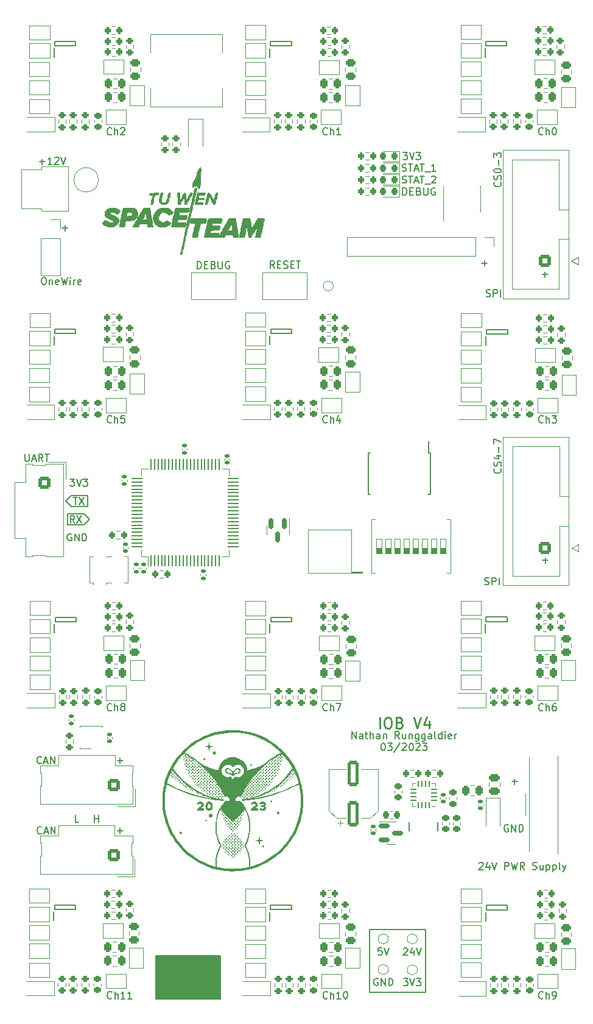
<source format=gto>
G04 #@! TF.GenerationSoftware,KiCad,Pcbnew,6.0.11-2627ca5db0~126~ubuntu20.04.1*
G04 #@! TF.CreationDate,2023-03-15T01:56:03+01:00*
G04 #@! TF.ProjectId,IOB_V4,494f425f-5634-42e6-9b69-6361645f7063,rev?*
G04 #@! TF.SameCoordinates,Original*
G04 #@! TF.FileFunction,Legend,Top*
G04 #@! TF.FilePolarity,Positive*
%FSLAX46Y46*%
G04 Gerber Fmt 4.6, Leading zero omitted, Abs format (unit mm)*
G04 Created by KiCad (PCBNEW 6.0.11-2627ca5db0~126~ubuntu20.04.1) date 2023-03-15 01:56:03*
%MOMM*%
%LPD*%
G01*
G04 APERTURE LIST*
G04 Aperture macros list*
%AMRoundRect*
0 Rectangle with rounded corners*
0 $1 Rounding radius*
0 $2 $3 $4 $5 $6 $7 $8 $9 X,Y pos of 4 corners*
0 Add a 4 corners polygon primitive as box body*
4,1,4,$2,$3,$4,$5,$6,$7,$8,$9,$2,$3,0*
0 Add four circle primitives for the rounded corners*
1,1,$1+$1,$2,$3*
1,1,$1+$1,$4,$5*
1,1,$1+$1,$6,$7*
1,1,$1+$1,$8,$9*
0 Add four rect primitives between the rounded corners*
20,1,$1+$1,$2,$3,$4,$5,0*
20,1,$1+$1,$4,$5,$6,$7,0*
20,1,$1+$1,$6,$7,$8,$9,0*
20,1,$1+$1,$8,$9,$2,$3,0*%
%AMFreePoly0*
4,1,6,1.000000,0.000000,0.500000,-0.750000,-0.500000,-0.750000,-0.500000,0.750000,0.500000,0.750000,1.000000,0.000000,1.000000,0.000000,$1*%
%AMFreePoly1*
4,1,6,0.500000,-0.750000,-0.650000,-0.750000,-0.150000,0.000000,-0.650000,0.750000,0.500000,0.750000,0.500000,-0.750000,0.500000,-0.750000,$1*%
%AMFreePoly2*
4,1,22,0.945671,0.830970,1.026777,0.776777,1.080970,0.695671,1.100000,0.600000,1.100000,-0.600000,1.080970,-0.695671,1.026777,-0.776777,0.945671,-0.830970,0.850000,-0.850000,-0.450000,-0.850000,-0.545671,-0.830970,-0.626779,-0.776774,-1.026777,-0.376777,-1.080970,-0.295671,-1.100000,-0.200000,-1.100000,0.600000,-1.080970,0.695671,-1.026777,0.776777,-0.945671,0.830970,-0.850000,0.850000,
0.850000,0.850000,0.945671,0.830970,0.945671,0.830970,$1*%
G04 Aperture macros list end*
%ADD10C,0.150000*%
%ADD11C,0.250000*%
%ADD12C,0.120000*%
%ADD13C,0.200000*%
%ADD14C,0.100000*%
%ADD15C,0.010000*%
%ADD16RoundRect,0.243750X-0.456250X0.243750X-0.456250X-0.243750X0.456250X-0.243750X0.456250X0.243750X0*%
%ADD17RoundRect,0.243750X0.243750X0.456250X-0.243750X0.456250X-0.243750X-0.456250X0.243750X-0.456250X0*%
%ADD18RoundRect,0.200000X-0.275000X0.200000X-0.275000X-0.200000X0.275000X-0.200000X0.275000X0.200000X0*%
%ADD19FreePoly0,270.000000*%
%ADD20FreePoly1,270.000000*%
%ADD21RoundRect,0.140000X-0.170000X0.140000X-0.170000X-0.140000X0.170000X-0.140000X0.170000X0.140000X0*%
%ADD22FreePoly0,0.000000*%
%ADD23FreePoly1,0.000000*%
%ADD24RoundRect,0.200000X0.275000X-0.200000X0.275000X0.200000X-0.275000X0.200000X-0.275000X-0.200000X0*%
%ADD25RoundRect,0.200000X-0.200000X-0.275000X0.200000X-0.275000X0.200000X0.275000X-0.200000X0.275000X0*%
%ADD26R,0.740000X2.400000*%
%ADD27RoundRect,0.218750X0.218750X0.256250X-0.218750X0.256250X-0.218750X-0.256250X0.218750X-0.256250X0*%
%ADD28RoundRect,0.140000X0.170000X-0.140000X0.170000X0.140000X-0.170000X0.140000X-0.170000X-0.140000X0*%
%ADD29RoundRect,0.200000X0.200000X0.275000X-0.200000X0.275000X-0.200000X-0.275000X0.200000X-0.275000X0*%
%ADD30RoundRect,0.225000X-0.250000X0.225000X-0.250000X-0.225000X0.250000X-0.225000X0.250000X0.225000X0*%
%ADD31R,0.340000X1.000000*%
%ADD32R,1.640000X0.500000*%
%ADD33R,2.290000X1.710000*%
%ADD34FreePoly0,180.000000*%
%ADD35FreePoly1,180.000000*%
%ADD36R,1.000000X0.500000*%
%ADD37R,3.500000X4.500000*%
%ADD38R,1.100000X1.100000*%
%ADD39RoundRect,0.150000X-0.150000X0.587500X-0.150000X-0.587500X0.150000X-0.587500X0.150000X0.587500X0*%
%ADD40R,0.450000X1.200000*%
%ADD41C,3.000000*%
%ADD42R,2.000000X4.200000*%
%ADD43RoundRect,0.250000X0.550000X-1.500000X0.550000X1.500000X-0.550000X1.500000X-0.550000X-1.500000X0*%
%ADD44RoundRect,0.225000X0.250000X-0.225000X0.250000X0.225000X-0.250000X0.225000X-0.250000X-0.225000X0*%
%ADD45RoundRect,0.225000X0.225000X0.250000X-0.225000X0.250000X-0.225000X-0.250000X0.225000X-0.250000X0*%
%ADD46C,1.300000*%
%ADD47FreePoly2,0.000000*%
%ADD48O,2.200000X1.700000*%
%ADD49R,0.760000X1.270000*%
%ADD50C,1.000000*%
%ADD51RoundRect,0.150000X-0.587500X-0.150000X0.587500X-0.150000X0.587500X0.150000X-0.587500X0.150000X0*%
%ADD52RoundRect,0.250000X0.475000X-0.250000X0.475000X0.250000X-0.475000X0.250000X-0.475000X-0.250000X0*%
%ADD53RoundRect,0.250000X0.600000X0.600000X-0.600000X0.600000X-0.600000X-0.600000X0.600000X-0.600000X0*%
%ADD54C,1.700000*%
%ADD55R,1.000000X0.340000*%
%ADD56R,0.500000X1.640000*%
%ADD57R,1.710000X2.290000*%
%ADD58R,2.540000X1.270000*%
%ADD59R,1.650000X3.430000*%
%ADD60R,4.200000X1.400000*%
%ADD61R,0.450000X1.750000*%
%ADD62RoundRect,0.250000X0.620000X0.620000X-0.620000X0.620000X-0.620000X-0.620000X0.620000X-0.620000X0*%
%ADD63C,1.740000*%
%ADD64R,1.700000X1.700000*%
%ADD65O,1.700000X1.700000*%
%ADD66R,0.650000X0.350000*%
%ADD67R,1.550000X2.400000*%
%ADD68RoundRect,0.062500X0.325000X0.062500X-0.325000X0.062500X-0.325000X-0.062500X0.325000X-0.062500X0*%
%ADD69RoundRect,0.062500X0.062500X0.325000X-0.062500X0.325000X-0.062500X-0.325000X0.062500X-0.325000X0*%
%ADD70R,1.750000X1.750000*%
%ADD71RoundRect,0.250000X-0.620000X0.620000X-0.620000X-0.620000X0.620000X-0.620000X0.620000X0.620000X0*%
%ADD72R,1.500000X1.500000*%
%ADD73R,1.400000X1.200000*%
%ADD74RoundRect,0.062500X0.062500X-0.675000X0.062500X0.675000X-0.062500X0.675000X-0.062500X-0.675000X0*%
%ADD75RoundRect,0.062500X0.675000X-0.062500X0.675000X0.062500X-0.675000X0.062500X-0.675000X-0.062500X0*%
%ADD76C,2.500000*%
G04 APERTURE END LIST*
D10*
X114880952Y-46857142D02*
X114833333Y-46904761D01*
X114690476Y-46952380D01*
X114595238Y-46952380D01*
X114452380Y-46904761D01*
X114357142Y-46809523D01*
X114309523Y-46714285D01*
X114261904Y-46523809D01*
X114261904Y-46380952D01*
X114309523Y-46190476D01*
X114357142Y-46095238D01*
X114452380Y-46000000D01*
X114595238Y-45952380D01*
X114690476Y-45952380D01*
X114833333Y-46000000D01*
X114880952Y-46047619D01*
X115309523Y-46952380D02*
X115309523Y-45952380D01*
X115738095Y-46952380D02*
X115738095Y-46428571D01*
X115690476Y-46333333D01*
X115595238Y-46285714D01*
X115452380Y-46285714D01*
X115357142Y-46333333D01*
X115309523Y-46380952D01*
X116738095Y-46952380D02*
X116166666Y-46952380D01*
X116452380Y-46952380D02*
X116452380Y-45952380D01*
X116357142Y-46095238D01*
X116261904Y-46190476D01*
X116166666Y-46238095D01*
X84880952Y-46857142D02*
X84833333Y-46904761D01*
X84690476Y-46952380D01*
X84595238Y-46952380D01*
X84452380Y-46904761D01*
X84357142Y-46809523D01*
X84309523Y-46714285D01*
X84261904Y-46523809D01*
X84261904Y-46380952D01*
X84309523Y-46190476D01*
X84357142Y-46095238D01*
X84452380Y-46000000D01*
X84595238Y-45952380D01*
X84690476Y-45952380D01*
X84833333Y-46000000D01*
X84880952Y-46047619D01*
X85309523Y-46952380D02*
X85309523Y-45952380D01*
X85738095Y-46952380D02*
X85738095Y-46428571D01*
X85690476Y-46333333D01*
X85595238Y-46285714D01*
X85452380Y-46285714D01*
X85357142Y-46333333D01*
X85309523Y-46380952D01*
X86166666Y-46047619D02*
X86214285Y-46000000D01*
X86309523Y-45952380D01*
X86547619Y-45952380D01*
X86642857Y-46000000D01*
X86690476Y-46047619D01*
X86738095Y-46142857D01*
X86738095Y-46238095D01*
X86690476Y-46380952D01*
X86119047Y-46952380D01*
X86738095Y-46952380D01*
X81525000Y-97060000D02*
X79275000Y-97060000D01*
X81525000Y-98560000D02*
X81525000Y-97060000D01*
X81050000Y-101100000D02*
X81800000Y-100350000D01*
X78800000Y-101100000D02*
X81050000Y-101100000D01*
X81800000Y-100350000D02*
X81050000Y-99600000D01*
X81050000Y-99600000D02*
X78800000Y-99600000D01*
X79275000Y-98560000D02*
X81525000Y-98560000D01*
X120720000Y-157330000D02*
X128510000Y-157330000D01*
X128510000Y-157330000D02*
X128510000Y-166080000D01*
X128510000Y-166080000D02*
X120720000Y-166080000D01*
X120720000Y-166080000D02*
X120720000Y-157330000D01*
X78800000Y-99600000D02*
X78800000Y-101100000D01*
X79275000Y-97060000D02*
X78525000Y-97810000D01*
X78525000Y-97810000D02*
X79275000Y-98560000D01*
X91000000Y-167000000D02*
X100000000Y-167000000D01*
X100000000Y-167000000D02*
X100000000Y-161000000D01*
X100000000Y-161000000D02*
X91000000Y-161000000D01*
X91000000Y-161000000D02*
X91000000Y-167000000D01*
G36*
X91000000Y-167000000D02*
G01*
X100000000Y-167000000D01*
X100000000Y-161000000D01*
X91000000Y-161000000D01*
X91000000Y-167000000D01*
G37*
X84880952Y-126857142D02*
X84833333Y-126904761D01*
X84690476Y-126952380D01*
X84595238Y-126952380D01*
X84452380Y-126904761D01*
X84357142Y-126809523D01*
X84309523Y-126714285D01*
X84261904Y-126523809D01*
X84261904Y-126380952D01*
X84309523Y-126190476D01*
X84357142Y-126095238D01*
X84452380Y-126000000D01*
X84595238Y-125952380D01*
X84690476Y-125952380D01*
X84833333Y-126000000D01*
X84880952Y-126047619D01*
X85309523Y-126952380D02*
X85309523Y-125952380D01*
X85738095Y-126952380D02*
X85738095Y-126428571D01*
X85690476Y-126333333D01*
X85595238Y-126285714D01*
X85452380Y-126285714D01*
X85357142Y-126333333D01*
X85309523Y-126380952D01*
X86357142Y-126380952D02*
X86261904Y-126333333D01*
X86214285Y-126285714D01*
X86166666Y-126190476D01*
X86166666Y-126142857D01*
X86214285Y-126047619D01*
X86261904Y-126000000D01*
X86357142Y-125952380D01*
X86547619Y-125952380D01*
X86642857Y-126000000D01*
X86690476Y-126047619D01*
X86738095Y-126142857D01*
X86738095Y-126190476D01*
X86690476Y-126285714D01*
X86642857Y-126333333D01*
X86547619Y-126380952D01*
X86357142Y-126380952D01*
X86261904Y-126428571D01*
X86214285Y-126476190D01*
X86166666Y-126571428D01*
X86166666Y-126761904D01*
X86214285Y-126857142D01*
X86261904Y-126904761D01*
X86357142Y-126952380D01*
X86547619Y-126952380D01*
X86642857Y-126904761D01*
X86690476Y-126857142D01*
X86738095Y-126761904D01*
X86738095Y-126571428D01*
X86690476Y-126476190D01*
X86642857Y-126428571D01*
X86547619Y-126380952D01*
X144880952Y-46857142D02*
X144833333Y-46904761D01*
X144690476Y-46952380D01*
X144595238Y-46952380D01*
X144452380Y-46904761D01*
X144357142Y-46809523D01*
X144309523Y-46714285D01*
X144261904Y-46523809D01*
X144261904Y-46380952D01*
X144309523Y-46190476D01*
X144357142Y-46095238D01*
X144452380Y-46000000D01*
X144595238Y-45952380D01*
X144690476Y-45952380D01*
X144833333Y-46000000D01*
X144880952Y-46047619D01*
X145309523Y-46952380D02*
X145309523Y-45952380D01*
X145738095Y-46952380D02*
X145738095Y-46428571D01*
X145690476Y-46333333D01*
X145595238Y-46285714D01*
X145452380Y-46285714D01*
X145357142Y-46333333D01*
X145309523Y-46380952D01*
X146404761Y-45952380D02*
X146500000Y-45952380D01*
X146595238Y-46000000D01*
X146642857Y-46047619D01*
X146690476Y-46142857D01*
X146738095Y-46333333D01*
X146738095Y-46571428D01*
X146690476Y-46761904D01*
X146642857Y-46857142D01*
X146595238Y-46904761D01*
X146500000Y-46952380D01*
X146404761Y-46952380D01*
X146309523Y-46904761D01*
X146261904Y-46857142D01*
X146214285Y-46761904D01*
X146166666Y-46571428D01*
X146166666Y-46333333D01*
X146214285Y-46142857D01*
X146261904Y-46047619D01*
X146309523Y-46000000D01*
X146404761Y-45952380D01*
X75157142Y-143957142D02*
X75109523Y-144004761D01*
X74966666Y-144052380D01*
X74871428Y-144052380D01*
X74728571Y-144004761D01*
X74633333Y-143909523D01*
X74585714Y-143814285D01*
X74538095Y-143623809D01*
X74538095Y-143480952D01*
X74585714Y-143290476D01*
X74633333Y-143195238D01*
X74728571Y-143100000D01*
X74871428Y-143052380D01*
X74966666Y-143052380D01*
X75109523Y-143100000D01*
X75157142Y-143147619D01*
X75538095Y-143766666D02*
X76014285Y-143766666D01*
X75442857Y-144052380D02*
X75776190Y-143052380D01*
X76109523Y-144052380D01*
X76442857Y-144052380D02*
X76442857Y-143052380D01*
X77014285Y-144052380D01*
X77014285Y-143052380D01*
X86061428Y-134240952D02*
X86061428Y-133479047D01*
X86442380Y-133860000D02*
X85680476Y-133860000D01*
X96801904Y-65532380D02*
X96801904Y-64532380D01*
X97040000Y-64532380D01*
X97182857Y-64580000D01*
X97278095Y-64675238D01*
X97325714Y-64770476D01*
X97373333Y-64960952D01*
X97373333Y-65103809D01*
X97325714Y-65294285D01*
X97278095Y-65389523D01*
X97182857Y-65484761D01*
X97040000Y-65532380D01*
X96801904Y-65532380D01*
X97801904Y-65008571D02*
X98135238Y-65008571D01*
X98278095Y-65532380D02*
X97801904Y-65532380D01*
X97801904Y-64532380D01*
X98278095Y-64532380D01*
X99040000Y-65008571D02*
X99182857Y-65056190D01*
X99230476Y-65103809D01*
X99278095Y-65199047D01*
X99278095Y-65341904D01*
X99230476Y-65437142D01*
X99182857Y-65484761D01*
X99087619Y-65532380D01*
X98706666Y-65532380D01*
X98706666Y-64532380D01*
X99040000Y-64532380D01*
X99135238Y-64580000D01*
X99182857Y-64627619D01*
X99230476Y-64722857D01*
X99230476Y-64818095D01*
X99182857Y-64913333D01*
X99135238Y-64960952D01*
X99040000Y-65008571D01*
X98706666Y-65008571D01*
X99706666Y-64532380D02*
X99706666Y-65341904D01*
X99754285Y-65437142D01*
X99801904Y-65484761D01*
X99897142Y-65532380D01*
X100087619Y-65532380D01*
X100182857Y-65484761D01*
X100230476Y-65437142D01*
X100278095Y-65341904D01*
X100278095Y-64532380D01*
X101278095Y-64580000D02*
X101182857Y-64532380D01*
X101040000Y-64532380D01*
X100897142Y-64580000D01*
X100801904Y-64675238D01*
X100754285Y-64770476D01*
X100706666Y-64960952D01*
X100706666Y-65103809D01*
X100754285Y-65294285D01*
X100801904Y-65389523D01*
X100897142Y-65484761D01*
X101040000Y-65532380D01*
X101135238Y-65532380D01*
X101278095Y-65484761D01*
X101325714Y-65437142D01*
X101325714Y-65103809D01*
X101135238Y-65103809D01*
X140921428Y-137180952D02*
X140921428Y-136419047D01*
X141302380Y-136800000D02*
X140540476Y-136800000D01*
X125316666Y-53614761D02*
X125459523Y-53662380D01*
X125697619Y-53662380D01*
X125792857Y-53614761D01*
X125840476Y-53567142D01*
X125888095Y-53471904D01*
X125888095Y-53376666D01*
X125840476Y-53281428D01*
X125792857Y-53233809D01*
X125697619Y-53186190D01*
X125507142Y-53138571D01*
X125411904Y-53090952D01*
X125364285Y-53043333D01*
X125316666Y-52948095D01*
X125316666Y-52852857D01*
X125364285Y-52757619D01*
X125411904Y-52710000D01*
X125507142Y-52662380D01*
X125745238Y-52662380D01*
X125888095Y-52710000D01*
X126173809Y-52662380D02*
X126745238Y-52662380D01*
X126459523Y-53662380D02*
X126459523Y-52662380D01*
X127030952Y-53376666D02*
X127507142Y-53376666D01*
X126935714Y-53662380D02*
X127269047Y-52662380D01*
X127602380Y-53662380D01*
X127792857Y-52662380D02*
X128364285Y-52662380D01*
X128078571Y-53662380D02*
X128078571Y-52662380D01*
X128459523Y-53757619D02*
X129221428Y-53757619D01*
X129411904Y-52757619D02*
X129459523Y-52710000D01*
X129554761Y-52662380D01*
X129792857Y-52662380D01*
X129888095Y-52710000D01*
X129935714Y-52757619D01*
X129983333Y-52852857D01*
X129983333Y-52948095D01*
X129935714Y-53090952D01*
X129364285Y-53662380D01*
X129983333Y-53662380D01*
X125484523Y-160007619D02*
X125532142Y-159960000D01*
X125627380Y-159912380D01*
X125865476Y-159912380D01*
X125960714Y-159960000D01*
X126008333Y-160007619D01*
X126055952Y-160102857D01*
X126055952Y-160198095D01*
X126008333Y-160340952D01*
X125436904Y-160912380D01*
X126055952Y-160912380D01*
X126913095Y-160245714D02*
X126913095Y-160912380D01*
X126675000Y-159864761D02*
X126436904Y-160579047D01*
X127055952Y-160579047D01*
X127294047Y-159912380D02*
X127627380Y-160912380D01*
X127960714Y-159912380D01*
X144769047Y-66346428D02*
X145530952Y-66346428D01*
X145150000Y-66727380D02*
X145150000Y-65965476D01*
X79288095Y-102400000D02*
X79192857Y-102352380D01*
X79050000Y-102352380D01*
X78907142Y-102400000D01*
X78811904Y-102495238D01*
X78764285Y-102590476D01*
X78716666Y-102780952D01*
X78716666Y-102923809D01*
X78764285Y-103114285D01*
X78811904Y-103209523D01*
X78907142Y-103304761D01*
X79050000Y-103352380D01*
X79145238Y-103352380D01*
X79288095Y-103304761D01*
X79335714Y-103257142D01*
X79335714Y-102923809D01*
X79145238Y-102923809D01*
X79764285Y-103352380D02*
X79764285Y-102352380D01*
X80335714Y-103352380D01*
X80335714Y-102352380D01*
X80811904Y-103352380D02*
X80811904Y-102352380D01*
X81050000Y-102352380D01*
X81192857Y-102400000D01*
X81288095Y-102495238D01*
X81335714Y-102590476D01*
X81383333Y-102780952D01*
X81383333Y-102923809D01*
X81335714Y-103114285D01*
X81288095Y-103209523D01*
X81192857Y-103304761D01*
X81050000Y-103352380D01*
X80811904Y-103352380D01*
D11*
X122185714Y-129378571D02*
X122185714Y-127878571D01*
X123185714Y-127878571D02*
X123471428Y-127878571D01*
X123614285Y-127950000D01*
X123757142Y-128092857D01*
X123828571Y-128378571D01*
X123828571Y-128878571D01*
X123757142Y-129164285D01*
X123614285Y-129307142D01*
X123471428Y-129378571D01*
X123185714Y-129378571D01*
X123042857Y-129307142D01*
X122900000Y-129164285D01*
X122828571Y-128878571D01*
X122828571Y-128378571D01*
X122900000Y-128092857D01*
X123042857Y-127950000D01*
X123185714Y-127878571D01*
X124971428Y-128592857D02*
X125185714Y-128664285D01*
X125257142Y-128735714D01*
X125328571Y-128878571D01*
X125328571Y-129092857D01*
X125257142Y-129235714D01*
X125185714Y-129307142D01*
X125042857Y-129378571D01*
X124471428Y-129378571D01*
X124471428Y-127878571D01*
X124971428Y-127878571D01*
X125114285Y-127950000D01*
X125185714Y-128021428D01*
X125257142Y-128164285D01*
X125257142Y-128307142D01*
X125185714Y-128450000D01*
X125114285Y-128521428D01*
X124971428Y-128592857D01*
X124471428Y-128592857D01*
X126900000Y-127878571D02*
X127400000Y-129378571D01*
X127900000Y-127878571D01*
X129042857Y-128378571D02*
X129042857Y-129378571D01*
X128685714Y-127807142D02*
X128328571Y-128878571D01*
X129257142Y-128878571D01*
D10*
X136369047Y-64796428D02*
X137130952Y-64796428D01*
X136750000Y-65177380D02*
X136750000Y-64415476D01*
X125461904Y-164152380D02*
X126080952Y-164152380D01*
X125747619Y-164533333D01*
X125890476Y-164533333D01*
X125985714Y-164580952D01*
X126033333Y-164628571D01*
X126080952Y-164723809D01*
X126080952Y-164961904D01*
X126033333Y-165057142D01*
X125985714Y-165104761D01*
X125890476Y-165152380D01*
X125604761Y-165152380D01*
X125509523Y-165104761D01*
X125461904Y-165057142D01*
X126366666Y-164152380D02*
X126700000Y-165152380D01*
X127033333Y-164152380D01*
X127271428Y-164152380D02*
X127890476Y-164152380D01*
X127557142Y-164533333D01*
X127700000Y-164533333D01*
X127795238Y-164580952D01*
X127842857Y-164628571D01*
X127890476Y-164723809D01*
X127890476Y-164961904D01*
X127842857Y-165057142D01*
X127795238Y-165104761D01*
X127700000Y-165152380D01*
X127414285Y-165152380D01*
X127319047Y-165104761D01*
X127271428Y-165057142D01*
X121913095Y-164175000D02*
X121817857Y-164127380D01*
X121675000Y-164127380D01*
X121532142Y-164175000D01*
X121436904Y-164270238D01*
X121389285Y-164365476D01*
X121341666Y-164555952D01*
X121341666Y-164698809D01*
X121389285Y-164889285D01*
X121436904Y-164984523D01*
X121532142Y-165079761D01*
X121675000Y-165127380D01*
X121770238Y-165127380D01*
X121913095Y-165079761D01*
X121960714Y-165032142D01*
X121960714Y-164698809D01*
X121770238Y-164698809D01*
X122389285Y-165127380D02*
X122389285Y-164127380D01*
X122960714Y-165127380D01*
X122960714Y-164127380D01*
X123436904Y-165127380D02*
X123436904Y-164127380D01*
X123675000Y-164127380D01*
X123817857Y-164175000D01*
X123913095Y-164270238D01*
X123960714Y-164365476D01*
X124008333Y-164555952D01*
X124008333Y-164698809D01*
X123960714Y-164889285D01*
X123913095Y-164984523D01*
X123817857Y-165079761D01*
X123675000Y-165127380D01*
X123436904Y-165127380D01*
X114904761Y-166857142D02*
X114857142Y-166904761D01*
X114714285Y-166952380D01*
X114619047Y-166952380D01*
X114476190Y-166904761D01*
X114380952Y-166809523D01*
X114333333Y-166714285D01*
X114285714Y-166523809D01*
X114285714Y-166380952D01*
X114333333Y-166190476D01*
X114380952Y-166095238D01*
X114476190Y-166000000D01*
X114619047Y-165952380D01*
X114714285Y-165952380D01*
X114857142Y-166000000D01*
X114904761Y-166047619D01*
X115333333Y-166952380D02*
X115333333Y-165952380D01*
X115761904Y-166952380D02*
X115761904Y-166428571D01*
X115714285Y-166333333D01*
X115619047Y-166285714D01*
X115476190Y-166285714D01*
X115380952Y-166333333D01*
X115333333Y-166380952D01*
X116761904Y-166952380D02*
X116190476Y-166952380D01*
X116476190Y-166952380D02*
X116476190Y-165952380D01*
X116380952Y-166095238D01*
X116285714Y-166190476D01*
X116190476Y-166238095D01*
X117380952Y-165952380D02*
X117476190Y-165952380D01*
X117571428Y-166000000D01*
X117619047Y-166047619D01*
X117666666Y-166142857D01*
X117714285Y-166333333D01*
X117714285Y-166571428D01*
X117666666Y-166761904D01*
X117619047Y-166857142D01*
X117571428Y-166904761D01*
X117476190Y-166952380D01*
X117380952Y-166952380D01*
X117285714Y-166904761D01*
X117238095Y-166857142D01*
X117190476Y-166761904D01*
X117142857Y-166571428D01*
X117142857Y-166333333D01*
X117190476Y-166142857D01*
X117238095Y-166047619D01*
X117285714Y-166000000D01*
X117380952Y-165952380D01*
X125371904Y-55322380D02*
X125371904Y-54322380D01*
X125610000Y-54322380D01*
X125752857Y-54370000D01*
X125848095Y-54465238D01*
X125895714Y-54560476D01*
X125943333Y-54750952D01*
X125943333Y-54893809D01*
X125895714Y-55084285D01*
X125848095Y-55179523D01*
X125752857Y-55274761D01*
X125610000Y-55322380D01*
X125371904Y-55322380D01*
X126371904Y-54798571D02*
X126705238Y-54798571D01*
X126848095Y-55322380D02*
X126371904Y-55322380D01*
X126371904Y-54322380D01*
X126848095Y-54322380D01*
X127610000Y-54798571D02*
X127752857Y-54846190D01*
X127800476Y-54893809D01*
X127848095Y-54989047D01*
X127848095Y-55131904D01*
X127800476Y-55227142D01*
X127752857Y-55274761D01*
X127657619Y-55322380D01*
X127276666Y-55322380D01*
X127276666Y-54322380D01*
X127610000Y-54322380D01*
X127705238Y-54370000D01*
X127752857Y-54417619D01*
X127800476Y-54512857D01*
X127800476Y-54608095D01*
X127752857Y-54703333D01*
X127705238Y-54750952D01*
X127610000Y-54798571D01*
X127276666Y-54798571D01*
X128276666Y-54322380D02*
X128276666Y-55131904D01*
X128324285Y-55227142D01*
X128371904Y-55274761D01*
X128467142Y-55322380D01*
X128657619Y-55322380D01*
X128752857Y-55274761D01*
X128800476Y-55227142D01*
X128848095Y-55131904D01*
X128848095Y-54322380D01*
X129848095Y-54370000D02*
X129752857Y-54322380D01*
X129610000Y-54322380D01*
X129467142Y-54370000D01*
X129371904Y-54465238D01*
X129324285Y-54560476D01*
X129276666Y-54750952D01*
X129276666Y-54893809D01*
X129324285Y-55084285D01*
X129371904Y-55179523D01*
X129467142Y-55274761D01*
X129610000Y-55322380D01*
X129705238Y-55322380D01*
X129848095Y-55274761D01*
X129895714Y-55227142D01*
X129895714Y-54893809D01*
X129705238Y-54893809D01*
X125405654Y-49402380D02*
X126024702Y-49402380D01*
X125691369Y-49783333D01*
X125834226Y-49783333D01*
X125929464Y-49830952D01*
X125977083Y-49878571D01*
X126024702Y-49973809D01*
X126024702Y-50211904D01*
X125977083Y-50307142D01*
X125929464Y-50354761D01*
X125834226Y-50402380D01*
X125548511Y-50402380D01*
X125453273Y-50354761D01*
X125405654Y-50307142D01*
X126310416Y-49402380D02*
X126643750Y-50402380D01*
X126977083Y-49402380D01*
X127215178Y-49402380D02*
X127834226Y-49402380D01*
X127500892Y-49783333D01*
X127643750Y-49783333D01*
X127738988Y-49830952D01*
X127786607Y-49878571D01*
X127834226Y-49973809D01*
X127834226Y-50211904D01*
X127786607Y-50307142D01*
X127738988Y-50354761D01*
X127643750Y-50402380D01*
X127358035Y-50402380D01*
X127262797Y-50354761D01*
X127215178Y-50307142D01*
X138957142Y-93338095D02*
X139004761Y-93385714D01*
X139052380Y-93528571D01*
X139052380Y-93623809D01*
X139004761Y-93766666D01*
X138909523Y-93861904D01*
X138814285Y-93909523D01*
X138623809Y-93957142D01*
X138480952Y-93957142D01*
X138290476Y-93909523D01*
X138195238Y-93861904D01*
X138100000Y-93766666D01*
X138052380Y-93623809D01*
X138052380Y-93528571D01*
X138100000Y-93385714D01*
X138147619Y-93338095D01*
X139004761Y-92957142D02*
X139052380Y-92814285D01*
X139052380Y-92576190D01*
X139004761Y-92480952D01*
X138957142Y-92433333D01*
X138861904Y-92385714D01*
X138766666Y-92385714D01*
X138671428Y-92433333D01*
X138623809Y-92480952D01*
X138576190Y-92576190D01*
X138528571Y-92766666D01*
X138480952Y-92861904D01*
X138433333Y-92909523D01*
X138338095Y-92957142D01*
X138242857Y-92957142D01*
X138147619Y-92909523D01*
X138100000Y-92861904D01*
X138052380Y-92766666D01*
X138052380Y-92528571D01*
X138100000Y-92385714D01*
X138385714Y-91528571D02*
X139052380Y-91528571D01*
X138004761Y-91766666D02*
X138719047Y-92004761D01*
X138719047Y-91385714D01*
X138671428Y-91004761D02*
X138671428Y-90242857D01*
X138052380Y-89861904D02*
X138052380Y-89195238D01*
X139052380Y-89623809D01*
X140038095Y-142800000D02*
X139942857Y-142752380D01*
X139800000Y-142752380D01*
X139657142Y-142800000D01*
X139561904Y-142895238D01*
X139514285Y-142990476D01*
X139466666Y-143180952D01*
X139466666Y-143323809D01*
X139514285Y-143514285D01*
X139561904Y-143609523D01*
X139657142Y-143704761D01*
X139800000Y-143752380D01*
X139895238Y-143752380D01*
X140038095Y-143704761D01*
X140085714Y-143657142D01*
X140085714Y-143323809D01*
X139895238Y-143323809D01*
X140514285Y-143752380D02*
X140514285Y-142752380D01*
X141085714Y-143752380D01*
X141085714Y-142752380D01*
X141561904Y-143752380D02*
X141561904Y-142752380D01*
X141800000Y-142752380D01*
X141942857Y-142800000D01*
X142038095Y-142895238D01*
X142085714Y-142990476D01*
X142133333Y-143180952D01*
X142133333Y-143323809D01*
X142085714Y-143514285D01*
X142038095Y-143609523D01*
X141942857Y-143704761D01*
X141800000Y-143752380D01*
X141561904Y-143752380D01*
X79733333Y-100852380D02*
X79400000Y-100376190D01*
X79161904Y-100852380D02*
X79161904Y-99852380D01*
X79542857Y-99852380D01*
X79638095Y-99900000D01*
X79685714Y-99947619D01*
X79733333Y-100042857D01*
X79733333Y-100185714D01*
X79685714Y-100280952D01*
X79638095Y-100328571D01*
X79542857Y-100376190D01*
X79161904Y-100376190D01*
X80066666Y-99852380D02*
X80733333Y-100852380D01*
X80733333Y-99852380D02*
X80066666Y-100852380D01*
X114880952Y-86857142D02*
X114833333Y-86904761D01*
X114690476Y-86952380D01*
X114595238Y-86952380D01*
X114452380Y-86904761D01*
X114357142Y-86809523D01*
X114309523Y-86714285D01*
X114261904Y-86523809D01*
X114261904Y-86380952D01*
X114309523Y-86190476D01*
X114357142Y-86095238D01*
X114452380Y-86000000D01*
X114595238Y-85952380D01*
X114690476Y-85952380D01*
X114833333Y-86000000D01*
X114880952Y-86047619D01*
X115309523Y-86952380D02*
X115309523Y-85952380D01*
X115738095Y-86952380D02*
X115738095Y-86428571D01*
X115690476Y-86333333D01*
X115595238Y-86285714D01*
X115452380Y-86285714D01*
X115357142Y-86333333D01*
X115309523Y-86380952D01*
X116642857Y-86285714D02*
X116642857Y-86952380D01*
X116404761Y-85904761D02*
X116166666Y-86619047D01*
X116785714Y-86619047D01*
X79538095Y-97302380D02*
X80109523Y-97302380D01*
X79823809Y-98302380D02*
X79823809Y-97302380D01*
X80347619Y-97302380D02*
X81014285Y-98302380D01*
X81014285Y-97302380D02*
X80347619Y-98302380D01*
X136776190Y-109404761D02*
X136919047Y-109452380D01*
X137157142Y-109452380D01*
X137252380Y-109404761D01*
X137300000Y-109357142D01*
X137347619Y-109261904D01*
X137347619Y-109166666D01*
X137300000Y-109071428D01*
X137252380Y-109023809D01*
X137157142Y-108976190D01*
X136966666Y-108928571D01*
X136871428Y-108880952D01*
X136823809Y-108833333D01*
X136776190Y-108738095D01*
X136776190Y-108642857D01*
X136823809Y-108547619D01*
X136871428Y-108500000D01*
X136966666Y-108452380D01*
X137204761Y-108452380D01*
X137347619Y-108500000D01*
X137776190Y-109452380D02*
X137776190Y-108452380D01*
X138157142Y-108452380D01*
X138252380Y-108500000D01*
X138300000Y-108547619D01*
X138347619Y-108642857D01*
X138347619Y-108785714D01*
X138300000Y-108880952D01*
X138252380Y-108928571D01*
X138157142Y-108976190D01*
X137776190Y-108976190D01*
X138776190Y-109452380D02*
X138776190Y-108452380D01*
X86071428Y-143980952D02*
X86071428Y-143219047D01*
X86452380Y-143600000D02*
X85690476Y-143600000D01*
X144880952Y-166857142D02*
X144833333Y-166904761D01*
X144690476Y-166952380D01*
X144595238Y-166952380D01*
X144452380Y-166904761D01*
X144357142Y-166809523D01*
X144309523Y-166714285D01*
X144261904Y-166523809D01*
X144261904Y-166380952D01*
X144309523Y-166190476D01*
X144357142Y-166095238D01*
X144452380Y-166000000D01*
X144595238Y-165952380D01*
X144690476Y-165952380D01*
X144833333Y-166000000D01*
X144880952Y-166047619D01*
X145309523Y-166952380D02*
X145309523Y-165952380D01*
X145738095Y-166952380D02*
X145738095Y-166428571D01*
X145690476Y-166333333D01*
X145595238Y-166285714D01*
X145452380Y-166285714D01*
X145357142Y-166333333D01*
X145309523Y-166380952D01*
X146261904Y-166952380D02*
X146452380Y-166952380D01*
X146547619Y-166904761D01*
X146595238Y-166857142D01*
X146690476Y-166714285D01*
X146738095Y-166523809D01*
X146738095Y-166142857D01*
X146690476Y-166047619D01*
X146642857Y-166000000D01*
X146547619Y-165952380D01*
X146357142Y-165952380D01*
X146261904Y-166000000D01*
X146214285Y-166047619D01*
X146166666Y-166142857D01*
X146166666Y-166380952D01*
X146214285Y-166476190D01*
X146261904Y-166523809D01*
X146357142Y-166571428D01*
X146547619Y-166571428D01*
X146642857Y-166523809D01*
X146690476Y-166476190D01*
X146738095Y-166380952D01*
X82514285Y-142452380D02*
X82514285Y-141452380D01*
X82514285Y-141928571D02*
X83085714Y-141928571D01*
X83085714Y-142452380D02*
X83085714Y-141452380D01*
X74838095Y-50671428D02*
X75600000Y-50671428D01*
X75219047Y-51052380D02*
X75219047Y-50290476D01*
X76600000Y-51052380D02*
X76028571Y-51052380D01*
X76314285Y-51052380D02*
X76314285Y-50052380D01*
X76219047Y-50195238D01*
X76123809Y-50290476D01*
X76028571Y-50338095D01*
X76980952Y-50147619D02*
X77028571Y-50100000D01*
X77123809Y-50052380D01*
X77361904Y-50052380D01*
X77457142Y-50100000D01*
X77504761Y-50147619D01*
X77552380Y-50242857D01*
X77552380Y-50338095D01*
X77504761Y-50480952D01*
X76933333Y-51052380D01*
X77552380Y-51052380D01*
X77838095Y-50052380D02*
X78171428Y-51052380D01*
X78504761Y-50052380D01*
X84880952Y-86857142D02*
X84833333Y-86904761D01*
X84690476Y-86952380D01*
X84595238Y-86952380D01*
X84452380Y-86904761D01*
X84357142Y-86809523D01*
X84309523Y-86714285D01*
X84261904Y-86523809D01*
X84261904Y-86380952D01*
X84309523Y-86190476D01*
X84357142Y-86095238D01*
X84452380Y-86000000D01*
X84595238Y-85952380D01*
X84690476Y-85952380D01*
X84833333Y-86000000D01*
X84880952Y-86047619D01*
X85309523Y-86952380D02*
X85309523Y-85952380D01*
X85738095Y-86952380D02*
X85738095Y-86428571D01*
X85690476Y-86333333D01*
X85595238Y-86285714D01*
X85452380Y-86285714D01*
X85357142Y-86333333D01*
X85309523Y-86380952D01*
X86690476Y-85952380D02*
X86214285Y-85952380D01*
X86166666Y-86428571D01*
X86214285Y-86380952D01*
X86309523Y-86333333D01*
X86547619Y-86333333D01*
X86642857Y-86380952D01*
X86690476Y-86428571D01*
X86738095Y-86523809D01*
X86738095Y-86761904D01*
X86690476Y-86857142D01*
X86642857Y-86904761D01*
X86547619Y-86952380D01*
X86309523Y-86952380D01*
X86214285Y-86904761D01*
X86166666Y-86857142D01*
X84904761Y-166857142D02*
X84857142Y-166904761D01*
X84714285Y-166952380D01*
X84619047Y-166952380D01*
X84476190Y-166904761D01*
X84380952Y-166809523D01*
X84333333Y-166714285D01*
X84285714Y-166523809D01*
X84285714Y-166380952D01*
X84333333Y-166190476D01*
X84380952Y-166095238D01*
X84476190Y-166000000D01*
X84619047Y-165952380D01*
X84714285Y-165952380D01*
X84857142Y-166000000D01*
X84904761Y-166047619D01*
X85333333Y-166952380D02*
X85333333Y-165952380D01*
X85761904Y-166952380D02*
X85761904Y-166428571D01*
X85714285Y-166333333D01*
X85619047Y-166285714D01*
X85476190Y-166285714D01*
X85380952Y-166333333D01*
X85333333Y-166380952D01*
X86761904Y-166952380D02*
X86190476Y-166952380D01*
X86476190Y-166952380D02*
X86476190Y-165952380D01*
X86380952Y-166095238D01*
X86285714Y-166190476D01*
X86190476Y-166238095D01*
X87714285Y-166952380D02*
X87142857Y-166952380D01*
X87428571Y-166952380D02*
X87428571Y-165952380D01*
X87333333Y-166095238D01*
X87238095Y-166190476D01*
X87142857Y-166238095D01*
X136976190Y-69404761D02*
X137119047Y-69452380D01*
X137357142Y-69452380D01*
X137452380Y-69404761D01*
X137500000Y-69357142D01*
X137547619Y-69261904D01*
X137547619Y-69166666D01*
X137500000Y-69071428D01*
X137452380Y-69023809D01*
X137357142Y-68976190D01*
X137166666Y-68928571D01*
X137071428Y-68880952D01*
X137023809Y-68833333D01*
X136976190Y-68738095D01*
X136976190Y-68642857D01*
X137023809Y-68547619D01*
X137071428Y-68500000D01*
X137166666Y-68452380D01*
X137404761Y-68452380D01*
X137547619Y-68500000D01*
X137976190Y-69452380D02*
X137976190Y-68452380D01*
X138357142Y-68452380D01*
X138452380Y-68500000D01*
X138500000Y-68547619D01*
X138547619Y-68642857D01*
X138547619Y-68785714D01*
X138500000Y-68880952D01*
X138452380Y-68928571D01*
X138357142Y-68976190D01*
X137976190Y-68976190D01*
X138976190Y-69452380D02*
X138976190Y-68452380D01*
X144819047Y-106046428D02*
X145580952Y-106046428D01*
X145200000Y-106427380D02*
X145200000Y-105665476D01*
X72854761Y-91302380D02*
X72854761Y-92111904D01*
X72902380Y-92207142D01*
X72950000Y-92254761D01*
X73045238Y-92302380D01*
X73235714Y-92302380D01*
X73330952Y-92254761D01*
X73378571Y-92207142D01*
X73426190Y-92111904D01*
X73426190Y-91302380D01*
X73854761Y-92016666D02*
X74330952Y-92016666D01*
X73759523Y-92302380D02*
X74092857Y-91302380D01*
X74426190Y-92302380D01*
X75330952Y-92302380D02*
X74997619Y-91826190D01*
X74759523Y-92302380D02*
X74759523Y-91302380D01*
X75140476Y-91302380D01*
X75235714Y-91350000D01*
X75283333Y-91397619D01*
X75330952Y-91492857D01*
X75330952Y-91635714D01*
X75283333Y-91730952D01*
X75235714Y-91778571D01*
X75140476Y-91826190D01*
X74759523Y-91826190D01*
X75616666Y-91302380D02*
X76188095Y-91302380D01*
X75902380Y-92302380D02*
X75902380Y-91302380D01*
X75376190Y-66752380D02*
X75566666Y-66752380D01*
X75661904Y-66800000D01*
X75757142Y-66895238D01*
X75804761Y-67085714D01*
X75804761Y-67419047D01*
X75757142Y-67609523D01*
X75661904Y-67704761D01*
X75566666Y-67752380D01*
X75376190Y-67752380D01*
X75280952Y-67704761D01*
X75185714Y-67609523D01*
X75138095Y-67419047D01*
X75138095Y-67085714D01*
X75185714Y-66895238D01*
X75280952Y-66800000D01*
X75376190Y-66752380D01*
X76233333Y-67085714D02*
X76233333Y-67752380D01*
X76233333Y-67180952D02*
X76280952Y-67133333D01*
X76376190Y-67085714D01*
X76519047Y-67085714D01*
X76614285Y-67133333D01*
X76661904Y-67228571D01*
X76661904Y-67752380D01*
X77519047Y-67704761D02*
X77423809Y-67752380D01*
X77233333Y-67752380D01*
X77138095Y-67704761D01*
X77090476Y-67609523D01*
X77090476Y-67228571D01*
X77138095Y-67133333D01*
X77233333Y-67085714D01*
X77423809Y-67085714D01*
X77519047Y-67133333D01*
X77566666Y-67228571D01*
X77566666Y-67323809D01*
X77090476Y-67419047D01*
X77900000Y-66752380D02*
X78138095Y-67752380D01*
X78328571Y-67038095D01*
X78519047Y-67752380D01*
X78757142Y-66752380D01*
X79138095Y-67752380D02*
X79138095Y-67085714D01*
X79138095Y-66752380D02*
X79090476Y-66800000D01*
X79138095Y-66847619D01*
X79185714Y-66800000D01*
X79138095Y-66752380D01*
X79138095Y-66847619D01*
X79614285Y-67752380D02*
X79614285Y-67085714D01*
X79614285Y-67276190D02*
X79661904Y-67180952D01*
X79709523Y-67133333D01*
X79804761Y-67085714D01*
X79900000Y-67085714D01*
X80614285Y-67704761D02*
X80519047Y-67752380D01*
X80328571Y-67752380D01*
X80233333Y-67704761D01*
X80185714Y-67609523D01*
X80185714Y-67228571D01*
X80233333Y-67133333D01*
X80328571Y-67085714D01*
X80519047Y-67085714D01*
X80614285Y-67133333D01*
X80661904Y-67228571D01*
X80661904Y-67323809D01*
X80185714Y-67419047D01*
X136000000Y-148097619D02*
X136047619Y-148050000D01*
X136142857Y-148002380D01*
X136380952Y-148002380D01*
X136476190Y-148050000D01*
X136523809Y-148097619D01*
X136571428Y-148192857D01*
X136571428Y-148288095D01*
X136523809Y-148430952D01*
X135952380Y-149002380D01*
X136571428Y-149002380D01*
X137428571Y-148335714D02*
X137428571Y-149002380D01*
X137190476Y-147954761D02*
X136952380Y-148669047D01*
X137571428Y-148669047D01*
X137809523Y-148002380D02*
X138142857Y-149002380D01*
X138476190Y-148002380D01*
X139571428Y-149002380D02*
X139571428Y-148002380D01*
X139952380Y-148002380D01*
X140047619Y-148050000D01*
X140095238Y-148097619D01*
X140142857Y-148192857D01*
X140142857Y-148335714D01*
X140095238Y-148430952D01*
X140047619Y-148478571D01*
X139952380Y-148526190D01*
X139571428Y-148526190D01*
X140476190Y-148002380D02*
X140714285Y-149002380D01*
X140904761Y-148288095D01*
X141095238Y-149002380D01*
X141333333Y-148002380D01*
X142285714Y-149002380D02*
X141952380Y-148526190D01*
X141714285Y-149002380D02*
X141714285Y-148002380D01*
X142095238Y-148002380D01*
X142190476Y-148050000D01*
X142238095Y-148097619D01*
X142285714Y-148192857D01*
X142285714Y-148335714D01*
X142238095Y-148430952D01*
X142190476Y-148478571D01*
X142095238Y-148526190D01*
X141714285Y-148526190D01*
X143428571Y-148954761D02*
X143571428Y-149002380D01*
X143809523Y-149002380D01*
X143904761Y-148954761D01*
X143952380Y-148907142D01*
X144000000Y-148811904D01*
X144000000Y-148716666D01*
X143952380Y-148621428D01*
X143904761Y-148573809D01*
X143809523Y-148526190D01*
X143619047Y-148478571D01*
X143523809Y-148430952D01*
X143476190Y-148383333D01*
X143428571Y-148288095D01*
X143428571Y-148192857D01*
X143476190Y-148097619D01*
X143523809Y-148050000D01*
X143619047Y-148002380D01*
X143857142Y-148002380D01*
X144000000Y-148050000D01*
X144857142Y-148335714D02*
X144857142Y-149002380D01*
X144428571Y-148335714D02*
X144428571Y-148859523D01*
X144476190Y-148954761D01*
X144571428Y-149002380D01*
X144714285Y-149002380D01*
X144809523Y-148954761D01*
X144857142Y-148907142D01*
X145333333Y-148335714D02*
X145333333Y-149335714D01*
X145333333Y-148383333D02*
X145428571Y-148335714D01*
X145619047Y-148335714D01*
X145714285Y-148383333D01*
X145761904Y-148430952D01*
X145809523Y-148526190D01*
X145809523Y-148811904D01*
X145761904Y-148907142D01*
X145714285Y-148954761D01*
X145619047Y-149002380D01*
X145428571Y-149002380D01*
X145333333Y-148954761D01*
X146238095Y-148335714D02*
X146238095Y-149335714D01*
X146238095Y-148383333D02*
X146333333Y-148335714D01*
X146523809Y-148335714D01*
X146619047Y-148383333D01*
X146666666Y-148430952D01*
X146714285Y-148526190D01*
X146714285Y-148811904D01*
X146666666Y-148907142D01*
X146619047Y-148954761D01*
X146523809Y-149002380D01*
X146333333Y-149002380D01*
X146238095Y-148954761D01*
X147285714Y-149002380D02*
X147190476Y-148954761D01*
X147142857Y-148859523D01*
X147142857Y-148002380D01*
X147571428Y-148335714D02*
X147809523Y-149002380D01*
X148047619Y-148335714D02*
X147809523Y-149002380D01*
X147714285Y-149240476D01*
X147666666Y-149288095D01*
X147571428Y-149335714D01*
X114880952Y-126857142D02*
X114833333Y-126904761D01*
X114690476Y-126952380D01*
X114595238Y-126952380D01*
X114452380Y-126904761D01*
X114357142Y-126809523D01*
X114309523Y-126714285D01*
X114261904Y-126523809D01*
X114261904Y-126380952D01*
X114309523Y-126190476D01*
X114357142Y-126095238D01*
X114452380Y-126000000D01*
X114595238Y-125952380D01*
X114690476Y-125952380D01*
X114833333Y-126000000D01*
X114880952Y-126047619D01*
X115309523Y-126952380D02*
X115309523Y-125952380D01*
X115738095Y-126952380D02*
X115738095Y-126428571D01*
X115690476Y-126333333D01*
X115595238Y-126285714D01*
X115452380Y-126285714D01*
X115357142Y-126333333D01*
X115309523Y-126380952D01*
X116119047Y-125952380D02*
X116785714Y-125952380D01*
X116357142Y-126952380D01*
X118335714Y-130847380D02*
X118335714Y-129847380D01*
X118907142Y-130847380D01*
X118907142Y-129847380D01*
X119811904Y-130847380D02*
X119811904Y-130323571D01*
X119764285Y-130228333D01*
X119669047Y-130180714D01*
X119478571Y-130180714D01*
X119383333Y-130228333D01*
X119811904Y-130799761D02*
X119716666Y-130847380D01*
X119478571Y-130847380D01*
X119383333Y-130799761D01*
X119335714Y-130704523D01*
X119335714Y-130609285D01*
X119383333Y-130514047D01*
X119478571Y-130466428D01*
X119716666Y-130466428D01*
X119811904Y-130418809D01*
X120145238Y-130180714D02*
X120526190Y-130180714D01*
X120288095Y-129847380D02*
X120288095Y-130704523D01*
X120335714Y-130799761D01*
X120430952Y-130847380D01*
X120526190Y-130847380D01*
X120859523Y-130847380D02*
X120859523Y-129847380D01*
X121288095Y-130847380D02*
X121288095Y-130323571D01*
X121240476Y-130228333D01*
X121145238Y-130180714D01*
X121002380Y-130180714D01*
X120907142Y-130228333D01*
X120859523Y-130275952D01*
X122192857Y-130847380D02*
X122192857Y-130323571D01*
X122145238Y-130228333D01*
X122050000Y-130180714D01*
X121859523Y-130180714D01*
X121764285Y-130228333D01*
X122192857Y-130799761D02*
X122097619Y-130847380D01*
X121859523Y-130847380D01*
X121764285Y-130799761D01*
X121716666Y-130704523D01*
X121716666Y-130609285D01*
X121764285Y-130514047D01*
X121859523Y-130466428D01*
X122097619Y-130466428D01*
X122192857Y-130418809D01*
X122669047Y-130180714D02*
X122669047Y-130847380D01*
X122669047Y-130275952D02*
X122716666Y-130228333D01*
X122811904Y-130180714D01*
X122954761Y-130180714D01*
X123050000Y-130228333D01*
X123097619Y-130323571D01*
X123097619Y-130847380D01*
X124907142Y-130847380D02*
X124573809Y-130371190D01*
X124335714Y-130847380D02*
X124335714Y-129847380D01*
X124716666Y-129847380D01*
X124811904Y-129895000D01*
X124859523Y-129942619D01*
X124907142Y-130037857D01*
X124907142Y-130180714D01*
X124859523Y-130275952D01*
X124811904Y-130323571D01*
X124716666Y-130371190D01*
X124335714Y-130371190D01*
X125764285Y-130180714D02*
X125764285Y-130847380D01*
X125335714Y-130180714D02*
X125335714Y-130704523D01*
X125383333Y-130799761D01*
X125478571Y-130847380D01*
X125621428Y-130847380D01*
X125716666Y-130799761D01*
X125764285Y-130752142D01*
X126240476Y-130180714D02*
X126240476Y-130847380D01*
X126240476Y-130275952D02*
X126288095Y-130228333D01*
X126383333Y-130180714D01*
X126526190Y-130180714D01*
X126621428Y-130228333D01*
X126669047Y-130323571D01*
X126669047Y-130847380D01*
X127573809Y-130180714D02*
X127573809Y-130990238D01*
X127526190Y-131085476D01*
X127478571Y-131133095D01*
X127383333Y-131180714D01*
X127240476Y-131180714D01*
X127145238Y-131133095D01*
X127573809Y-130799761D02*
X127478571Y-130847380D01*
X127288095Y-130847380D01*
X127192857Y-130799761D01*
X127145238Y-130752142D01*
X127097619Y-130656904D01*
X127097619Y-130371190D01*
X127145238Y-130275952D01*
X127192857Y-130228333D01*
X127288095Y-130180714D01*
X127478571Y-130180714D01*
X127573809Y-130228333D01*
X128478571Y-130180714D02*
X128478571Y-130990238D01*
X128430952Y-131085476D01*
X128383333Y-131133095D01*
X128288095Y-131180714D01*
X128145238Y-131180714D01*
X128050000Y-131133095D01*
X128478571Y-130799761D02*
X128383333Y-130847380D01*
X128192857Y-130847380D01*
X128097619Y-130799761D01*
X128050000Y-130752142D01*
X128002380Y-130656904D01*
X128002380Y-130371190D01*
X128050000Y-130275952D01*
X128097619Y-130228333D01*
X128192857Y-130180714D01*
X128383333Y-130180714D01*
X128478571Y-130228333D01*
X129383333Y-130847380D02*
X129383333Y-130323571D01*
X129335714Y-130228333D01*
X129240476Y-130180714D01*
X129050000Y-130180714D01*
X128954761Y-130228333D01*
X129383333Y-130799761D02*
X129288095Y-130847380D01*
X129050000Y-130847380D01*
X128954761Y-130799761D01*
X128907142Y-130704523D01*
X128907142Y-130609285D01*
X128954761Y-130514047D01*
X129050000Y-130466428D01*
X129288095Y-130466428D01*
X129383333Y-130418809D01*
X130002380Y-130847380D02*
X129907142Y-130799761D01*
X129859523Y-130704523D01*
X129859523Y-129847380D01*
X130811904Y-130847380D02*
X130811904Y-129847380D01*
X130811904Y-130799761D02*
X130716666Y-130847380D01*
X130526190Y-130847380D01*
X130430952Y-130799761D01*
X130383333Y-130752142D01*
X130335714Y-130656904D01*
X130335714Y-130371190D01*
X130383333Y-130275952D01*
X130430952Y-130228333D01*
X130526190Y-130180714D01*
X130716666Y-130180714D01*
X130811904Y-130228333D01*
X131288095Y-130847380D02*
X131288095Y-130180714D01*
X131288095Y-129847380D02*
X131240476Y-129895000D01*
X131288095Y-129942619D01*
X131335714Y-129895000D01*
X131288095Y-129847380D01*
X131288095Y-129942619D01*
X132145238Y-130799761D02*
X132050000Y-130847380D01*
X131859523Y-130847380D01*
X131764285Y-130799761D01*
X131716666Y-130704523D01*
X131716666Y-130323571D01*
X131764285Y-130228333D01*
X131859523Y-130180714D01*
X132050000Y-130180714D01*
X132145238Y-130228333D01*
X132192857Y-130323571D01*
X132192857Y-130418809D01*
X131716666Y-130514047D01*
X132621428Y-130847380D02*
X132621428Y-130180714D01*
X132621428Y-130371190D02*
X132669047Y-130275952D01*
X132716666Y-130228333D01*
X132811904Y-130180714D01*
X132907142Y-130180714D01*
X122597619Y-131457380D02*
X122692857Y-131457380D01*
X122788095Y-131505000D01*
X122835714Y-131552619D01*
X122883333Y-131647857D01*
X122930952Y-131838333D01*
X122930952Y-132076428D01*
X122883333Y-132266904D01*
X122835714Y-132362142D01*
X122788095Y-132409761D01*
X122692857Y-132457380D01*
X122597619Y-132457380D01*
X122502380Y-132409761D01*
X122454761Y-132362142D01*
X122407142Y-132266904D01*
X122359523Y-132076428D01*
X122359523Y-131838333D01*
X122407142Y-131647857D01*
X122454761Y-131552619D01*
X122502380Y-131505000D01*
X122597619Y-131457380D01*
X123264285Y-131457380D02*
X123883333Y-131457380D01*
X123550000Y-131838333D01*
X123692857Y-131838333D01*
X123788095Y-131885952D01*
X123835714Y-131933571D01*
X123883333Y-132028809D01*
X123883333Y-132266904D01*
X123835714Y-132362142D01*
X123788095Y-132409761D01*
X123692857Y-132457380D01*
X123407142Y-132457380D01*
X123311904Y-132409761D01*
X123264285Y-132362142D01*
X125026190Y-131409761D02*
X124169047Y-132695476D01*
X125311904Y-131552619D02*
X125359523Y-131505000D01*
X125454761Y-131457380D01*
X125692857Y-131457380D01*
X125788095Y-131505000D01*
X125835714Y-131552619D01*
X125883333Y-131647857D01*
X125883333Y-131743095D01*
X125835714Y-131885952D01*
X125264285Y-132457380D01*
X125883333Y-132457380D01*
X126502380Y-131457380D02*
X126597619Y-131457380D01*
X126692857Y-131505000D01*
X126740476Y-131552619D01*
X126788095Y-131647857D01*
X126835714Y-131838333D01*
X126835714Y-132076428D01*
X126788095Y-132266904D01*
X126740476Y-132362142D01*
X126692857Y-132409761D01*
X126597619Y-132457380D01*
X126502380Y-132457380D01*
X126407142Y-132409761D01*
X126359523Y-132362142D01*
X126311904Y-132266904D01*
X126264285Y-132076428D01*
X126264285Y-131838333D01*
X126311904Y-131647857D01*
X126359523Y-131552619D01*
X126407142Y-131505000D01*
X126502380Y-131457380D01*
X127216666Y-131552619D02*
X127264285Y-131505000D01*
X127359523Y-131457380D01*
X127597619Y-131457380D01*
X127692857Y-131505000D01*
X127740476Y-131552619D01*
X127788095Y-131647857D01*
X127788095Y-131743095D01*
X127740476Y-131885952D01*
X127169047Y-132457380D01*
X127788095Y-132457380D01*
X128121428Y-131457380D02*
X128740476Y-131457380D01*
X128407142Y-131838333D01*
X128550000Y-131838333D01*
X128645238Y-131885952D01*
X128692857Y-131933571D01*
X128740476Y-132028809D01*
X128740476Y-132266904D01*
X128692857Y-132362142D01*
X128645238Y-132409761D01*
X128550000Y-132457380D01*
X128264285Y-132457380D01*
X128169047Y-132409761D01*
X128121428Y-132362142D01*
X107527619Y-65482380D02*
X107194285Y-65006190D01*
X106956190Y-65482380D02*
X106956190Y-64482380D01*
X107337142Y-64482380D01*
X107432380Y-64530000D01*
X107480000Y-64577619D01*
X107527619Y-64672857D01*
X107527619Y-64815714D01*
X107480000Y-64910952D01*
X107432380Y-64958571D01*
X107337142Y-65006190D01*
X106956190Y-65006190D01*
X107956190Y-64958571D02*
X108289523Y-64958571D01*
X108432380Y-65482380D02*
X107956190Y-65482380D01*
X107956190Y-64482380D01*
X108432380Y-64482380D01*
X108813333Y-65434761D02*
X108956190Y-65482380D01*
X109194285Y-65482380D01*
X109289523Y-65434761D01*
X109337142Y-65387142D01*
X109384761Y-65291904D01*
X109384761Y-65196666D01*
X109337142Y-65101428D01*
X109289523Y-65053809D01*
X109194285Y-65006190D01*
X109003809Y-64958571D01*
X108908571Y-64910952D01*
X108860952Y-64863333D01*
X108813333Y-64768095D01*
X108813333Y-64672857D01*
X108860952Y-64577619D01*
X108908571Y-64530000D01*
X109003809Y-64482380D01*
X109241904Y-64482380D01*
X109384761Y-64530000D01*
X109813333Y-64958571D02*
X110146666Y-64958571D01*
X110289523Y-65482380D02*
X109813333Y-65482380D01*
X109813333Y-64482380D01*
X110289523Y-64482380D01*
X110575238Y-64482380D02*
X111146666Y-64482380D01*
X110860952Y-65482380D02*
X110860952Y-64482380D01*
X78019047Y-59921428D02*
X78780952Y-59921428D01*
X78400000Y-60302380D02*
X78400000Y-59540476D01*
X122449523Y-159872380D02*
X121973333Y-159872380D01*
X121925714Y-160348571D01*
X121973333Y-160300952D01*
X122068571Y-160253333D01*
X122306666Y-160253333D01*
X122401904Y-160300952D01*
X122449523Y-160348571D01*
X122497142Y-160443809D01*
X122497142Y-160681904D01*
X122449523Y-160777142D01*
X122401904Y-160824761D01*
X122306666Y-160872380D01*
X122068571Y-160872380D01*
X121973333Y-160824761D01*
X121925714Y-160777142D01*
X122782857Y-159872380D02*
X123116190Y-160872380D01*
X123449523Y-159872380D01*
X125291666Y-51954761D02*
X125434523Y-52002380D01*
X125672619Y-52002380D01*
X125767857Y-51954761D01*
X125815476Y-51907142D01*
X125863095Y-51811904D01*
X125863095Y-51716666D01*
X125815476Y-51621428D01*
X125767857Y-51573809D01*
X125672619Y-51526190D01*
X125482142Y-51478571D01*
X125386904Y-51430952D01*
X125339285Y-51383333D01*
X125291666Y-51288095D01*
X125291666Y-51192857D01*
X125339285Y-51097619D01*
X125386904Y-51050000D01*
X125482142Y-51002380D01*
X125720238Y-51002380D01*
X125863095Y-51050000D01*
X126148809Y-51002380D02*
X126720238Y-51002380D01*
X126434523Y-52002380D02*
X126434523Y-51002380D01*
X127005952Y-51716666D02*
X127482142Y-51716666D01*
X126910714Y-52002380D02*
X127244047Y-51002380D01*
X127577380Y-52002380D01*
X127767857Y-51002380D02*
X128339285Y-51002380D01*
X128053571Y-52002380D02*
X128053571Y-51002380D01*
X128434523Y-52097619D02*
X129196428Y-52097619D01*
X129958333Y-52002380D02*
X129386904Y-52002380D01*
X129672619Y-52002380D02*
X129672619Y-51002380D01*
X129577380Y-51145238D01*
X129482142Y-51240476D01*
X129386904Y-51288095D01*
X80309523Y-142452380D02*
X79833333Y-142452380D01*
X79833333Y-141452380D01*
X138957142Y-53538095D02*
X139004761Y-53585714D01*
X139052380Y-53728571D01*
X139052380Y-53823809D01*
X139004761Y-53966666D01*
X138909523Y-54061904D01*
X138814285Y-54109523D01*
X138623809Y-54157142D01*
X138480952Y-54157142D01*
X138290476Y-54109523D01*
X138195238Y-54061904D01*
X138100000Y-53966666D01*
X138052380Y-53823809D01*
X138052380Y-53728571D01*
X138100000Y-53585714D01*
X138147619Y-53538095D01*
X139004761Y-53157142D02*
X139052380Y-53014285D01*
X139052380Y-52776190D01*
X139004761Y-52680952D01*
X138957142Y-52633333D01*
X138861904Y-52585714D01*
X138766666Y-52585714D01*
X138671428Y-52633333D01*
X138623809Y-52680952D01*
X138576190Y-52776190D01*
X138528571Y-52966666D01*
X138480952Y-53061904D01*
X138433333Y-53109523D01*
X138338095Y-53157142D01*
X138242857Y-53157142D01*
X138147619Y-53109523D01*
X138100000Y-53061904D01*
X138052380Y-52966666D01*
X138052380Y-52728571D01*
X138100000Y-52585714D01*
X138052380Y-51966666D02*
X138052380Y-51871428D01*
X138100000Y-51776190D01*
X138147619Y-51728571D01*
X138242857Y-51680952D01*
X138433333Y-51633333D01*
X138671428Y-51633333D01*
X138861904Y-51680952D01*
X138957142Y-51728571D01*
X139004761Y-51776190D01*
X139052380Y-51871428D01*
X139052380Y-51966666D01*
X139004761Y-52061904D01*
X138957142Y-52109523D01*
X138861904Y-52157142D01*
X138671428Y-52204761D01*
X138433333Y-52204761D01*
X138242857Y-52157142D01*
X138147619Y-52109523D01*
X138100000Y-52061904D01*
X138052380Y-51966666D01*
X138671428Y-51204761D02*
X138671428Y-50442857D01*
X138052380Y-50061904D02*
X138052380Y-49442857D01*
X138433333Y-49776190D01*
X138433333Y-49633333D01*
X138480952Y-49538095D01*
X138528571Y-49490476D01*
X138623809Y-49442857D01*
X138861904Y-49442857D01*
X138957142Y-49490476D01*
X139004761Y-49538095D01*
X139052380Y-49633333D01*
X139052380Y-49919047D01*
X139004761Y-50014285D01*
X138957142Y-50061904D01*
X79111904Y-94752380D02*
X79730952Y-94752380D01*
X79397619Y-95133333D01*
X79540476Y-95133333D01*
X79635714Y-95180952D01*
X79683333Y-95228571D01*
X79730952Y-95323809D01*
X79730952Y-95561904D01*
X79683333Y-95657142D01*
X79635714Y-95704761D01*
X79540476Y-95752380D01*
X79254761Y-95752380D01*
X79159523Y-95704761D01*
X79111904Y-95657142D01*
X80016666Y-94752380D02*
X80350000Y-95752380D01*
X80683333Y-94752380D01*
X80921428Y-94752380D02*
X81540476Y-94752380D01*
X81207142Y-95133333D01*
X81350000Y-95133333D01*
X81445238Y-95180952D01*
X81492857Y-95228571D01*
X81540476Y-95323809D01*
X81540476Y-95561904D01*
X81492857Y-95657142D01*
X81445238Y-95704761D01*
X81350000Y-95752380D01*
X81064285Y-95752380D01*
X80969047Y-95704761D01*
X80921428Y-95657142D01*
X144880952Y-126857142D02*
X144833333Y-126904761D01*
X144690476Y-126952380D01*
X144595238Y-126952380D01*
X144452380Y-126904761D01*
X144357142Y-126809523D01*
X144309523Y-126714285D01*
X144261904Y-126523809D01*
X144261904Y-126380952D01*
X144309523Y-126190476D01*
X144357142Y-126095238D01*
X144452380Y-126000000D01*
X144595238Y-125952380D01*
X144690476Y-125952380D01*
X144833333Y-126000000D01*
X144880952Y-126047619D01*
X145309523Y-126952380D02*
X145309523Y-125952380D01*
X145738095Y-126952380D02*
X145738095Y-126428571D01*
X145690476Y-126333333D01*
X145595238Y-126285714D01*
X145452380Y-126285714D01*
X145357142Y-126333333D01*
X145309523Y-126380952D01*
X146642857Y-125952380D02*
X146452380Y-125952380D01*
X146357142Y-126000000D01*
X146309523Y-126047619D01*
X146214285Y-126190476D01*
X146166666Y-126380952D01*
X146166666Y-126761904D01*
X146214285Y-126857142D01*
X146261904Y-126904761D01*
X146357142Y-126952380D01*
X146547619Y-126952380D01*
X146642857Y-126904761D01*
X146690476Y-126857142D01*
X146738095Y-126761904D01*
X146738095Y-126523809D01*
X146690476Y-126428571D01*
X146642857Y-126380952D01*
X146547619Y-126333333D01*
X146357142Y-126333333D01*
X146261904Y-126380952D01*
X146214285Y-126428571D01*
X146166666Y-126523809D01*
X144880952Y-86857142D02*
X144833333Y-86904761D01*
X144690476Y-86952380D01*
X144595238Y-86952380D01*
X144452380Y-86904761D01*
X144357142Y-86809523D01*
X144309523Y-86714285D01*
X144261904Y-86523809D01*
X144261904Y-86380952D01*
X144309523Y-86190476D01*
X144357142Y-86095238D01*
X144452380Y-86000000D01*
X144595238Y-85952380D01*
X144690476Y-85952380D01*
X144833333Y-86000000D01*
X144880952Y-86047619D01*
X145309523Y-86952380D02*
X145309523Y-85952380D01*
X145738095Y-86952380D02*
X145738095Y-86428571D01*
X145690476Y-86333333D01*
X145595238Y-86285714D01*
X145452380Y-86285714D01*
X145357142Y-86333333D01*
X145309523Y-86380952D01*
X146119047Y-85952380D02*
X146738095Y-85952380D01*
X146404761Y-86333333D01*
X146547619Y-86333333D01*
X146642857Y-86380952D01*
X146690476Y-86428571D01*
X146738095Y-86523809D01*
X146738095Y-86761904D01*
X146690476Y-86857142D01*
X146642857Y-86904761D01*
X146547619Y-86952380D01*
X146261904Y-86952380D01*
X146166666Y-86904761D01*
X146119047Y-86857142D01*
X75107142Y-134207142D02*
X75059523Y-134254761D01*
X74916666Y-134302380D01*
X74821428Y-134302380D01*
X74678571Y-134254761D01*
X74583333Y-134159523D01*
X74535714Y-134064285D01*
X74488095Y-133873809D01*
X74488095Y-133730952D01*
X74535714Y-133540476D01*
X74583333Y-133445238D01*
X74678571Y-133350000D01*
X74821428Y-133302380D01*
X74916666Y-133302380D01*
X75059523Y-133350000D01*
X75107142Y-133397619D01*
X75488095Y-134016666D02*
X75964285Y-134016666D01*
X75392857Y-134302380D02*
X75726190Y-133302380D01*
X76059523Y-134302380D01*
X76392857Y-134302380D02*
X76392857Y-133302380D01*
X76964285Y-134302380D01*
X76964285Y-133302380D01*
D12*
X148810000Y-37941422D02*
X148810000Y-38458578D01*
X147390000Y-37941422D02*
X147390000Y-38458578D01*
X88710000Y-157603922D02*
X88710000Y-158121078D01*
X87290000Y-157603922D02*
X87290000Y-158121078D01*
X118810000Y-157641422D02*
X118810000Y-158158578D01*
X117390000Y-157641422D02*
X117390000Y-158158578D01*
X148810000Y-157741422D02*
X148810000Y-158258578D01*
X147390000Y-157741422D02*
X147390000Y-158258578D01*
X88810000Y-117641422D02*
X88810000Y-118158578D01*
X87390000Y-117641422D02*
X87390000Y-118158578D01*
X118910000Y-117741422D02*
X118910000Y-118258578D01*
X117490000Y-117741422D02*
X117490000Y-118258578D01*
X148810000Y-117641422D02*
X148810000Y-118158578D01*
X147390000Y-117641422D02*
X147390000Y-118158578D01*
X88810000Y-77541422D02*
X88810000Y-78058578D01*
X87390000Y-77541422D02*
X87390000Y-78058578D01*
X118810000Y-77541422D02*
X118810000Y-78058578D01*
X117390000Y-77541422D02*
X117390000Y-78058578D01*
X148910000Y-77641422D02*
X148910000Y-78158578D01*
X147490000Y-77641422D02*
X147490000Y-78158578D01*
X88910000Y-37641422D02*
X88910000Y-38158578D01*
X87490000Y-37641422D02*
X87490000Y-38158578D01*
X118810000Y-37641422D02*
X118810000Y-38158578D01*
X117390000Y-37641422D02*
X117390000Y-38158578D01*
X135328578Y-138730000D02*
X134811422Y-138730000D01*
X135328578Y-137310000D02*
X134811422Y-137310000D01*
X145458578Y-41010000D02*
X144941422Y-41010000D01*
X145458578Y-42430000D02*
X144941422Y-42430000D01*
X145508578Y-40520000D02*
X144991422Y-40520000D01*
X145508578Y-39100000D02*
X144991422Y-39100000D01*
X85578578Y-162390000D02*
X85061422Y-162390000D01*
X85578578Y-160970000D02*
X85061422Y-160970000D01*
X85578578Y-160485000D02*
X85061422Y-160485000D01*
X85578578Y-159065000D02*
X85061422Y-159065000D01*
X115638578Y-162410000D02*
X115121422Y-162410000D01*
X115638578Y-160990000D02*
X115121422Y-160990000D01*
X115643578Y-160510000D02*
X115126422Y-160510000D01*
X115643578Y-159090000D02*
X115126422Y-159090000D01*
X145638578Y-162410000D02*
X145121422Y-162410000D01*
X145638578Y-160990000D02*
X145121422Y-160990000D01*
X145643578Y-160505000D02*
X145126422Y-160505000D01*
X145643578Y-159085000D02*
X145126422Y-159085000D01*
X85678578Y-122400000D02*
X85161422Y-122400000D01*
X85678578Y-120980000D02*
X85161422Y-120980000D01*
X85678578Y-120460000D02*
X85161422Y-120460000D01*
X85678578Y-119040000D02*
X85161422Y-119040000D01*
X115638578Y-122430000D02*
X115121422Y-122430000D01*
X115638578Y-121010000D02*
X115121422Y-121010000D01*
X115638578Y-120530000D02*
X115121422Y-120530000D01*
X115638578Y-119110000D02*
X115121422Y-119110000D01*
X145618578Y-122380000D02*
X145101422Y-122380000D01*
X145618578Y-120960000D02*
X145101422Y-120960000D01*
X145618578Y-120480000D02*
X145101422Y-120480000D01*
X145618578Y-119060000D02*
X145101422Y-119060000D01*
X85628578Y-82420000D02*
X85111422Y-82420000D01*
X85628578Y-81000000D02*
X85111422Y-81000000D01*
X85638578Y-80520000D02*
X85121422Y-80520000D01*
X85638578Y-79100000D02*
X85121422Y-79100000D01*
X115618578Y-82380000D02*
X115101422Y-82380000D01*
X115618578Y-80960000D02*
X115101422Y-80960000D01*
X115628578Y-80480000D02*
X115111422Y-80480000D01*
X115628578Y-79060000D02*
X115111422Y-79060000D01*
X145668578Y-82430000D02*
X145151422Y-82430000D01*
X145668578Y-81010000D02*
X145151422Y-81010000D01*
X145668578Y-80530000D02*
X145151422Y-80530000D01*
X145668578Y-79110000D02*
X145151422Y-79110000D01*
X85638578Y-42430000D02*
X85121422Y-42430000D01*
X85638578Y-41010000D02*
X85121422Y-41010000D01*
X85638578Y-40530000D02*
X85121422Y-40530000D01*
X85638578Y-39110000D02*
X85121422Y-39110000D01*
X115613578Y-42465000D02*
X115096422Y-42465000D01*
X115613578Y-41045000D02*
X115096422Y-41045000D01*
X115618578Y-40560000D02*
X115101422Y-40560000D01*
X115618578Y-39140000D02*
X115101422Y-39140000D01*
X146777500Y-34462742D02*
X146777500Y-34937258D01*
X147822500Y-34462742D02*
X147822500Y-34937258D01*
X86877500Y-154362742D02*
X86877500Y-154837258D01*
X87922500Y-154362742D02*
X87922500Y-154837258D01*
X116877500Y-154462742D02*
X116877500Y-154937258D01*
X117922500Y-154462742D02*
X117922500Y-154937258D01*
X147077500Y-154462742D02*
X147077500Y-154937258D01*
X148122500Y-154462742D02*
X148122500Y-154937258D01*
X86877500Y-114362742D02*
X86877500Y-114837258D01*
X87922500Y-114362742D02*
X87922500Y-114837258D01*
X116877500Y-114462742D02*
X116877500Y-114937258D01*
X117922500Y-114462742D02*
X117922500Y-114937258D01*
X146877500Y-114362742D02*
X146877500Y-114837258D01*
X147922500Y-114362742D02*
X147922500Y-114837258D01*
X86877500Y-74362742D02*
X86877500Y-74837258D01*
X87922500Y-74362742D02*
X87922500Y-74837258D01*
X116877500Y-74362742D02*
X116877500Y-74837258D01*
X117922500Y-74362742D02*
X117922500Y-74837258D01*
X146877500Y-74462742D02*
X146877500Y-74937258D01*
X147922500Y-74462742D02*
X147922500Y-74937258D01*
X87922500Y-34462742D02*
X87922500Y-34937258D01*
X86877500Y-34462742D02*
X86877500Y-34937258D01*
X116877500Y-34462742D02*
X116877500Y-34937258D01*
X117922500Y-34462742D02*
X117922500Y-34937258D01*
X147400000Y-40300000D02*
X149400000Y-40300000D01*
X147400000Y-43100000D02*
X147400000Y-40300000D01*
X149400000Y-43100000D02*
X147400000Y-43100000D01*
X149400000Y-40300000D02*
X149400000Y-43100000D01*
X87300000Y-159900000D02*
X89300000Y-159900000D01*
X87300000Y-162700000D02*
X87300000Y-159900000D01*
X89300000Y-162700000D02*
X87300000Y-162700000D01*
X89300000Y-159900000D02*
X89300000Y-162700000D01*
X117400000Y-159900000D02*
X119400000Y-159900000D01*
X117400000Y-162700000D02*
X117400000Y-159900000D01*
X119400000Y-162700000D02*
X117400000Y-162700000D01*
X119400000Y-159900000D02*
X119400000Y-162700000D01*
X147400000Y-160000000D02*
X149400000Y-160000000D01*
X147400000Y-162800000D02*
X147400000Y-160000000D01*
X149400000Y-162800000D02*
X147400000Y-162800000D01*
X149400000Y-160000000D02*
X149400000Y-162800000D01*
X87450000Y-119900000D02*
X89450000Y-119900000D01*
X87450000Y-122700000D02*
X87450000Y-119900000D01*
X89450000Y-122700000D02*
X87450000Y-122700000D01*
X89450000Y-119900000D02*
X89450000Y-122700000D01*
X117400000Y-119975000D02*
X119400000Y-119975000D01*
X117400000Y-122775000D02*
X117400000Y-119975000D01*
X119400000Y-122775000D02*
X117400000Y-122775000D01*
X119400000Y-119975000D02*
X119400000Y-122775000D01*
X147400000Y-119900000D02*
X149400000Y-119900000D01*
X147400000Y-122700000D02*
X147400000Y-119900000D01*
X149400000Y-122700000D02*
X147400000Y-122700000D01*
X149400000Y-119900000D02*
X149400000Y-122700000D01*
X87400000Y-80125000D02*
X89400000Y-80125000D01*
X87400000Y-82925000D02*
X87400000Y-80125000D01*
X89400000Y-82925000D02*
X87400000Y-82925000D01*
X89400000Y-80125000D02*
X89400000Y-82925000D01*
X117400000Y-79900000D02*
X119400000Y-79900000D01*
X117400000Y-82700000D02*
X117400000Y-79900000D01*
X119400000Y-82700000D02*
X117400000Y-82700000D01*
X119400000Y-79900000D02*
X119400000Y-82700000D01*
X147500000Y-80300000D02*
X149500000Y-80300000D01*
X147500000Y-83100000D02*
X147500000Y-80300000D01*
X149500000Y-83100000D02*
X147500000Y-83100000D01*
X149500000Y-80300000D02*
X149500000Y-83100000D01*
X87400000Y-40100000D02*
X89400000Y-40100000D01*
X87400000Y-42900000D02*
X87400000Y-40100000D01*
X89400000Y-42900000D02*
X87400000Y-42900000D01*
X89400000Y-40100000D02*
X89400000Y-42900000D01*
X117400000Y-40075000D02*
X119400000Y-40075000D01*
X117400000Y-42875000D02*
X117400000Y-40075000D01*
X119400000Y-42875000D02*
X117400000Y-42875000D01*
X119400000Y-40075000D02*
X119400000Y-42875000D01*
X87940000Y-107022164D02*
X87940000Y-107237836D01*
X88660000Y-107022164D02*
X88660000Y-107237836D01*
X133500000Y-153690000D02*
X133500000Y-151690000D01*
X133500000Y-151690000D02*
X136300000Y-151690000D01*
X136300000Y-153690000D02*
X133500000Y-153690000D01*
X136300000Y-151690000D02*
X136300000Y-153690000D01*
X138492500Y-45287258D02*
X138492500Y-44812742D01*
X137447500Y-45287258D02*
X137447500Y-44812742D01*
X114882742Y-154887500D02*
X115357258Y-154887500D01*
X114882742Y-155932500D02*
X115357258Y-155932500D01*
X131040000Y-58890000D02*
X131040000Y-57565000D01*
X136110000Y-57565000D02*
X136175000Y-57565000D01*
X130975000Y-57565000D02*
X131040000Y-57565000D01*
X130975000Y-57565000D02*
X130975000Y-54035000D01*
X136110000Y-54035000D02*
X136175000Y-54035000D01*
X130975000Y-54035000D02*
X131040000Y-54035000D01*
X136175000Y-57565000D02*
X136175000Y-54035000D01*
X122650000Y-55535000D02*
X124935000Y-55535000D01*
X124935000Y-54065000D02*
X122650000Y-54065000D01*
X124935000Y-55535000D02*
X124935000Y-54065000D01*
X87160000Y-104387836D02*
X87160000Y-104172164D01*
X86440000Y-104387836D02*
X86440000Y-104172164D01*
X126937258Y-135127500D02*
X126462742Y-135127500D01*
X126937258Y-136172500D02*
X126462742Y-136172500D01*
X82470000Y-84859420D02*
X82470000Y-85140580D01*
X83490000Y-84859420D02*
X83490000Y-85140580D01*
X80012500Y-165247258D02*
X80012500Y-164772742D01*
X78967500Y-165247258D02*
X78967500Y-164772742D01*
X76290000Y-73710000D02*
X73490000Y-73710000D01*
X76290000Y-71710000D02*
X76290000Y-73710000D01*
X73490000Y-71710000D02*
X76290000Y-71710000D01*
X73490000Y-73710000D02*
X73490000Y-71710000D01*
X109007500Y-85217258D02*
X109007500Y-84742742D01*
X110052500Y-85217258D02*
X110052500Y-84742742D01*
X80757500Y-124772742D02*
X80757500Y-125247258D01*
X81802500Y-124772742D02*
X81802500Y-125247258D01*
X76330000Y-114220000D02*
X76330000Y-116220000D01*
X73530000Y-114220000D02*
X76330000Y-114220000D01*
X73530000Y-116220000D02*
X73530000Y-114220000D01*
X76330000Y-116220000D02*
X73530000Y-116220000D01*
X78492500Y-165247258D02*
X78492500Y-164772742D01*
X77447500Y-165247258D02*
X77447500Y-164772742D01*
X73430000Y-161310000D02*
X73430000Y-159310000D01*
X76230000Y-159310000D02*
X76230000Y-161310000D01*
X76230000Y-161310000D02*
X73430000Y-161310000D01*
X73430000Y-159310000D02*
X76230000Y-159310000D01*
X73460000Y-36820000D02*
X76260000Y-36820000D01*
X76260000Y-36820000D02*
X76260000Y-38820000D01*
X73460000Y-38820000D02*
X73460000Y-36820000D01*
X76260000Y-38820000D02*
X73460000Y-38820000D01*
X122650000Y-52285000D02*
X124935000Y-52285000D01*
X124935000Y-50815000D02*
X122650000Y-50815000D01*
X124935000Y-52285000D02*
X124935000Y-50815000D01*
X80072500Y-45297258D02*
X80072500Y-44822742D01*
X79027500Y-45297258D02*
X79027500Y-44822742D01*
X86900000Y-123500000D02*
X86900000Y-125500000D01*
X84100000Y-125500000D02*
X84100000Y-123500000D01*
X84100000Y-123500000D02*
X86900000Y-123500000D01*
X86900000Y-125500000D02*
X84100000Y-125500000D01*
X76230000Y-163960000D02*
X73430000Y-163960000D01*
X76230000Y-161960000D02*
X76230000Y-163960000D01*
X73430000Y-163960000D02*
X73430000Y-161960000D01*
X73430000Y-161960000D02*
X76230000Y-161960000D01*
X144902742Y-71877500D02*
X145377258Y-71877500D01*
X144902742Y-72922500D02*
X145377258Y-72922500D01*
X118200000Y-107730000D02*
X119700000Y-107730000D01*
X118200000Y-101830000D02*
X112200000Y-101830000D01*
X119700000Y-107830000D02*
X119700000Y-107630000D01*
X118200000Y-107630000D02*
X118200000Y-107730000D01*
X112200000Y-107830000D02*
X119700000Y-107830000D01*
X119700000Y-107630000D02*
X118200000Y-107630000D01*
X118200000Y-107830000D02*
X118200000Y-101830000D01*
X112200000Y-101830000D02*
X112200000Y-107830000D01*
X85387258Y-33417500D02*
X84912742Y-33417500D01*
X85387258Y-34462500D02*
X84912742Y-34462500D01*
X111732500Y-84762742D02*
X111732500Y-85237258D01*
X110687500Y-84762742D02*
X110687500Y-85237258D01*
X73470000Y-76790000D02*
X76270000Y-76790000D01*
X73470000Y-78790000D02*
X73470000Y-76790000D01*
X76270000Y-78790000D02*
X73470000Y-78790000D01*
X76270000Y-76790000D02*
X76270000Y-78790000D01*
X145337258Y-113337500D02*
X144862742Y-113337500D01*
X145337258Y-114382500D02*
X144862742Y-114382500D01*
X82480000Y-44909420D02*
X82480000Y-45190580D01*
X83500000Y-44909420D02*
X83500000Y-45190580D01*
X140757500Y-84822742D02*
X140757500Y-85297258D01*
X141802500Y-84822742D02*
X141802500Y-85297258D01*
X86500000Y-76400000D02*
X86500000Y-78400000D01*
X86500000Y-78400000D02*
X83700000Y-78400000D01*
X83700000Y-76400000D02*
X86500000Y-76400000D01*
X83700000Y-78400000D02*
X83700000Y-76400000D01*
X116900000Y-125500000D02*
X114100000Y-125500000D01*
X114100000Y-123500000D02*
X116900000Y-123500000D01*
X114100000Y-125500000D02*
X114100000Y-123500000D01*
X116900000Y-123500000D02*
X116900000Y-125500000D01*
X103450000Y-41400000D02*
X103450000Y-39400000D01*
X106250000Y-39400000D02*
X106250000Y-41400000D01*
X106250000Y-41400000D02*
X103450000Y-41400000D01*
X103450000Y-39400000D02*
X106250000Y-39400000D01*
X136932500Y-166530000D02*
X133082500Y-166530000D01*
X136932500Y-166530000D02*
X136932500Y-164530000D01*
X136932500Y-164530000D02*
X133082500Y-164530000D01*
X73530000Y-116780000D02*
X76330000Y-116780000D01*
X76330000Y-116780000D02*
X76330000Y-118780000D01*
X73530000Y-118780000D02*
X73530000Y-116780000D01*
X76330000Y-118780000D02*
X73530000Y-118780000D01*
X103490000Y-121970000D02*
X106290000Y-121970000D01*
X106290000Y-123970000D02*
X103490000Y-123970000D01*
X103490000Y-123970000D02*
X103490000Y-121970000D01*
X106290000Y-121970000D02*
X106290000Y-123970000D01*
X103490000Y-161350000D02*
X103490000Y-159350000D01*
X103490000Y-159350000D02*
X106290000Y-159350000D01*
X106290000Y-159350000D02*
X106290000Y-161350000D01*
X106290000Y-161350000D02*
X103490000Y-161350000D01*
X133500000Y-71730000D02*
X136300000Y-71730000D01*
X136300000Y-73730000D02*
X133500000Y-73730000D01*
X133500000Y-73730000D02*
X133500000Y-71730000D01*
X136300000Y-71730000D02*
X136300000Y-73730000D01*
X144100000Y-163500000D02*
X146900000Y-163500000D01*
X146900000Y-165500000D02*
X144100000Y-165500000D01*
X146900000Y-163500000D02*
X146900000Y-165500000D01*
X144100000Y-165500000D02*
X144100000Y-163500000D01*
X109540000Y-101860000D02*
X109540000Y-100185000D01*
X106420000Y-101860000D02*
X106420000Y-102510000D01*
X109540000Y-101860000D02*
X109540000Y-102510000D01*
X106420000Y-101860000D02*
X106420000Y-101210000D01*
X103490000Y-153680000D02*
X103490000Y-151680000D01*
X103490000Y-151680000D02*
X106290000Y-151680000D01*
X106290000Y-151680000D02*
X106290000Y-153680000D01*
X106290000Y-153680000D02*
X103490000Y-153680000D01*
X106260000Y-36270000D02*
X103460000Y-36270000D01*
X103460000Y-36270000D02*
X103460000Y-34270000D01*
X103460000Y-34270000D02*
X106260000Y-34270000D01*
X106260000Y-34270000D02*
X106260000Y-36270000D01*
X114100000Y-163500000D02*
X116900000Y-163500000D01*
X114100000Y-165500000D02*
X114100000Y-163500000D01*
X116900000Y-165500000D02*
X114100000Y-165500000D01*
X116900000Y-163500000D02*
X116900000Y-165500000D01*
X139017500Y-125227258D02*
X139017500Y-124752742D01*
X140062500Y-125227258D02*
X140062500Y-124752742D01*
X146550000Y-76550000D02*
X146550000Y-78550000D01*
X143750000Y-78550000D02*
X143750000Y-76550000D01*
X143750000Y-76550000D02*
X146550000Y-76550000D01*
X146550000Y-78550000D02*
X143750000Y-78550000D01*
X108562500Y-165277258D02*
X108562500Y-164802742D01*
X107517500Y-165277258D02*
X107517500Y-164802742D01*
X136880000Y-44480000D02*
X133030000Y-44480000D01*
X136880000Y-46480000D02*
X133030000Y-46480000D01*
X136880000Y-46480000D02*
X136880000Y-44480000D01*
X121635000Y-143582836D02*
X121635000Y-143367164D01*
X120915000Y-143582836D02*
X120915000Y-143367164D01*
X84912742Y-32942500D02*
X85387258Y-32942500D01*
X84912742Y-31897500D02*
X85387258Y-31897500D01*
X103490000Y-118810000D02*
X103490000Y-116810000D01*
X106290000Y-116810000D02*
X106290000Y-118810000D01*
X106290000Y-118810000D02*
X103490000Y-118810000D01*
X103490000Y-116810000D02*
X106290000Y-116810000D01*
X114862742Y-71837500D02*
X115337258Y-71837500D01*
X114862742Y-72882500D02*
X115337258Y-72882500D01*
X140737500Y-164792742D02*
X140737500Y-165267258D01*
X141782500Y-164792742D02*
X141782500Y-165267258D01*
X84100000Y-163500000D02*
X86900000Y-163500000D01*
X86900000Y-163500000D02*
X86900000Y-165500000D01*
X84100000Y-165500000D02*
X84100000Y-163500000D01*
X86900000Y-165500000D02*
X84100000Y-165500000D01*
X113710000Y-118540000D02*
X113710000Y-116540000D01*
X113710000Y-116540000D02*
X116510000Y-116540000D01*
X116510000Y-116540000D02*
X116510000Y-118540000D01*
X116510000Y-118540000D02*
X113710000Y-118540000D01*
X103490000Y-163980000D02*
X103490000Y-161980000D01*
X103490000Y-161980000D02*
X106290000Y-161980000D01*
X106290000Y-161980000D02*
X106290000Y-163980000D01*
X106290000Y-163980000D02*
X103490000Y-163980000D01*
X114882742Y-111867500D02*
X115357258Y-111867500D01*
X114882742Y-112912500D02*
X115357258Y-112912500D01*
X138572500Y-85297258D02*
X138572500Y-84822742D01*
X137527500Y-85297258D02*
X137527500Y-84822742D01*
X106290000Y-114250000D02*
X106290000Y-116250000D01*
X106290000Y-116250000D02*
X103490000Y-116250000D01*
X103490000Y-114250000D02*
X106290000Y-114250000D01*
X103490000Y-116250000D02*
X103490000Y-114250000D01*
X85532742Y-102007500D02*
X86007258Y-102007500D01*
X85532742Y-103052500D02*
X86007258Y-103052500D01*
X103470000Y-71620000D02*
X106270000Y-71620000D01*
X106270000Y-73620000D02*
X103470000Y-73620000D01*
X103470000Y-73620000D02*
X103470000Y-71620000D01*
X106270000Y-71620000D02*
X106270000Y-73620000D01*
D13*
X109910000Y-114590000D02*
X107010000Y-114590000D01*
X107010000Y-113990000D02*
X109910000Y-113990000D01*
X107010000Y-114590000D02*
X107010000Y-113990000D01*
X109910000Y-113990000D02*
X109910000Y-114590000D01*
X106910000Y-116140000D02*
X106910000Y-114940000D01*
D12*
X83050000Y-53200000D02*
G75*
G03*
X83050000Y-53200000I-1700000J0D01*
G01*
X111772500Y-164792742D02*
X111772500Y-165267258D01*
X110727500Y-164792742D02*
X110727500Y-165267258D01*
X133430000Y-36800000D02*
X136230000Y-36800000D01*
X136230000Y-36800000D02*
X136230000Y-38800000D01*
X136230000Y-38800000D02*
X133430000Y-38800000D01*
X133430000Y-38800000D02*
X133430000Y-36800000D01*
X103490000Y-154230000D02*
X106290000Y-154230000D01*
X103490000Y-156230000D02*
X103490000Y-154230000D01*
X106290000Y-156230000D02*
X103490000Y-156230000D01*
X106290000Y-154230000D02*
X106290000Y-156230000D01*
X113680000Y-78500000D02*
X113680000Y-76500000D01*
X116480000Y-78500000D02*
X113680000Y-78500000D01*
X116480000Y-76500000D02*
X116480000Y-78500000D01*
X113680000Y-76500000D02*
X116480000Y-76500000D01*
X106290000Y-119360000D02*
X106290000Y-121360000D01*
X103490000Y-119360000D02*
X106290000Y-119360000D01*
X106290000Y-121360000D02*
X103490000Y-121360000D01*
X103490000Y-121360000D02*
X103490000Y-119360000D01*
X94680000Y-90727836D02*
X94680000Y-90512164D01*
X95400000Y-90727836D02*
X95400000Y-90512164D01*
X136230000Y-41360000D02*
X133430000Y-41360000D01*
X133430000Y-41360000D02*
X133430000Y-39360000D01*
X133430000Y-39360000D02*
X136230000Y-39360000D01*
X136230000Y-39360000D02*
X136230000Y-41360000D01*
X84240000Y-130832836D02*
X84240000Y-130617164D01*
X84960000Y-130832836D02*
X84960000Y-130617164D01*
X85337258Y-74412500D02*
X84862742Y-74412500D01*
X85337258Y-73367500D02*
X84862742Y-73367500D01*
X146465000Y-38550000D02*
X143665000Y-38550000D01*
X143665000Y-38550000D02*
X143665000Y-36550000D01*
X143665000Y-36550000D02*
X146465000Y-36550000D01*
X146465000Y-36550000D02*
X146465000Y-38550000D01*
X106250000Y-31730000D02*
X106250000Y-33730000D01*
X103450000Y-31730000D02*
X106250000Y-31730000D01*
X106250000Y-33730000D02*
X103450000Y-33730000D01*
X103450000Y-33730000D02*
X103450000Y-31730000D01*
X100250000Y-43000000D02*
X90250000Y-43000000D01*
X100250000Y-33000000D02*
X100250000Y-35500000D01*
X100250000Y-40500000D02*
X100250000Y-43000000D01*
X90250000Y-33000000D02*
X100250000Y-33000000D01*
X90250000Y-40500000D02*
X90250000Y-43000000D01*
X90250000Y-35500000D02*
X90250000Y-33000000D01*
X116900000Y-85500000D02*
X114100000Y-85500000D01*
X114100000Y-83500000D02*
X116900000Y-83500000D01*
X114100000Y-85500000D02*
X114100000Y-83500000D01*
X116900000Y-83500000D02*
X116900000Y-85500000D01*
X145307258Y-33387500D02*
X144832742Y-33387500D01*
X145307258Y-34432500D02*
X144832742Y-34432500D01*
X120162742Y-53697500D02*
X120637258Y-53697500D01*
X120162742Y-52652500D02*
X120637258Y-52652500D01*
X121910000Y-135040000D02*
X119560000Y-135040000D01*
X120845563Y-141860000D02*
X119560000Y-141860000D01*
X115090000Y-135040000D02*
X117440000Y-135040000D01*
X121910000Y-140795563D02*
X121910000Y-135040000D01*
X116652500Y-142887500D02*
X116652500Y-142100000D01*
X115090000Y-140795563D02*
X115090000Y-135040000D01*
X116154437Y-141860000D02*
X117440000Y-141860000D01*
X116258750Y-142493750D02*
X117046250Y-142493750D01*
X120845563Y-141860000D02*
X121910000Y-140795563D01*
X116154437Y-141860000D02*
X115090000Y-140795563D01*
X144832742Y-31867500D02*
X145307258Y-31867500D01*
X144832742Y-32912500D02*
X145307258Y-32912500D01*
X146510000Y-116520000D02*
X146510000Y-118520000D01*
X146510000Y-118520000D02*
X143710000Y-118520000D01*
X143710000Y-118520000D02*
X143710000Y-116520000D01*
X143710000Y-116520000D02*
X146510000Y-116520000D01*
X106290000Y-158790000D02*
X103490000Y-158790000D01*
X106290000Y-156790000D02*
X106290000Y-158790000D01*
X103490000Y-156790000D02*
X106290000Y-156790000D01*
X103490000Y-158790000D02*
X103490000Y-156790000D01*
X133490000Y-156230000D02*
X133490000Y-154230000D01*
X136290000Y-156230000D02*
X133490000Y-156230000D01*
X133490000Y-154230000D02*
X136290000Y-154230000D01*
X136290000Y-154230000D02*
X136290000Y-156230000D01*
X131840000Y-139240580D02*
X131840000Y-138959420D01*
X132860000Y-139240580D02*
X132860000Y-138959420D01*
X136970000Y-86500000D02*
X133120000Y-86500000D01*
X136970000Y-84500000D02*
X133120000Y-84500000D01*
X136970000Y-86500000D02*
X136970000Y-84500000D01*
X77497500Y-45297258D02*
X77497500Y-44822742D01*
X78542500Y-45297258D02*
X78542500Y-44822742D01*
X86900000Y-85500000D02*
X84100000Y-85500000D01*
X86900000Y-83500000D02*
X86900000Y-85500000D01*
X84100000Y-85500000D02*
X84100000Y-83500000D01*
X84100000Y-83500000D02*
X86900000Y-83500000D01*
X123940580Y-141910000D02*
X123659420Y-141910000D01*
X123940580Y-140890000D02*
X123659420Y-140890000D01*
X137497500Y-125227258D02*
X137497500Y-124752742D01*
X138542500Y-125227258D02*
X138542500Y-124752742D01*
X79522500Y-131437258D02*
X79522500Y-130962742D01*
X78477500Y-131437258D02*
X78477500Y-130962742D01*
X84902742Y-111837500D02*
X85377258Y-111837500D01*
X84902742Y-112882500D02*
X85377258Y-112882500D01*
X114882742Y-151847500D02*
X115357258Y-151847500D01*
X114882742Y-152892500D02*
X115357258Y-152892500D01*
X92842500Y-48477258D02*
X92842500Y-48002742D01*
X91797500Y-48477258D02*
X91797500Y-48002742D01*
X136270000Y-114200000D02*
X136270000Y-116200000D01*
X133470000Y-116200000D02*
X133470000Y-114200000D01*
X136270000Y-116200000D02*
X133470000Y-116200000D01*
X133470000Y-114200000D02*
X136270000Y-114200000D01*
X82410000Y-164839420D02*
X82410000Y-165120580D01*
X83430000Y-164839420D02*
X83430000Y-165120580D01*
D13*
X76950000Y-153950000D02*
X79850000Y-153950000D01*
X79850000Y-154550000D02*
X76950000Y-154550000D01*
X76950000Y-154550000D02*
X76950000Y-153950000D01*
X79850000Y-153950000D02*
X79850000Y-154550000D01*
X76850000Y-156100000D02*
X76850000Y-154900000D01*
D12*
X75150000Y-51740000D02*
X72290000Y-51740000D01*
X75150000Y-51370000D02*
X75150000Y-51740000D01*
X78850000Y-57530000D02*
X75150000Y-57530000D01*
X78850000Y-54450000D02*
X78850000Y-57530000D01*
X72290000Y-51740000D02*
X72290000Y-54450000D01*
X78850000Y-54450000D02*
X78850000Y-51370000D01*
X75150000Y-57160000D02*
X72290000Y-57160000D01*
X75150000Y-57530000D02*
X75150000Y-57160000D01*
X78850000Y-51370000D02*
X75150000Y-51370000D01*
X72290000Y-57160000D02*
X72290000Y-54450000D01*
X115357258Y-153367500D02*
X114882742Y-153367500D01*
X115357258Y-154412500D02*
X114882742Y-154412500D01*
X115357258Y-113387500D02*
X114882742Y-113387500D01*
X115357258Y-114432500D02*
X114882742Y-114432500D01*
X83730000Y-38500000D02*
X83730000Y-36500000D01*
X86530000Y-36500000D02*
X86530000Y-38500000D01*
X86530000Y-38500000D02*
X83730000Y-38500000D01*
X83730000Y-36500000D02*
X86530000Y-36500000D01*
X133490000Y-159350000D02*
X136290000Y-159350000D01*
X136290000Y-161350000D02*
X133490000Y-161350000D01*
X133490000Y-161350000D02*
X133490000Y-159350000D01*
X136290000Y-159350000D02*
X136290000Y-161350000D01*
X110022500Y-45317258D02*
X110022500Y-44842742D01*
X108977500Y-45317258D02*
X108977500Y-44842742D01*
X113470000Y-84829420D02*
X113470000Y-85110580D01*
X112450000Y-84829420D02*
X112450000Y-85110580D01*
D13*
X109880000Y-153980000D02*
X109880000Y-154580000D01*
X109880000Y-154580000D02*
X106980000Y-154580000D01*
X106980000Y-153980000D02*
X109880000Y-153980000D01*
X106880000Y-156130000D02*
X106880000Y-154930000D01*
X106980000Y-154580000D02*
X106980000Y-153980000D01*
D12*
X125022000Y-105122000D02*
X125022000Y-103090000D01*
X130102000Y-103090000D02*
X129340000Y-103090000D01*
X121010000Y-100360000D02*
X121510000Y-100360000D01*
X130102000Y-105122000D02*
X130102000Y-103090000D01*
X128070000Y-103090000D02*
X128832000Y-103090000D01*
X131372000Y-105122000D02*
X131372000Y-103090000D01*
X130610000Y-103090000D02*
X130610000Y-105122000D01*
X132010000Y-107810000D02*
X131510000Y-107810000D01*
X130610000Y-105122000D02*
X131372000Y-105122000D01*
X129340000Y-105122000D02*
X130102000Y-105122000D01*
X131510000Y-100360000D02*
X132010000Y-100360000D01*
X126292000Y-105122000D02*
X125530000Y-105122000D01*
X123752000Y-105122000D02*
X123752000Y-103090000D01*
X125530000Y-105122000D02*
X125530000Y-103090000D01*
X123752000Y-103090000D02*
X122990000Y-103090000D01*
X121010000Y-100360000D02*
X121010000Y-107810000D01*
X122990000Y-105122000D02*
X123752000Y-105122000D01*
X124260000Y-103090000D02*
X124260000Y-105122000D01*
X129340000Y-103090000D02*
X129340000Y-105122000D01*
X126292000Y-103090000D02*
X126292000Y-105122000D01*
X121010000Y-107810000D02*
X121510000Y-107810000D01*
X126800000Y-105122000D02*
X127562000Y-105122000D01*
X121720000Y-103090000D02*
X122482000Y-103090000D01*
X132010000Y-100360000D02*
X132010000Y-107810000D01*
X127562000Y-105122000D02*
X127562000Y-103090000D01*
X125530000Y-103090000D02*
X126292000Y-103090000D01*
X124260000Y-105122000D02*
X125022000Y-105122000D01*
X128070000Y-105122000D02*
X128070000Y-103090000D01*
X125022000Y-103090000D02*
X124260000Y-103090000D01*
X128832000Y-105122000D02*
X128070000Y-105122000D01*
X122482000Y-105122000D02*
X121720000Y-105122000D01*
X122482000Y-103090000D02*
X122482000Y-105122000D01*
X131372000Y-103090000D02*
X130610000Y-103090000D01*
X127562000Y-103090000D02*
X126800000Y-103090000D01*
X122990000Y-103090000D02*
X122990000Y-105122000D01*
X128832000Y-103090000D02*
X128832000Y-105122000D01*
X126800000Y-103090000D02*
X126800000Y-105122000D01*
X121720000Y-105122000D02*
X121720000Y-103090000D01*
G36*
X126292000Y-105122000D02*
G01*
X125530000Y-105122000D01*
X125530000Y-104360000D01*
X126292000Y-104360000D01*
X126292000Y-105122000D01*
G37*
D14*
X126292000Y-105122000D02*
X125530000Y-105122000D01*
X125530000Y-104360000D01*
X126292000Y-104360000D01*
X126292000Y-105122000D01*
G36*
X130102000Y-105122000D02*
G01*
X129340000Y-105122000D01*
X129340000Y-104360000D01*
X130102000Y-104360000D01*
X130102000Y-105122000D01*
G37*
X130102000Y-105122000D02*
X129340000Y-105122000D01*
X129340000Y-104360000D01*
X130102000Y-104360000D01*
X130102000Y-105122000D01*
G36*
X122482000Y-105122000D02*
G01*
X121720000Y-105122000D01*
X121720000Y-104360000D01*
X122482000Y-104360000D01*
X122482000Y-105122000D01*
G37*
X122482000Y-105122000D02*
X121720000Y-105122000D01*
X121720000Y-104360000D01*
X122482000Y-104360000D01*
X122482000Y-105122000D01*
G36*
X127562000Y-105122000D02*
G01*
X126800000Y-105122000D01*
X126800000Y-104360000D01*
X127562000Y-104360000D01*
X127562000Y-105122000D01*
G37*
X127562000Y-105122000D02*
X126800000Y-105122000D01*
X126800000Y-104360000D01*
X127562000Y-104360000D01*
X127562000Y-105122000D01*
G36*
X131372000Y-105122000D02*
G01*
X130610000Y-105122000D01*
X130610000Y-104360000D01*
X131372000Y-104360000D01*
X131372000Y-105122000D01*
G37*
X131372000Y-105122000D02*
X130610000Y-105122000D01*
X130610000Y-104360000D01*
X131372000Y-104360000D01*
X131372000Y-105122000D01*
G36*
X128832000Y-105122000D02*
G01*
X128070000Y-105122000D01*
X128070000Y-104360000D01*
X128832000Y-104360000D01*
X128832000Y-105122000D01*
G37*
X128832000Y-105122000D02*
X128070000Y-105122000D01*
X128070000Y-104360000D01*
X128832000Y-104360000D01*
X128832000Y-105122000D01*
G36*
X125022000Y-105122000D02*
G01*
X124260000Y-105122000D01*
X124260000Y-104360000D01*
X125022000Y-104360000D01*
X125022000Y-105122000D01*
G37*
X125022000Y-105122000D02*
X124260000Y-105122000D01*
X124260000Y-104360000D01*
X125022000Y-104360000D01*
X125022000Y-105122000D01*
G36*
X123752000Y-105122000D02*
G01*
X122990000Y-105122000D01*
X122990000Y-104360000D01*
X123752000Y-104360000D01*
X123752000Y-105122000D01*
G37*
X123752000Y-105122000D02*
X122990000Y-105122000D01*
X122990000Y-104360000D01*
X123752000Y-104360000D01*
X123752000Y-105122000D01*
D12*
X114882742Y-115952500D02*
X115357258Y-115952500D01*
X114882742Y-114907500D02*
X115357258Y-114907500D01*
X84862742Y-155922500D02*
X85337258Y-155922500D01*
X84862742Y-154877500D02*
X85337258Y-154877500D01*
X106260000Y-38830000D02*
X103460000Y-38830000D01*
X103460000Y-38830000D02*
X103460000Y-36830000D01*
X103460000Y-36830000D02*
X106260000Y-36830000D01*
X106260000Y-36830000D02*
X106260000Y-38830000D01*
X127400000Y-158640000D02*
G75*
G03*
X127400000Y-158640000I-700000J0D01*
G01*
X138967500Y-45287258D02*
X138967500Y-44812742D01*
X140012500Y-45287258D02*
X140012500Y-44812742D01*
X120162742Y-51027500D02*
X120637258Y-51027500D01*
X120162742Y-52072500D02*
X120637258Y-52072500D01*
X133430000Y-36240000D02*
X133430000Y-34240000D01*
X133430000Y-34240000D02*
X136230000Y-34240000D01*
X136230000Y-36240000D02*
X133430000Y-36240000D01*
X136230000Y-34240000D02*
X136230000Y-36240000D01*
X84100000Y-43500000D02*
X86900000Y-43500000D01*
X86900000Y-45500000D02*
X84100000Y-45500000D01*
X84100000Y-45500000D02*
X84100000Y-43500000D01*
X86900000Y-43500000D02*
X86900000Y-45500000D01*
X86550000Y-118520000D02*
X83750000Y-118520000D01*
X86550000Y-116520000D02*
X86550000Y-118520000D01*
X83750000Y-116520000D02*
X86550000Y-116520000D01*
X83750000Y-118520000D02*
X83750000Y-116520000D01*
X76270000Y-76230000D02*
X73470000Y-76230000D01*
X73470000Y-74230000D02*
X76270000Y-74230000D01*
X73470000Y-76230000D02*
X73470000Y-74230000D01*
X76270000Y-74230000D02*
X76270000Y-76230000D01*
X115357258Y-33427500D02*
X114882742Y-33427500D01*
X115357258Y-34472500D02*
X114882742Y-34472500D01*
X123750000Y-142365000D02*
X122075000Y-142365000D01*
X123750000Y-145485000D02*
X123100000Y-145485000D01*
X123750000Y-145485000D02*
X124400000Y-145485000D01*
X123750000Y-142365000D02*
X124400000Y-142365000D01*
X120167742Y-50437500D02*
X120642258Y-50437500D01*
X120167742Y-49392500D02*
X120642258Y-49392500D01*
D13*
X79940000Y-114560000D02*
X77040000Y-114560000D01*
X77040000Y-114560000D02*
X77040000Y-113960000D01*
X76940000Y-116110000D02*
X76940000Y-114910000D01*
X77040000Y-113960000D02*
X79940000Y-113960000D01*
X79940000Y-113960000D02*
X79940000Y-114560000D01*
D12*
X73440000Y-158760000D02*
X73440000Y-156760000D01*
X76240000Y-158760000D02*
X73440000Y-158760000D01*
X73440000Y-156760000D02*
X76240000Y-156760000D01*
X76240000Y-156760000D02*
X76240000Y-158760000D01*
X108562500Y-125287258D02*
X108562500Y-124812742D01*
X107517500Y-125287258D02*
X107517500Y-124812742D01*
X84912742Y-34937500D02*
X85387258Y-34937500D01*
X84912742Y-35982500D02*
X85387258Y-35982500D01*
X136290000Y-161910000D02*
X136290000Y-163910000D01*
X133490000Y-163910000D02*
X133490000Y-161910000D01*
X133490000Y-161910000D02*
X136290000Y-161910000D01*
X136290000Y-163910000D02*
X133490000Y-163910000D01*
X76240000Y-153650000D02*
X73440000Y-153650000D01*
X73440000Y-151650000D02*
X76240000Y-151650000D01*
X73440000Y-153650000D02*
X73440000Y-151650000D01*
X76240000Y-151650000D02*
X76240000Y-153650000D01*
X76260000Y-43990000D02*
X73460000Y-43990000D01*
X73460000Y-43990000D02*
X73460000Y-41990000D01*
X73460000Y-41990000D02*
X76260000Y-41990000D01*
X76260000Y-41990000D02*
X76260000Y-43990000D01*
X142450000Y-44909420D02*
X142450000Y-45190580D01*
X143470000Y-44909420D02*
X143470000Y-45190580D01*
X103500000Y-111710000D02*
X106300000Y-111710000D01*
X106300000Y-111710000D02*
X106300000Y-113710000D01*
X103500000Y-113710000D02*
X103500000Y-111710000D01*
X106300000Y-113710000D02*
X103500000Y-113710000D01*
X137365000Y-137436252D02*
X137365000Y-136913748D01*
X138835000Y-137436252D02*
X138835000Y-136913748D01*
X116510000Y-36570000D02*
X116510000Y-38570000D01*
X113710000Y-36570000D02*
X116510000Y-36570000D01*
X116510000Y-38570000D02*
X113710000Y-38570000D01*
X113710000Y-38570000D02*
X113710000Y-36570000D01*
X103450000Y-44010000D02*
X103450000Y-42010000D01*
X103450000Y-42010000D02*
X106250000Y-42010000D01*
X106250000Y-42010000D02*
X106250000Y-44010000D01*
X106250000Y-44010000D02*
X103450000Y-44010000D01*
X144902742Y-74917500D02*
X145377258Y-74917500D01*
X144902742Y-75962500D02*
X145377258Y-75962500D01*
X140592500Y-68370000D02*
X140592500Y-50390000D01*
X140592500Y-50390000D02*
X147092500Y-50390000D01*
X147092500Y-57330000D02*
X147092500Y-57330000D01*
X147092500Y-50390000D02*
X147092500Y-57330000D01*
X148402500Y-61430000D02*
X147092500Y-61430000D01*
X149792500Y-64960000D02*
X149792500Y-63960000D01*
X148402500Y-69670000D02*
X139282500Y-69670000D01*
X139282500Y-69670000D02*
X139282500Y-49090000D01*
X148792500Y-64460000D02*
X149792500Y-64960000D01*
X148402500Y-49090000D02*
X148402500Y-69670000D01*
X147092500Y-68370000D02*
X140592500Y-68370000D01*
X149792500Y-63960000D02*
X148792500Y-64460000D01*
X147092500Y-57330000D02*
X148402500Y-57330000D01*
X147092500Y-61430000D02*
X147092500Y-68370000D01*
X139282500Y-49090000D02*
X148402500Y-49090000D01*
X136280000Y-81990000D02*
X136280000Y-83990000D01*
X136280000Y-83990000D02*
X133480000Y-83990000D01*
X133480000Y-83990000D02*
X133480000Y-81990000D01*
X133480000Y-81990000D02*
X136280000Y-81990000D01*
X144862742Y-114857500D02*
X145337258Y-114857500D01*
X144862742Y-115902500D02*
X145337258Y-115902500D01*
X80707500Y-84802742D02*
X80707500Y-85277258D01*
X81752500Y-84802742D02*
X81752500Y-85277258D01*
D13*
X109900000Y-73940000D02*
X109900000Y-74540000D01*
X107000000Y-74540000D02*
X107000000Y-73940000D01*
X106900000Y-76090000D02*
X106900000Y-74890000D01*
X109900000Y-74540000D02*
X107000000Y-74540000D01*
X107000000Y-73940000D02*
X109900000Y-73940000D01*
D12*
X136892500Y-126490000D02*
X136892500Y-124490000D01*
X136892500Y-124490000D02*
X133042500Y-124490000D01*
X136892500Y-126490000D02*
X133042500Y-126490000D01*
X114882742Y-34947500D02*
X115357258Y-34947500D01*
X114882742Y-35992500D02*
X115357258Y-35992500D01*
X106942500Y-166520000D02*
X103092500Y-166520000D01*
X106942500Y-166520000D02*
X106942500Y-164520000D01*
X106942500Y-164520000D02*
X103092500Y-164520000D01*
X144010000Y-45500000D02*
X144010000Y-43500000D01*
X146810000Y-45500000D02*
X144010000Y-45500000D01*
X146810000Y-43500000D02*
X146810000Y-45500000D01*
X144010000Y-43500000D02*
X146810000Y-43500000D01*
X106952500Y-126540000D02*
X103102500Y-126540000D01*
X106952500Y-124540000D02*
X103102500Y-124540000D01*
X106952500Y-126540000D02*
X106952500Y-124540000D01*
X73470000Y-34260000D02*
X76270000Y-34260000D01*
X73470000Y-36260000D02*
X73470000Y-34260000D01*
X76270000Y-34260000D02*
X76270000Y-36260000D01*
X76270000Y-36260000D02*
X73470000Y-36260000D01*
X122650000Y-53910000D02*
X124935000Y-53910000D01*
X124935000Y-52440000D02*
X122650000Y-52440000D01*
X124935000Y-53910000D02*
X124935000Y-52440000D01*
X140697500Y-44812742D02*
X140697500Y-45287258D01*
X141742500Y-44812742D02*
X141742500Y-45287258D01*
X85337258Y-154402500D02*
X84862742Y-154402500D01*
X85337258Y-153357500D02*
X84862742Y-153357500D01*
D13*
X76970000Y-74570000D02*
X76970000Y-73970000D01*
X79870000Y-73970000D02*
X79870000Y-74570000D01*
X79870000Y-74570000D02*
X76970000Y-74570000D01*
X76870000Y-76120000D02*
X76870000Y-74920000D01*
X76970000Y-73970000D02*
X79870000Y-73970000D01*
X139940000Y-73990000D02*
X139940000Y-74590000D01*
X137040000Y-74590000D02*
X137040000Y-73990000D01*
X137040000Y-73990000D02*
X139940000Y-73990000D01*
X139940000Y-74590000D02*
X137040000Y-74590000D01*
X136940000Y-76140000D02*
X136940000Y-74940000D01*
D12*
X106260000Y-78760000D02*
X103460000Y-78760000D01*
X103460000Y-76760000D02*
X106260000Y-76760000D01*
X106260000Y-76760000D02*
X106260000Y-78760000D01*
X103460000Y-78760000D02*
X103460000Y-76760000D01*
X127400000Y-162950000D02*
G75*
G03*
X127400000Y-162950000I-700000J0D01*
G01*
X110082500Y-165277258D02*
X110082500Y-164802742D01*
X109037500Y-165277258D02*
X109037500Y-164802742D01*
X136290000Y-158780000D02*
X133490000Y-158780000D01*
X133490000Y-158780000D02*
X133490000Y-156780000D01*
X136290000Y-156780000D02*
X136290000Y-158780000D01*
X133490000Y-156780000D02*
X136290000Y-156780000D01*
X141752500Y-124772742D02*
X141752500Y-125247258D01*
X140707500Y-124772742D02*
X140707500Y-125247258D01*
X78582500Y-125257258D02*
X78582500Y-124782742D01*
X77537500Y-125257258D02*
X77537500Y-124782742D01*
X140072500Y-165267258D02*
X140072500Y-164792742D01*
X139027500Y-165267258D02*
X139027500Y-164792742D01*
X136290000Y-74260000D02*
X136290000Y-76260000D01*
X136290000Y-76260000D02*
X133490000Y-76260000D01*
X133490000Y-74260000D02*
X136290000Y-74260000D01*
X133490000Y-76260000D02*
X133490000Y-74260000D01*
X146900000Y-133175000D02*
X146900000Y-146825000D01*
X142400000Y-138500000D02*
X142400000Y-141500000D01*
X142900000Y-133500000D02*
X142900000Y-146500000D01*
X106260000Y-74210000D02*
X106260000Y-76210000D01*
X103460000Y-76210000D02*
X103460000Y-74210000D01*
X103460000Y-74210000D02*
X106260000Y-74210000D01*
X106260000Y-76210000D02*
X103460000Y-76210000D01*
X103460000Y-83920000D02*
X103460000Y-81920000D01*
X103460000Y-81920000D02*
X106260000Y-81920000D01*
X106260000Y-83920000D02*
X103460000Y-83920000D01*
X106260000Y-81920000D02*
X106260000Y-83920000D01*
X80717500Y-44822742D02*
X80717500Y-45297258D01*
X81762500Y-44822742D02*
X81762500Y-45297258D01*
X78940000Y-128307836D02*
X78940000Y-128092164D01*
X79660000Y-128307836D02*
X79660000Y-128092164D01*
X136270000Y-116770000D02*
X136270000Y-118770000D01*
X136270000Y-118770000D02*
X133470000Y-118770000D01*
X133470000Y-116770000D02*
X136270000Y-116770000D01*
X133470000Y-118770000D02*
X133470000Y-116770000D01*
D10*
X130275000Y-142450000D02*
X130275000Y-143650000D01*
X126275000Y-142450000D02*
X126275000Y-143650000D01*
D12*
X76260000Y-83980000D02*
X73460000Y-83980000D01*
X73460000Y-81980000D02*
X76260000Y-81980000D01*
X76260000Y-81980000D02*
X76260000Y-83980000D01*
X73460000Y-83980000D02*
X73460000Y-81980000D01*
X78562500Y-85277258D02*
X78562500Y-84802742D01*
X77517500Y-85277258D02*
X77517500Y-84802742D01*
X125235000Y-138340580D02*
X125235000Y-138059420D01*
X124215000Y-138340580D02*
X124215000Y-138059420D01*
X142500000Y-84919420D02*
X142500000Y-85200580D01*
X143520000Y-84919420D02*
X143520000Y-85200580D01*
X133490000Y-81380000D02*
X133490000Y-79380000D01*
X133490000Y-79380000D02*
X136290000Y-79380000D01*
X136290000Y-79380000D02*
X136290000Y-81380000D01*
X136290000Y-81380000D02*
X133490000Y-81380000D01*
D10*
X129225000Y-91105000D02*
X129000000Y-91105000D01*
X129000000Y-91105000D02*
X129000000Y-89505000D01*
X120575000Y-96855000D02*
X120875000Y-96855000D01*
X120575000Y-91105000D02*
X120575000Y-96855000D01*
X129225000Y-91105000D02*
X129225000Y-96855000D01*
X129225000Y-96855000D02*
X128925000Y-96855000D01*
X120575000Y-91105000D02*
X120875000Y-91105000D01*
D12*
X80082500Y-85277258D02*
X80082500Y-84802742D01*
X79037500Y-85277258D02*
X79037500Y-84802742D01*
X136230000Y-43950000D02*
X133430000Y-43950000D01*
X133430000Y-43950000D02*
X133430000Y-41950000D01*
X133430000Y-41950000D02*
X136230000Y-41950000D01*
X136230000Y-41950000D02*
X136230000Y-43950000D01*
X145032742Y-155942500D02*
X145507258Y-155942500D01*
X145032742Y-154897500D02*
X145507258Y-154897500D01*
X114872742Y-32952500D02*
X115347258Y-32952500D01*
X114872742Y-31907500D02*
X115347258Y-31907500D01*
X76320000Y-123950000D02*
X73520000Y-123950000D01*
X76320000Y-121950000D02*
X76320000Y-123950000D01*
X73520000Y-123950000D02*
X73520000Y-121950000D01*
X73520000Y-121950000D02*
X76320000Y-121950000D01*
X136240000Y-121940000D02*
X136240000Y-123940000D01*
X136240000Y-123940000D02*
X133440000Y-123940000D01*
X133440000Y-123940000D02*
X133440000Y-121940000D01*
X133440000Y-121940000D02*
X136240000Y-121940000D01*
X88130000Y-140220000D02*
X85720000Y-140220000D01*
X87700000Y-135580000D02*
X87830000Y-135580000D01*
X77490000Y-133100000D02*
X77490000Y-134600000D01*
X74990000Y-137390000D02*
X74990000Y-139920000D01*
X74990000Y-134600000D02*
X74990000Y-135580000D01*
X87700000Y-137390000D02*
X87700000Y-135580000D01*
X87830000Y-139920000D02*
X87830000Y-137390000D01*
X85330000Y-133100000D02*
X77490000Y-133100000D01*
X75120000Y-135580000D02*
X75120000Y-137390000D01*
X87830000Y-134600000D02*
X85330000Y-134600000D01*
X88130000Y-137810000D02*
X88130000Y-140220000D01*
X85330000Y-134600000D02*
X85330000Y-133100000D01*
X74990000Y-135580000D02*
X75120000Y-135580000D01*
X74990000Y-139920000D02*
X87830000Y-139920000D01*
X75120000Y-137390000D02*
X74990000Y-137390000D01*
X77490000Y-134600000D02*
X74990000Y-134600000D01*
X87830000Y-135580000D02*
X87830000Y-134600000D01*
X87830000Y-137390000D02*
X87700000Y-137390000D01*
X135455000Y-61120000D02*
X135455000Y-63780000D01*
X136725000Y-61120000D02*
X138055000Y-61120000D01*
X135455000Y-63780000D02*
X117615000Y-63780000D01*
X117615000Y-61120000D02*
X117615000Y-63780000D01*
X138055000Y-61120000D02*
X138055000Y-62450000D01*
X135455000Y-61120000D02*
X117615000Y-61120000D01*
X82000000Y-132160000D02*
X80440000Y-132160000D01*
X83560000Y-129040000D02*
X80440000Y-129040000D01*
X80440000Y-129040000D02*
X80440000Y-129190000D01*
X83560000Y-129040000D02*
X83560000Y-129190000D01*
X80440000Y-132160000D02*
X80440000Y-132010000D01*
X127140000Y-140210000D02*
X126665000Y-140210000D01*
X129410000Y-140210000D02*
X129885000Y-140210000D01*
X126665000Y-140210000D02*
X126665000Y-139735000D01*
X127140000Y-136990000D02*
X126665000Y-136990000D01*
X129410000Y-136990000D02*
X129885000Y-136990000D01*
X129885000Y-136990000D02*
X129885000Y-137465000D01*
X126665000Y-136990000D02*
X126665000Y-137465000D01*
X144100000Y-123500000D02*
X146900000Y-123500000D01*
X146900000Y-125500000D02*
X144100000Y-125500000D01*
X144100000Y-125500000D02*
X144100000Y-123500000D01*
X146900000Y-123500000D02*
X146900000Y-125500000D01*
X76880000Y-166510000D02*
X76880000Y-164510000D01*
X76880000Y-166510000D02*
X73030000Y-166510000D01*
X76880000Y-164510000D02*
X73030000Y-164510000D01*
X145377258Y-74442500D02*
X144902742Y-74442500D01*
X145377258Y-73397500D02*
X144902742Y-73397500D01*
X110757500Y-124822742D02*
X110757500Y-125297258D01*
X111802500Y-124822742D02*
X111802500Y-125297258D01*
X76100000Y-92380000D02*
X78510000Y-92380000D01*
X75680000Y-105520000D02*
X78210000Y-105520000D01*
X78210000Y-92680000D02*
X75680000Y-92680000D01*
X72890000Y-95180000D02*
X71390000Y-95180000D01*
X75680000Y-92810000D02*
X73870000Y-92810000D01*
X78510000Y-92380000D02*
X78510000Y-94790000D01*
X73870000Y-92680000D02*
X72890000Y-92680000D01*
X73870000Y-105520000D02*
X73870000Y-105390000D01*
X72890000Y-103020000D02*
X72890000Y-105520000D01*
X73870000Y-105390000D02*
X75680000Y-105390000D01*
X71390000Y-95180000D02*
X71390000Y-103020000D01*
X75680000Y-105390000D02*
X75680000Y-105520000D01*
X71390000Y-103020000D02*
X72890000Y-103020000D01*
X75680000Y-92680000D02*
X75680000Y-92810000D01*
X73870000Y-92810000D02*
X73870000Y-92680000D01*
X72890000Y-105520000D02*
X73870000Y-105520000D01*
X72890000Y-92680000D02*
X72890000Y-95180000D01*
X78210000Y-105520000D02*
X78210000Y-92680000D01*
X144862742Y-111817500D02*
X145337258Y-111817500D01*
X144862742Y-112862500D02*
X145337258Y-112862500D01*
X101320000Y-92127836D02*
X101320000Y-91912164D01*
X100600000Y-92127836D02*
X100600000Y-91912164D01*
X146900000Y-83500000D02*
X146900000Y-85500000D01*
X144100000Y-85500000D02*
X144100000Y-83500000D01*
X144100000Y-83500000D02*
X146900000Y-83500000D01*
X146900000Y-85500000D02*
X144100000Y-85500000D01*
X129512742Y-136172500D02*
X129987258Y-136172500D01*
X129512742Y-135127500D02*
X129987258Y-135127500D01*
X97550000Y-44700000D02*
X95550000Y-44700000D01*
X95550000Y-44700000D02*
X95550000Y-48550000D01*
X97550000Y-44700000D02*
X97550000Y-48550000D01*
X143710000Y-156530000D02*
X146510000Y-156530000D01*
X143710000Y-158530000D02*
X143710000Y-156530000D01*
X146510000Y-158530000D02*
X143710000Y-158530000D01*
X146510000Y-156530000D02*
X146510000Y-158530000D01*
D13*
X136940000Y-34000000D02*
X139840000Y-34000000D01*
X139840000Y-34600000D02*
X136940000Y-34600000D01*
X136840000Y-36150000D02*
X136840000Y-34950000D01*
X139840000Y-34000000D02*
X139840000Y-34600000D01*
X136940000Y-34600000D02*
X136940000Y-34000000D01*
G36*
X102633887Y-144617736D02*
G01*
X102672244Y-144656394D01*
X102690175Y-144701578D01*
X102690272Y-144704707D01*
X102673392Y-144751583D01*
X102631928Y-144784232D01*
X102579641Y-144797114D01*
X102530296Y-144784687D01*
X102517269Y-144774354D01*
X102495011Y-144728307D01*
X102500745Y-144675454D01*
X102528781Y-144629269D01*
X102573427Y-144603228D01*
X102590332Y-144601351D01*
X102633887Y-144617736D01*
G37*
G36*
X97066722Y-134550866D02*
G01*
X97100753Y-134589027D01*
X97106630Y-134639267D01*
X97080199Y-134690653D01*
X97071038Y-134699774D01*
X97019064Y-134729371D01*
X96970463Y-134719940D01*
X96942932Y-134696359D01*
X96912583Y-134641282D01*
X96915807Y-134589656D01*
X96948616Y-134551223D01*
X97007022Y-134535725D01*
X97008693Y-134535716D01*
X97066722Y-134550866D01*
G37*
G36*
X100526638Y-146307127D02*
G01*
X100560588Y-146341772D01*
X100583631Y-146380179D01*
X100586711Y-146394734D01*
X100576544Y-146410741D01*
X100550654Y-146398443D01*
X100515956Y-146361683D01*
X100508074Y-146351041D01*
X100483222Y-146311804D01*
X100482807Y-146294744D01*
X100495790Y-146292063D01*
X100526638Y-146307127D01*
G37*
G36*
X98508240Y-138531986D02*
G01*
X98546384Y-138566089D01*
X98561776Y-138626727D01*
X98561789Y-138628812D01*
X98556258Y-138666775D01*
X98535935Y-138679430D01*
X98495223Y-138667111D01*
X98438604Y-138636187D01*
X98393858Y-138607957D01*
X98378685Y-138589473D01*
X98388392Y-138571195D01*
X98400834Y-138559402D01*
X98456628Y-138528423D01*
X98508240Y-138531986D01*
G37*
G36*
X102415571Y-145669357D02*
G01*
X102455295Y-145697206D01*
X102473793Y-145745637D01*
X102474018Y-145752431D01*
X102458852Y-145811044D01*
X102420636Y-145846695D01*
X102370293Y-145855006D01*
X102318748Y-145831598D01*
X102306374Y-145819641D01*
X102281875Y-145779242D01*
X102286714Y-145732908D01*
X102288944Y-145726259D01*
X102320405Y-145682187D01*
X102366611Y-145663785D01*
X102415571Y-145669357D01*
G37*
G36*
X93649985Y-136297164D02*
G01*
X93689192Y-136331772D01*
X93705858Y-136388930D01*
X93705906Y-136392531D01*
X93696496Y-136444405D01*
X93668934Y-136461773D01*
X93624226Y-136444464D01*
X93584761Y-136412999D01*
X93543134Y-136372909D01*
X93527450Y-136348422D01*
X93533813Y-136329540D01*
X93547082Y-136316297D01*
X93599021Y-136290280D01*
X93649985Y-136297164D01*
G37*
G36*
X94688802Y-136924753D02*
G01*
X94718368Y-136942190D01*
X94759581Y-136986572D01*
X94763209Y-137037951D01*
X94742942Y-137075109D01*
X94693468Y-137113064D01*
X94639278Y-137112784D01*
X94612498Y-137098676D01*
X94577209Y-137054144D01*
X94575000Y-137001662D01*
X94605274Y-136953571D01*
X94620071Y-136942190D01*
X94658548Y-136921389D01*
X94688802Y-136924753D01*
G37*
G36*
X103610334Y-137921072D02*
G01*
X103631556Y-137964636D01*
X103631043Y-138017727D01*
X103610532Y-138061957D01*
X103595899Y-138073724D01*
X103546699Y-138092137D01*
X103507497Y-138081268D01*
X103476649Y-138054756D01*
X103442138Y-138004511D01*
X103445765Y-137958212D01*
X103468224Y-137928374D01*
X103516458Y-137902191D01*
X103571656Y-137901058D01*
X103610334Y-137921072D01*
G37*
G36*
X106150630Y-137091363D02*
G01*
X106166765Y-137141606D01*
X106158332Y-137197384D01*
X106125546Y-137234125D01*
X106079747Y-137247480D01*
X106032271Y-137233099D01*
X106004012Y-137204045D01*
X105984172Y-137147187D01*
X105995817Y-137096291D01*
X106035530Y-137062743D01*
X106047599Y-137058845D01*
X106109246Y-137058585D01*
X106150630Y-137091363D01*
G37*
G36*
X95810073Y-135414563D02*
G01*
X95818182Y-135424765D01*
X95843720Y-135468043D01*
X95842121Y-135499194D01*
X95812038Y-135535767D01*
X95809467Y-135538348D01*
X95760800Y-135572702D01*
X95715494Y-135570386D01*
X95688185Y-135553092D01*
X95650230Y-135503618D01*
X95650510Y-135449428D01*
X95664619Y-135422648D01*
X95709102Y-135387999D01*
X95762224Y-135385368D01*
X95810073Y-135414563D01*
G37*
G36*
X95581821Y-135179638D02*
G01*
X95618607Y-135216913D01*
X95629261Y-135265866D01*
X95608997Y-135315722D01*
X95596580Y-135328877D01*
X95544851Y-135358069D01*
X95489662Y-135350098D01*
X95470341Y-135340179D01*
X95441014Y-135304136D01*
X95437235Y-135255465D01*
X95454967Y-135207437D01*
X95490172Y-135173320D01*
X95523692Y-135164818D01*
X95581821Y-135179638D01*
G37*
G36*
X106287369Y-134742406D02*
G01*
X106318626Y-134760770D01*
X106356887Y-134799392D01*
X106362860Y-134844353D01*
X106342268Y-134893527D01*
X106302277Y-134927668D01*
X106256335Y-134936195D01*
X106248631Y-134934246D01*
X106197500Y-134901194D01*
X106174629Y-134853065D01*
X106182002Y-134801570D01*
X106219142Y-134759992D01*
X106257269Y-134739334D01*
X106287369Y-134742406D01*
G37*
G36*
X95160921Y-133919216D02*
G01*
X95191352Y-133960568D01*
X95196296Y-133998997D01*
X95173858Y-134052794D01*
X95129573Y-134084149D01*
X95075419Y-134085157D01*
X95069052Y-134082952D01*
X95025087Y-134048695D01*
X95009240Y-133999415D01*
X95021724Y-133947789D01*
X95062754Y-133906495D01*
X95066039Y-133904671D01*
X95114912Y-133897514D01*
X95160921Y-133919216D01*
G37*
G36*
X102629066Y-141843128D02*
G01*
X102661321Y-141869284D01*
X102686498Y-141918611D01*
X102680259Y-141965551D01*
X102650148Y-142002410D01*
X102603708Y-142021494D01*
X102548482Y-142015107D01*
X102528081Y-142005197D01*
X102499020Y-141969008D01*
X102496352Y-141920914D01*
X102515646Y-141873421D01*
X102552476Y-141839040D01*
X102590332Y-141829369D01*
X102629066Y-141843128D01*
G37*
G36*
X97224870Y-137258964D02*
G01*
X97254436Y-137276401D01*
X97294458Y-137321323D01*
X97301090Y-137374068D01*
X97273925Y-137422821D01*
X97259891Y-137434369D01*
X97223933Y-137457034D01*
X97205287Y-137464973D01*
X97182796Y-137454879D01*
X97150683Y-137434369D01*
X97113782Y-137388928D01*
X97110795Y-137336118D01*
X97141314Y-137287754D01*
X97156139Y-137276401D01*
X97194616Y-137255600D01*
X97224870Y-137258964D01*
G37*
G36*
X96418842Y-134335357D02*
G01*
X96459661Y-134373392D01*
X96477846Y-134419099D01*
X96477888Y-134421175D01*
X96460882Y-134466483D01*
X96419250Y-134499060D01*
X96367066Y-134513105D01*
X96318408Y-134502818D01*
X96304885Y-134492465D01*
X96286719Y-134455704D01*
X96281293Y-134417760D01*
X96295712Y-134357576D01*
X96336773Y-134324648D01*
X96370646Y-134319462D01*
X96418842Y-134335357D01*
G37*
G36*
X98763090Y-141250126D02*
G01*
X98819661Y-141273561D01*
X98877334Y-141326141D01*
X98922053Y-141400746D01*
X98946614Y-141482105D01*
X98946698Y-141542959D01*
X98911065Y-141635789D01*
X98847602Y-141706918D01*
X98764037Y-141751430D01*
X98668097Y-141764410D01*
X98611757Y-141756051D01*
X98530213Y-141716738D01*
X98468877Y-141650823D01*
X98431698Y-141567505D01*
X98422627Y-141475980D01*
X98445613Y-141385447D01*
X98449323Y-141377792D01*
X98504347Y-141309380D01*
X98582498Y-141263183D01*
X98672503Y-141242374D01*
X98763090Y-141250126D01*
G37*
G36*
X95932801Y-137757248D02*
G01*
X95977466Y-137788460D01*
X96011211Y-137840767D01*
X96005697Y-137890916D01*
X95970067Y-137931885D01*
X95923107Y-137954613D01*
X95877331Y-137941224D01*
X95848786Y-137917140D01*
X95814432Y-137868473D01*
X95816748Y-137823167D01*
X95834041Y-137795859D01*
X95882329Y-137756924D01*
X95932801Y-137757248D01*
G37*
G36*
X97874239Y-137058521D02*
G01*
X97913964Y-137086370D01*
X97932462Y-137134801D01*
X97932687Y-137141595D01*
X97917521Y-137200208D01*
X97879305Y-137235859D01*
X97828962Y-137244171D01*
X97777416Y-137220762D01*
X97765043Y-137208805D01*
X97740544Y-137168406D01*
X97745383Y-137122072D01*
X97747613Y-137115423D01*
X97779074Y-137071352D01*
X97825279Y-137052950D01*
X97874239Y-137058521D01*
G37*
G36*
X101160753Y-144830777D02*
G01*
X101195628Y-144865889D01*
X101209946Y-144912691D01*
X101195934Y-144962231D01*
X101185607Y-144975672D01*
X101134669Y-145010010D01*
X101079423Y-145005267D01*
X101050779Y-144988655D01*
X101026230Y-144949527D01*
X101023727Y-144896872D01*
X101042152Y-144848937D01*
X101060410Y-144831437D01*
X101113090Y-144816309D01*
X101160753Y-144830777D01*
G37*
G36*
X103260927Y-145669357D02*
G01*
X103300651Y-145697206D01*
X103319149Y-145745637D01*
X103319374Y-145752431D01*
X103304208Y-145811044D01*
X103265992Y-145846695D01*
X103215650Y-145855006D01*
X103164104Y-145831598D01*
X103151730Y-145819641D01*
X103127232Y-145779242D01*
X103132070Y-145732908D01*
X103134300Y-145726259D01*
X103165761Y-145682187D01*
X103211967Y-145663785D01*
X103260927Y-145669357D01*
G37*
G36*
X99159617Y-138332604D02*
G01*
X99190909Y-138370403D01*
X99197486Y-138420293D01*
X99182005Y-138459093D01*
X99137968Y-138497670D01*
X99085562Y-138504594D01*
X99037813Y-138479258D01*
X99027074Y-138466333D01*
X99007825Y-138410728D01*
X99022582Y-138358582D01*
X99056473Y-138328277D01*
X99112007Y-138315645D01*
X99159617Y-138332604D01*
G37*
G36*
X97472343Y-137491631D02*
G01*
X97501597Y-137526601D01*
X97509743Y-137575226D01*
X97488902Y-137618787D01*
X97449339Y-137649898D01*
X97401317Y-137661173D01*
X97355101Y-137645225D01*
X97346835Y-137637976D01*
X97329107Y-137601659D01*
X97323244Y-137560030D01*
X97338402Y-137508381D01*
X97376090Y-137478306D01*
X97424630Y-137471993D01*
X97472343Y-137491631D01*
G37*
G36*
X102620019Y-146716907D02*
G01*
X102636818Y-146728491D01*
X102631521Y-146748126D01*
X102600969Y-146783978D01*
X102589443Y-146795991D01*
X102540256Y-146842756D01*
X102510691Y-146858963D01*
X102496599Y-146845367D01*
X102493677Y-146813491D01*
X102509677Y-146766426D01*
X102548368Y-146729464D01*
X102595787Y-146713281D01*
X102620019Y-146716907D01*
G37*
G36*
X102830824Y-141627847D02*
G01*
X102875174Y-141657196D01*
X102897875Y-141706776D01*
X102892006Y-141760364D01*
X102889511Y-141765449D01*
X102848598Y-141806481D01*
X102794442Y-141814801D01*
X102750522Y-141796592D01*
X102717859Y-141754816D01*
X102714586Y-141705782D01*
X102735374Y-141660688D01*
X102774895Y-141630731D01*
X102827819Y-141627109D01*
X102830824Y-141627847D01*
G37*
G36*
X105277975Y-136636832D02*
G01*
X105312972Y-136671621D01*
X105325890Y-136723365D01*
X105314187Y-136774896D01*
X105301046Y-136792620D01*
X105256563Y-136814291D01*
X105202944Y-136812976D01*
X105158482Y-136790635D01*
X105147305Y-136776150D01*
X105134731Y-136719184D01*
X105152874Y-136669398D01*
X105193183Y-136635908D01*
X105247107Y-136627833D01*
X105277975Y-136636832D01*
G37*
G36*
X97264198Y-135180713D02*
G01*
X97305017Y-135218748D01*
X97323202Y-135264455D01*
X97323244Y-135266531D01*
X97306238Y-135311839D01*
X97264606Y-135344416D01*
X97212422Y-135358461D01*
X97163764Y-135348174D01*
X97150241Y-135337821D01*
X97132075Y-135301060D01*
X97126649Y-135263116D01*
X97141068Y-135202932D01*
X97182129Y-135170004D01*
X97216002Y-135164818D01*
X97264198Y-135180713D01*
G37*
G36*
X104234074Y-137277613D02*
G01*
X104266714Y-137317769D01*
X104274587Y-137373735D01*
X104251993Y-137420904D01*
X104207776Y-137449735D01*
X104150781Y-137450687D01*
X104145071Y-137448996D01*
X104103352Y-137418098D01*
X104086417Y-137369702D01*
X104095826Y-137318040D01*
X104126683Y-137281496D01*
X104182459Y-137262167D01*
X104234074Y-137277613D01*
G37*
G36*
X106346635Y-136048377D02*
G01*
X106363359Y-136099655D01*
X106354855Y-136156492D01*
X106321168Y-136193073D01*
X106273174Y-136204827D01*
X106221743Y-136187185D01*
X106200199Y-136168242D01*
X106175240Y-136117103D01*
X106182355Y-136065692D01*
X106217907Y-136027094D01*
X106242143Y-136017409D01*
X106304795Y-136016499D01*
X106346635Y-136048377D01*
G37*
G36*
X107972623Y-135591921D02*
G01*
X107967092Y-135630970D01*
X107949263Y-135675763D01*
X107921461Y-135730410D01*
X107899879Y-135752314D01*
X107879017Y-135746267D01*
X107873811Y-135741495D01*
X107859281Y-135702627D01*
X107869981Y-135653937D01*
X107901587Y-135611537D01*
X107910467Y-135604946D01*
X107953820Y-135583377D01*
X107972623Y-135591921D01*
G37*
G36*
X106727588Y-136020067D02*
G01*
X106770822Y-136050837D01*
X106794769Y-136083425D01*
X106793643Y-136113055D01*
X106778127Y-136144219D01*
X106734475Y-136190597D01*
X106679374Y-136201336D01*
X106636905Y-136185936D01*
X106610984Y-136150804D01*
X106603133Y-136099057D01*
X106614701Y-136049666D01*
X106626092Y-136033766D01*
X106672746Y-136011801D01*
X106727588Y-136020067D01*
G37*
G36*
X104827772Y-138745674D02*
G01*
X104822743Y-138754936D01*
X104793832Y-138772326D01*
X104745377Y-138796082D01*
X104723072Y-138798158D01*
X104729953Y-138778554D01*
X104734854Y-138772326D01*
X104773727Y-138748162D01*
X104801154Y-138743534D01*
X104827772Y-138745674D01*
G37*
G36*
X100552444Y-138961767D02*
G01*
X100538328Y-138977904D01*
X100505461Y-139011208D01*
X100494040Y-139013690D01*
X100500381Y-138990100D01*
X100526952Y-138958782D01*
X100542895Y-138949935D01*
X100561205Y-138945986D01*
X100552444Y-138961767D01*
G37*
G36*
X106553022Y-137484358D02*
G01*
X106569341Y-137503340D01*
X106565139Y-137524972D01*
X106536832Y-137559485D01*
X106520851Y-137576208D01*
X106472018Y-137622443D01*
X106440831Y-137639428D01*
X106421238Y-137629287D01*
X106413564Y-137613849D01*
X106407509Y-137557928D01*
X106427334Y-137509359D01*
X106464472Y-137476097D01*
X106510355Y-137466097D01*
X106553022Y-137484358D01*
G37*
G36*
X99159617Y-136641892D02*
G01*
X99190909Y-136679691D01*
X99197486Y-136729581D01*
X99182005Y-136768381D01*
X99137968Y-136806958D01*
X99085562Y-136813882D01*
X99037813Y-136788546D01*
X99027074Y-136775621D01*
X99007825Y-136720016D01*
X99022582Y-136667870D01*
X99056473Y-136637565D01*
X99112007Y-136624933D01*
X99159617Y-136641892D01*
G37*
G36*
X104848619Y-137062080D02*
G01*
X104890718Y-137096432D01*
X104900268Y-137115423D01*
X104903980Y-137171803D01*
X104879808Y-137216316D01*
X104837807Y-137242284D01*
X104788030Y-137243029D01*
X104746088Y-137217826D01*
X104719929Y-137169908D01*
X104718983Y-137115512D01*
X104743495Y-137072771D01*
X104794220Y-137052745D01*
X104848619Y-137062080D01*
G37*
G36*
X107154847Y-136858667D02*
G01*
X107172616Y-136866229D01*
X107172625Y-136866411D01*
X107160852Y-136889635D01*
X107132329Y-136927954D01*
X107097251Y-136969281D01*
X107065813Y-137001530D01*
X107049136Y-137012805D01*
X107029766Y-136997163D01*
X107021977Y-136982063D01*
X107020698Y-136941798D01*
X107032003Y-136903425D01*
X107062466Y-136866062D01*
X107113225Y-136855530D01*
X107154847Y-136858667D01*
G37*
G36*
X107593746Y-135603115D02*
G01*
X107627387Y-135643155D01*
X107637051Y-135695574D01*
X107625189Y-135734200D01*
X107589576Y-135764451D01*
X107537443Y-135774465D01*
X107487083Y-135762282D01*
X107471448Y-135750670D01*
X107449408Y-135705420D01*
X107451425Y-135651362D01*
X107475355Y-135606684D01*
X107489663Y-135595995D01*
X107544910Y-135584409D01*
X107593746Y-135603115D01*
G37*
G36*
X102006719Y-146938775D02*
G01*
X102023908Y-146958143D01*
X102056056Y-147011194D01*
X102054139Y-147054657D01*
X102030276Y-147086866D01*
X101982358Y-147113025D01*
X101927963Y-147113971D01*
X101885221Y-147089459D01*
X101864859Y-147038212D01*
X101874816Y-146983809D01*
X101910695Y-146941552D01*
X101930526Y-146931753D01*
X101975116Y-146922370D01*
X102006719Y-146938775D01*
G37*
G36*
X99159617Y-137487248D02*
G01*
X99190909Y-137525047D01*
X99197486Y-137574937D01*
X99182005Y-137613737D01*
X99137968Y-137652314D01*
X99085562Y-137659238D01*
X99037813Y-137633902D01*
X99027074Y-137620977D01*
X99007825Y-137565372D01*
X99022582Y-137513226D01*
X99056473Y-137482921D01*
X99112007Y-137470289D01*
X99159617Y-137487248D01*
G37*
G36*
X98330870Y-137086147D02*
G01*
X98332658Y-137088077D01*
X98361316Y-137132634D01*
X98355409Y-137172951D01*
X98325875Y-137209400D01*
X98277209Y-137243754D01*
X98231903Y-137241438D01*
X98204594Y-137224145D01*
X98166639Y-137174670D01*
X98166919Y-137120481D01*
X98181027Y-137093701D01*
X98225848Y-137059077D01*
X98280424Y-137056387D01*
X98330870Y-137086147D01*
G37*
G36*
X110099969Y-135748583D02*
G01*
X110139345Y-135778363D01*
X110160643Y-135823157D01*
X110154909Y-135875194D01*
X110147028Y-135890346D01*
X110110160Y-135919240D01*
X110059050Y-135928616D01*
X110010673Y-135918022D01*
X109985231Y-135894658D01*
X109965764Y-135836602D01*
X109980337Y-135789652D01*
X110002792Y-135765148D01*
X110051467Y-135741588D01*
X110099969Y-135748583D01*
G37*
G36*
X102432708Y-145250675D02*
G01*
X102464339Y-145294445D01*
X102467037Y-145303614D01*
X102467841Y-145365389D01*
X102435691Y-145406338D01*
X102379959Y-145423281D01*
X102328270Y-145419143D01*
X102298389Y-145390169D01*
X102278882Y-145331148D01*
X102294302Y-145285668D01*
X102325609Y-145258765D01*
X102383468Y-145237832D01*
X102432708Y-145250675D01*
G37*
G36*
X98737775Y-137067275D02*
G01*
X98771805Y-137105436D01*
X98777683Y-137155676D01*
X98751252Y-137207062D01*
X98742091Y-137216183D01*
X98690117Y-137245780D01*
X98641515Y-137236349D01*
X98613984Y-137212767D01*
X98583635Y-137157691D01*
X98586859Y-137106064D01*
X98619669Y-137067631D01*
X98678075Y-137052134D01*
X98679745Y-137052125D01*
X98737775Y-137067275D01*
G37*
G36*
X102652209Y-145048277D02*
G01*
X102684982Y-145089751D01*
X102690272Y-145125143D01*
X102675776Y-145164232D01*
X102642048Y-145203864D01*
X102603724Y-145228358D01*
X102591975Y-145230453D01*
X102569483Y-145220359D01*
X102537371Y-145199849D01*
X102499608Y-145155115D01*
X102494088Y-145105564D01*
X102517133Y-145062372D01*
X102565068Y-145036716D01*
X102591975Y-145033859D01*
X102652209Y-145048277D01*
G37*
G36*
X102013037Y-142484591D02*
G01*
X102045990Y-142521194D01*
X102055704Y-142571813D01*
X102043222Y-142612549D01*
X102002876Y-142652230D01*
X101948937Y-142660065D01*
X101905166Y-142641948D01*
X101870709Y-142597826D01*
X101868683Y-142545411D01*
X101898478Y-142497725D01*
X101912405Y-142487017D01*
X101965592Y-142470400D01*
X102013037Y-142484591D01*
G37*
G36*
X109395273Y-136814021D02*
G01*
X109368673Y-136833897D01*
X109339173Y-136850685D01*
X109340683Y-136844376D01*
X109359270Y-136824494D01*
X109388031Y-136801061D01*
X109402609Y-136798466D01*
X109395273Y-136814021D01*
G37*
G36*
X108222112Y-134962274D02*
G01*
X108241543Y-135001252D01*
X108231212Y-135062273D01*
X108226390Y-135074633D01*
X108191796Y-135127830D01*
X108149990Y-135145775D01*
X108105926Y-135126619D01*
X108100550Y-135121568D01*
X108078212Y-135075467D01*
X108083979Y-135022666D01*
X108112150Y-134976545D01*
X108157026Y-134950483D01*
X108174253Y-134948564D01*
X108222112Y-134962274D01*
G37*
G36*
X100743769Y-144832717D02*
G01*
X100775222Y-144872603D01*
X100783306Y-144917617D01*
X100768048Y-144972880D01*
X100729620Y-145005064D01*
X100679043Y-145010507D01*
X100627336Y-144985549D01*
X100614985Y-144973537D01*
X100591038Y-144940949D01*
X100592163Y-144911319D01*
X100607680Y-144880154D01*
X100649465Y-144834246D01*
X100698340Y-144819182D01*
X100743769Y-144832717D01*
G37*
G36*
X102206471Y-142270728D02*
G01*
X102245336Y-142303453D01*
X102264409Y-142358498D01*
X102244898Y-142410754D01*
X102221770Y-142433897D01*
X102174809Y-142456626D01*
X102129034Y-142443236D01*
X102100488Y-142419153D01*
X102066299Y-142370956D01*
X102069490Y-142327927D01*
X102097122Y-142294413D01*
X102152005Y-142265328D01*
X102206471Y-142270728D01*
G37*
G36*
X96006277Y-133919216D02*
G01*
X96036708Y-133960568D01*
X96041652Y-133998997D01*
X96019214Y-134052794D01*
X95974929Y-134084149D01*
X95920775Y-134085157D01*
X95914408Y-134082952D01*
X95870443Y-134048695D01*
X95854596Y-133999415D01*
X95867080Y-133947789D01*
X95908110Y-133906495D01*
X95911395Y-133904671D01*
X95960268Y-133897514D01*
X96006277Y-133919216D01*
G37*
G36*
X101376334Y-145040180D02*
G01*
X101403870Y-145063656D01*
X101410458Y-145078092D01*
X101417606Y-145140547D01*
X101395460Y-145190984D01*
X101351877Y-145221049D01*
X101294715Y-145222387D01*
X101279481Y-145217358D01*
X101241201Y-145183011D01*
X101226988Y-145128907D01*
X101234984Y-145084294D01*
X101256498Y-145048951D01*
X101293732Y-145035238D01*
X101324087Y-145033859D01*
X101376334Y-145040180D01*
G37*
G36*
X97872619Y-136631988D02*
G01*
X97900150Y-136655569D01*
X97928528Y-136708603D01*
X97927184Y-136762901D01*
X97909095Y-136792620D01*
X97865531Y-136813843D01*
X97812440Y-136813329D01*
X97768211Y-136792819D01*
X97756443Y-136778185D01*
X97737441Y-136719829D01*
X97753053Y-136672624D01*
X97772044Y-136652153D01*
X97824018Y-136622556D01*
X97872619Y-136631988D01*
G37*
G36*
X96851633Y-134764572D02*
G01*
X96882064Y-134805924D01*
X96887008Y-134844353D01*
X96864570Y-134898151D01*
X96820285Y-134929505D01*
X96766131Y-134930513D01*
X96759764Y-134928308D01*
X96715799Y-134894052D01*
X96699952Y-134844771D01*
X96712436Y-134793145D01*
X96753466Y-134751851D01*
X96756751Y-134750027D01*
X96805624Y-134742870D01*
X96851633Y-134764572D01*
G37*
G36*
X96836797Y-134324874D02*
G01*
X96875230Y-134357683D01*
X96890727Y-134416089D01*
X96890736Y-134417760D01*
X96875586Y-134475789D01*
X96837425Y-134509819D01*
X96787185Y-134515697D01*
X96735799Y-134489266D01*
X96726678Y-134480105D01*
X96697081Y-134428131D01*
X96706512Y-134379529D01*
X96730094Y-134351998D01*
X96785170Y-134321649D01*
X96836797Y-134324874D01*
G37*
G36*
X107978585Y-133897199D02*
G01*
X108008151Y-133914636D01*
X108048173Y-133959558D01*
X108054806Y-134012303D01*
X108027640Y-134061056D01*
X108013606Y-134072604D01*
X107977649Y-134095270D01*
X107959002Y-134103208D01*
X107936511Y-134093114D01*
X107904398Y-134072604D01*
X107867497Y-134027163D01*
X107864510Y-133974354D01*
X107895029Y-133925989D01*
X107909854Y-133914636D01*
X107948331Y-133893835D01*
X107978585Y-133897199D01*
G37*
G36*
X101375219Y-145464835D02*
G01*
X101404386Y-145495855D01*
X101425187Y-145534333D01*
X101421823Y-145564587D01*
X101404386Y-145594153D01*
X101360291Y-145634294D01*
X101323940Y-145643301D01*
X101272662Y-145625173D01*
X101243495Y-145594153D01*
X101222694Y-145555675D01*
X101226058Y-145525421D01*
X101243495Y-145495855D01*
X101287590Y-145455714D01*
X101323940Y-145446707D01*
X101375219Y-145464835D01*
G37*
G36*
X105079646Y-136015101D02*
G01*
X105100361Y-136039664D01*
X105121162Y-136078141D01*
X105117798Y-136108395D01*
X105100361Y-136137961D01*
X105056993Y-136176394D01*
X105004396Y-136186393D01*
X104957006Y-136165418D01*
X104955040Y-136163518D01*
X104936873Y-136126756D01*
X104931448Y-136088812D01*
X104946208Y-136030753D01*
X104983158Y-135996982D01*
X105031302Y-135990698D01*
X105079646Y-136015101D01*
G37*
G36*
X96654083Y-134567311D02*
G01*
X96662055Y-134577292D01*
X96681127Y-134632337D01*
X96661616Y-134684593D01*
X96638488Y-134707736D01*
X96591528Y-134730465D01*
X96545752Y-134717075D01*
X96517207Y-134692992D01*
X96485478Y-134655590D01*
X96482309Y-134624601D01*
X96506354Y-134582474D01*
X96508492Y-134579409D01*
X96553453Y-134543527D01*
X96606620Y-134539430D01*
X96654083Y-134567311D01*
G37*
G36*
X97447654Y-137060932D02*
G01*
X97487302Y-137088077D01*
X97515960Y-137132634D01*
X97510053Y-137172951D01*
X97480519Y-137209400D01*
X97433923Y-137242913D01*
X97387736Y-137241896D01*
X97357648Y-137227485D01*
X97331753Y-137192761D01*
X97323842Y-137141293D01*
X97335259Y-137091962D01*
X97346835Y-137075716D01*
X97393206Y-137053941D01*
X97447654Y-137060932D01*
G37*
G36*
X96025428Y-136048377D02*
G01*
X96042152Y-136099655D01*
X96033647Y-136156492D01*
X95999961Y-136193073D01*
X95951966Y-136204827D01*
X95900536Y-136187185D01*
X95878992Y-136168242D01*
X95854032Y-136117103D01*
X95861148Y-136065692D01*
X95896700Y-136027094D01*
X95920936Y-136017409D01*
X95983587Y-136016499D01*
X96025428Y-136048377D01*
G37*
G36*
X100950598Y-145463762D02*
G01*
X100988171Y-145504809D01*
X100999560Y-145545004D01*
X100982504Y-145594340D01*
X100941457Y-145631912D01*
X100901262Y-145643301D01*
X100858002Y-145630005D01*
X100833859Y-145612408D01*
X100807826Y-145563528D01*
X100812200Y-145511248D01*
X100841824Y-145468244D01*
X100891542Y-145447192D01*
X100901262Y-145446707D01*
X100950598Y-145463762D01*
G37*
G36*
X99171838Y-138776328D02*
G01*
X99179946Y-138786530D01*
X99205485Y-138829808D01*
X99203886Y-138860958D01*
X99173803Y-138897532D01*
X99171232Y-138900112D01*
X99122565Y-138934467D01*
X99077259Y-138932150D01*
X99049950Y-138914857D01*
X99011995Y-138865383D01*
X99012275Y-138811193D01*
X99026384Y-138784413D01*
X99070867Y-138749763D01*
X99123989Y-138747132D01*
X99171838Y-138776328D01*
G37*
G36*
X99583131Y-138757987D02*
G01*
X99617161Y-138796148D01*
X99623039Y-138846388D01*
X99596608Y-138897774D01*
X99587447Y-138906895D01*
X99535473Y-138936492D01*
X99486871Y-138927061D01*
X99459340Y-138903479D01*
X99428991Y-138848403D01*
X99432215Y-138796777D01*
X99465025Y-138758343D01*
X99523431Y-138742846D01*
X99525101Y-138742837D01*
X99583131Y-138757987D01*
G37*
G36*
X109453044Y-136374289D02*
G01*
X109482609Y-136391726D01*
X109522631Y-136436648D01*
X109529264Y-136489393D01*
X109502098Y-136538146D01*
X109488065Y-136549694D01*
X109452107Y-136572359D01*
X109433461Y-136580298D01*
X109410969Y-136570204D01*
X109378857Y-136549694D01*
X109341955Y-136504253D01*
X109338968Y-136451443D01*
X109369488Y-136403079D01*
X109384312Y-136391726D01*
X109422789Y-136370925D01*
X109453044Y-136374289D01*
G37*
G36*
X105501279Y-136048377D02*
G01*
X105518003Y-136099655D01*
X105509499Y-136156492D01*
X105475812Y-136193073D01*
X105427818Y-136204827D01*
X105376387Y-136187185D01*
X105354843Y-136168242D01*
X105329884Y-136117103D01*
X105336999Y-136065692D01*
X105372551Y-136027094D01*
X105396787Y-136017409D01*
X105459439Y-136016499D01*
X105501279Y-136048377D01*
G37*
G36*
X95553101Y-137773241D02*
G01*
X95573948Y-137789829D01*
X95592192Y-137819793D01*
X95581386Y-137827338D01*
X95545207Y-137811832D01*
X95523606Y-137798474D01*
X95488003Y-137773251D01*
X95483699Y-137762361D01*
X95507253Y-137759994D01*
X95553101Y-137773241D01*
G37*
G36*
X102158724Y-147195598D02*
G01*
X102103618Y-147238909D01*
X102071966Y-147253908D01*
X102061207Y-147241764D01*
X102061170Y-147240091D01*
X102077684Y-147197661D01*
X102117124Y-147159153D01*
X102164339Y-147138282D01*
X102174584Y-147137419D01*
X102226790Y-147137419D01*
X102158724Y-147195598D01*
G37*
G36*
X104646202Y-136430911D02*
G01*
X104683672Y-136474792D01*
X104690798Y-136527902D01*
X104666980Y-136576229D01*
X104652964Y-136588227D01*
X104616585Y-136611247D01*
X104597238Y-136619617D01*
X104574808Y-136609512D01*
X104541511Y-136588227D01*
X104508342Y-136547007D01*
X104504564Y-136499672D01*
X104523860Y-136455713D01*
X104559915Y-136424621D01*
X104606415Y-136415884D01*
X104646202Y-136430911D01*
G37*
G36*
X96201567Y-134115579D02*
G01*
X96229098Y-134139160D01*
X96259447Y-134194237D01*
X96256223Y-134245863D01*
X96223413Y-134284296D01*
X96165007Y-134299794D01*
X96163337Y-134299803D01*
X96115394Y-134291220D01*
X96088631Y-134276212D01*
X96066855Y-134229840D01*
X96073847Y-134175392D01*
X96100992Y-134135745D01*
X96152965Y-134106148D01*
X96201567Y-134115579D01*
G37*
G36*
X95794403Y-135811663D02*
G01*
X95821104Y-135843069D01*
X95841905Y-135881547D01*
X95838541Y-135911801D01*
X95821104Y-135941366D01*
X95777879Y-135982009D01*
X95730520Y-135985528D01*
X95686314Y-135951637D01*
X95682795Y-135946822D01*
X95655199Y-135887205D01*
X95662239Y-135839615D01*
X95690218Y-135814272D01*
X95748829Y-135795299D01*
X95794403Y-135811663D01*
G37*
G36*
X98493616Y-138105903D02*
G01*
X98534848Y-138136396D01*
X98557161Y-138183947D01*
X98557804Y-138208776D01*
X98535086Y-138261110D01*
X98490219Y-138291546D01*
X98435990Y-138291900D01*
X98430816Y-138290073D01*
X98388309Y-138256470D01*
X98372806Y-138207846D01*
X98383336Y-138156803D01*
X98418925Y-138115948D01*
X98445220Y-138103464D01*
X98493616Y-138105903D01*
G37*
G36*
X109913551Y-135971398D02*
G01*
X109940725Y-136017773D01*
X109944606Y-136049493D01*
X109929846Y-136107552D01*
X109892896Y-136141323D01*
X109844752Y-136147607D01*
X109796408Y-136123205D01*
X109775693Y-136098642D01*
X109754892Y-136060164D01*
X109758256Y-136029910D01*
X109775693Y-136000345D01*
X109820040Y-135959484D01*
X109869658Y-135950902D01*
X109913551Y-135971398D01*
G37*
G36*
X100259284Y-141200267D02*
G01*
X100309906Y-141215820D01*
X100351870Y-141253470D01*
X100370410Y-141299710D01*
X100370458Y-141301980D01*
X100355636Y-141338421D01*
X100321776Y-141375207D01*
X100284783Y-141396038D01*
X100277861Y-141396862D01*
X100261203Y-141379602D01*
X100242792Y-141335909D01*
X100235175Y-141309518D01*
X100220071Y-141247872D01*
X100216022Y-141215265D01*
X100225066Y-141202468D01*
X100249239Y-141200250D01*
X100259284Y-141200267D01*
G37*
G36*
X106346635Y-135203021D02*
G01*
X106363359Y-135254299D01*
X106354855Y-135311136D01*
X106321168Y-135347717D01*
X106273174Y-135359471D01*
X106221743Y-135341829D01*
X106200199Y-135322886D01*
X106175240Y-135271747D01*
X106182355Y-135220336D01*
X106217907Y-135181738D01*
X106242143Y-135172053D01*
X106304795Y-135171143D01*
X106346635Y-135203021D01*
G37*
G36*
X100337620Y-145264614D02*
G01*
X100351417Y-145280347D01*
X100367228Y-145321540D01*
X100358740Y-145364329D01*
X100334796Y-145403999D01*
X100291182Y-145421379D01*
X100273485Y-145423619D01*
X100206711Y-145430021D01*
X100242451Y-145374471D01*
X100283813Y-145310514D01*
X100309511Y-145274298D01*
X100325471Y-145260704D01*
X100337620Y-145264614D01*
G37*
G36*
X102006237Y-145677940D02*
G01*
X102044702Y-145708753D01*
X102051660Y-145722947D01*
X102050584Y-145770261D01*
X102027220Y-145818511D01*
X101991125Y-145852424D01*
X101966177Y-145859555D01*
X101921639Y-145848263D01*
X101896135Y-145834011D01*
X101871586Y-145794883D01*
X101869083Y-145742229D01*
X101887508Y-145694293D01*
X101905766Y-145676793D01*
X101953996Y-145665411D01*
X102006237Y-145677940D01*
G37*
G36*
X98717975Y-136631988D02*
G01*
X98745507Y-136655569D01*
X98775856Y-136710646D01*
X98772631Y-136762272D01*
X98739822Y-136800705D01*
X98681416Y-136816202D01*
X98679745Y-136816212D01*
X98631803Y-136807629D01*
X98605040Y-136792620D01*
X98583264Y-136746249D01*
X98590256Y-136691801D01*
X98617400Y-136652153D01*
X98669374Y-136622556D01*
X98717975Y-136631988D01*
G37*
G36*
X95574173Y-133490336D02*
G01*
X95614964Y-133529296D01*
X95632521Y-133576392D01*
X95632532Y-133577462D01*
X95615652Y-133624339D01*
X95574188Y-133656988D01*
X95521901Y-133669869D01*
X95472556Y-133657442D01*
X95459529Y-133647109D01*
X95441362Y-133610348D01*
X95435937Y-133572403D01*
X95450356Y-133512220D01*
X95491416Y-133479292D01*
X95525290Y-133474106D01*
X95574173Y-133490336D01*
G37*
G36*
X98317299Y-135810574D02*
G01*
X98355926Y-135843336D01*
X98365194Y-135887864D01*
X98350484Y-135948742D01*
X98313036Y-135984088D01*
X98262875Y-135990108D01*
X98210025Y-135963011D01*
X98198017Y-135951116D01*
X98174253Y-135914263D01*
X98179317Y-135875391D01*
X98184970Y-135862097D01*
X98222542Y-135811437D01*
X98272899Y-135797876D01*
X98317299Y-135810574D01*
G37*
G36*
X97251251Y-136436931D02*
G01*
X97290188Y-136469180D01*
X97318103Y-136505559D01*
X97323244Y-136522612D01*
X97314628Y-136555804D01*
X97302893Y-136581591D01*
X97268196Y-136610214D01*
X97216682Y-136619592D01*
X97166739Y-136607986D01*
X97150241Y-136596026D01*
X97128971Y-136551368D01*
X97133715Y-136498753D01*
X97159155Y-136452062D01*
X97199971Y-136425182D01*
X97216521Y-136423023D01*
X97251251Y-136436931D01*
G37*
G36*
X108178446Y-137654977D02*
G01*
X108157528Y-137674713D01*
X108137370Y-137687253D01*
X108098181Y-137705876D01*
X108077785Y-137706946D01*
X108076959Y-137704405D01*
X108093404Y-137673170D01*
X108130419Y-137649644D01*
X108165915Y-137645200D01*
X108178446Y-137654977D01*
G37*
G36*
X93432855Y-136083156D02*
G01*
X93471990Y-136115778D01*
X93489232Y-136173346D01*
X93489352Y-136178263D01*
X93478883Y-136220123D01*
X93454444Y-136254544D01*
X93431657Y-136265218D01*
X93411283Y-136253442D01*
X93372651Y-136224398D01*
X93353966Y-136209225D01*
X93287088Y-136153761D01*
X93330398Y-136110451D01*
X93382200Y-136079905D01*
X93432855Y-136083156D01*
G37*
G36*
X95991899Y-135170289D02*
G01*
X96030052Y-135204312D01*
X96045371Y-135264647D01*
X96045380Y-135266356D01*
X96029716Y-135320045D01*
X95990680Y-135352127D01*
X95940203Y-135358304D01*
X95890218Y-135334278D01*
X95881322Y-135325461D01*
X95851725Y-135273487D01*
X95861156Y-135224886D01*
X95884738Y-135197354D01*
X95940323Y-135166622D01*
X95991899Y-135170289D01*
G37*
G36*
X104314139Y-134395322D02*
G01*
X104355792Y-134436457D01*
X104379373Y-134487582D01*
X104380984Y-134503180D01*
X104364384Y-134558382D01*
X104322585Y-134596408D01*
X104267584Y-134612820D01*
X104211379Y-134603179D01*
X104177607Y-134578402D01*
X104149272Y-134522577D01*
X104152634Y-134463923D01*
X104182661Y-134413644D01*
X104234321Y-134382947D01*
X104267402Y-134378441D01*
X104314139Y-134395322D01*
G37*
G36*
X95991440Y-134324874D02*
G01*
X96029874Y-134357683D01*
X96045371Y-134416089D01*
X96045380Y-134417760D01*
X96030230Y-134475789D01*
X95992069Y-134509819D01*
X95941829Y-134515697D01*
X95890443Y-134489266D01*
X95881322Y-134480105D01*
X95851725Y-134428131D01*
X95861156Y-134379529D01*
X95884738Y-134351998D01*
X95939814Y-134321649D01*
X95991440Y-134324874D01*
G37*
G36*
X96221366Y-136241578D02*
G01*
X96255397Y-136279739D01*
X96261274Y-136329979D01*
X96234843Y-136381365D01*
X96225682Y-136390487D01*
X96186455Y-136418039D01*
X96150602Y-136416940D01*
X96108733Y-136392419D01*
X96070970Y-136347685D01*
X96065450Y-136298133D01*
X96088495Y-136254942D01*
X96136430Y-136229286D01*
X96163337Y-136226428D01*
X96221366Y-136241578D01*
G37*
G36*
X96852213Y-137297509D02*
G01*
X96883874Y-137338740D01*
X96889664Y-137394028D01*
X96883644Y-137415781D01*
X96867761Y-137440151D01*
X96844008Y-137438826D01*
X96806197Y-137409683D01*
X96774538Y-137378320D01*
X96736578Y-137337343D01*
X96723755Y-137314285D01*
X96733135Y-137299534D01*
X96747844Y-137290862D01*
X96803822Y-137278747D01*
X96852213Y-137297509D01*
G37*
G36*
X98443562Y-131280156D02*
G01*
X98455192Y-131332087D01*
X98470908Y-131407840D01*
X98489133Y-131500000D01*
X98492669Y-131518335D01*
X98512016Y-131613921D01*
X98530396Y-131695562D01*
X98545915Y-131755436D01*
X98556675Y-131785721D01*
X98557857Y-131787326D01*
X98582533Y-131797124D01*
X98638083Y-131811990D01*
X98716685Y-131830031D01*
X98810518Y-131849349D01*
X98826848Y-131852514D01*
X98921209Y-131871010D01*
X99000509Y-131887255D01*
X99057347Y-131899683D01*
X99084322Y-131906724D01*
X99085451Y-131907315D01*
X99069710Y-131912914D01*
X99022137Y-131923791D01*
X98949643Y-131938492D01*
X98859135Y-131955566D01*
X98836529Y-131959669D01*
X98739918Y-131978532D01*
X98656974Y-131997448D01*
X98595607Y-132014416D01*
X98563730Y-132027434D01*
X98561747Y-132029187D01*
X98550529Y-132056652D01*
X98534120Y-132114470D01*
X98514664Y-132194367D01*
X98494305Y-132288066D01*
X98492887Y-132294998D01*
X98473706Y-132387297D01*
X98456944Y-132464462D01*
X98444292Y-132518951D01*
X98437441Y-132543222D01*
X98437123Y-132543715D01*
X98431402Y-132528083D01*
X98420359Y-132480767D01*
X98405510Y-132408804D01*
X98388367Y-132319230D01*
X98385806Y-132305331D01*
X98361951Y-132187740D01*
X98339247Y-132100061D01*
X98318715Y-132045921D01*
X98308816Y-132031840D01*
X98277736Y-132017321D01*
X98216595Y-131998815D01*
X98134138Y-131978668D01*
X98039109Y-131959227D01*
X98036044Y-131958658D01*
X97945567Y-131941202D01*
X97871968Y-131925600D01*
X97822266Y-131913444D01*
X97803483Y-131906329D01*
X97803612Y-131905915D01*
X97825187Y-131899093D01*
X97877018Y-131887133D01*
X97950668Y-131871889D01*
X98014807Y-131859482D01*
X98105602Y-131841354D01*
X98187059Y-131823213D01*
X98248083Y-131807624D01*
X98271512Y-131800086D01*
X98297485Y-131786693D01*
X98318148Y-131765718D01*
X98335606Y-131731249D01*
X98351966Y-131677374D01*
X98369333Y-131598179D01*
X98389811Y-131487754D01*
X98396738Y-131448443D01*
X98411611Y-131367536D01*
X98424601Y-131304297D01*
X98434019Y-131266537D01*
X98437595Y-131259458D01*
X98443562Y-131280156D01*
G37*
G36*
X102635235Y-146305359D02*
G01*
X102659378Y-146322956D01*
X102684733Y-146364024D01*
X102690272Y-146390360D01*
X102676976Y-146433621D01*
X102659378Y-146457764D01*
X102618310Y-146483118D01*
X102591975Y-146488657D01*
X102548714Y-146475361D01*
X102524571Y-146457764D01*
X102499216Y-146416696D01*
X102493677Y-146390360D01*
X102506973Y-146347100D01*
X102524571Y-146322956D01*
X102565639Y-146297602D01*
X102591975Y-146292063D01*
X102635235Y-146305359D01*
G37*
G36*
X102412306Y-146927406D02*
G01*
X102421868Y-146934547D01*
X102418750Y-146955420D01*
X102394538Y-146989049D01*
X102359588Y-147024591D01*
X102324254Y-147051201D01*
X102303235Y-147058781D01*
X102281742Y-147042533D01*
X102277423Y-147022509D01*
X102292116Y-146978474D01*
X102327845Y-146942859D01*
X102372084Y-146923294D01*
X102412306Y-146927406D01*
G37*
G36*
X104850583Y-136633375D02*
G01*
X104882838Y-136659531D01*
X104907827Y-136710780D01*
X104899973Y-136761444D01*
X104864030Y-136799425D01*
X104822870Y-136812183D01*
X104772666Y-136808734D01*
X104739672Y-136793506D01*
X104716872Y-136746937D01*
X104722248Y-136693738D01*
X104750200Y-136647403D01*
X104795127Y-136621426D01*
X104811849Y-136619617D01*
X104850583Y-136633375D01*
G37*
G36*
X104441255Y-136639968D02*
G01*
X104469878Y-136674665D01*
X104479256Y-136726179D01*
X104467650Y-136776122D01*
X104455690Y-136792620D01*
X104409899Y-136813972D01*
X104354524Y-136809424D01*
X104313580Y-136785318D01*
X104285490Y-136739246D01*
X104295349Y-136692048D01*
X104322006Y-136658936D01*
X104364612Y-136625921D01*
X104404978Y-136624134D01*
X104441255Y-136639968D01*
G37*
G36*
X108212348Y-133271610D02*
G01*
X108244603Y-133297767D01*
X108269592Y-133349015D01*
X108261738Y-133399679D01*
X108225795Y-133437661D01*
X108184634Y-133450418D01*
X108134431Y-133446970D01*
X108101437Y-133431742D01*
X108078637Y-133385173D01*
X108084013Y-133331973D01*
X108111965Y-133285638D01*
X108156891Y-133259662D01*
X108173614Y-133257852D01*
X108212348Y-133271610D01*
G37*
G36*
X100370458Y-146144617D02*
G01*
X100360628Y-146154447D01*
X100350798Y-146144617D01*
X100360628Y-146134787D01*
X100370458Y-146144617D01*
G37*
G36*
X98314261Y-137487248D02*
G01*
X98345553Y-137525047D01*
X98352129Y-137574937D01*
X98336649Y-137613737D01*
X98292612Y-137652314D01*
X98240206Y-137659238D01*
X98192457Y-137633902D01*
X98181718Y-137620977D01*
X98162469Y-137565372D01*
X98177226Y-137513226D01*
X98211117Y-137482921D01*
X98266651Y-137470289D01*
X98314261Y-137487248D01*
G37*
G36*
X99791520Y-138120195D02*
G01*
X99824473Y-138156798D01*
X99834187Y-138207417D01*
X99821705Y-138248153D01*
X99781359Y-138287834D01*
X99727420Y-138295668D01*
X99683649Y-138277552D01*
X99649192Y-138233430D01*
X99647166Y-138181015D01*
X99676961Y-138133328D01*
X99690888Y-138122620D01*
X99744075Y-138106004D01*
X99791520Y-138120195D01*
G37*
G36*
X95167421Y-134770018D02*
G01*
X95173021Y-134775520D01*
X95194574Y-134818160D01*
X95196806Y-134852666D01*
X95191073Y-134876504D01*
X95182533Y-134869067D01*
X95167893Y-134827061D01*
X95166410Y-134822270D01*
X95152990Y-134775414D01*
X95153052Y-134759943D01*
X95167421Y-134770018D01*
G37*
G36*
X96202610Y-135803736D02*
G01*
X96237840Y-135832848D01*
X96257145Y-135882054D01*
X96254990Y-135933524D01*
X96247802Y-135949324D01*
X96209934Y-135979131D01*
X96158126Y-135987715D01*
X96109282Y-135974953D01*
X96084334Y-135950513D01*
X96068912Y-135889620D01*
X96085045Y-135838231D01*
X96125641Y-135805144D01*
X96183609Y-135799160D01*
X96202610Y-135803736D01*
G37*
G36*
X102184504Y-145031242D02*
G01*
X102229168Y-145062454D01*
X102262914Y-145114761D01*
X102257400Y-145164910D01*
X102221770Y-145205879D01*
X102174809Y-145228607D01*
X102129034Y-145215218D01*
X102100488Y-145191134D01*
X102066134Y-145142467D01*
X102068451Y-145097161D01*
X102085744Y-145069852D01*
X102134032Y-145030918D01*
X102184504Y-145031242D01*
G37*
G36*
X99780607Y-137697121D02*
G01*
X99821426Y-137735157D01*
X99839611Y-137780864D01*
X99839653Y-137782940D01*
X99822647Y-137828248D01*
X99781014Y-137860824D01*
X99728831Y-137874870D01*
X99680173Y-137864583D01*
X99666649Y-137854230D01*
X99648483Y-137817468D01*
X99643058Y-137779524D01*
X99657477Y-137719341D01*
X99698537Y-137686412D01*
X99732411Y-137681227D01*
X99780607Y-137697121D01*
G37*
G36*
X106727588Y-136865423D02*
G01*
X106770822Y-136896193D01*
X106794769Y-136928781D01*
X106793643Y-136958411D01*
X106778127Y-136989575D01*
X106734475Y-137035953D01*
X106679374Y-137046692D01*
X106636905Y-137031292D01*
X106610984Y-136996160D01*
X106603133Y-136944413D01*
X106614701Y-136895022D01*
X106626092Y-136879122D01*
X106672746Y-136857157D01*
X106727588Y-136865423D01*
G37*
G36*
X105284547Y-137909112D02*
G01*
X105301046Y-137921072D01*
X105322268Y-137964636D01*
X105321755Y-138017727D01*
X105301244Y-138061957D01*
X105286611Y-138073724D01*
X105237411Y-138092137D01*
X105198210Y-138081268D01*
X105167362Y-138054756D01*
X105134346Y-138012150D01*
X105132559Y-137971784D01*
X105148394Y-137935507D01*
X105183091Y-137906884D01*
X105234605Y-137897506D01*
X105284547Y-137909112D01*
G37*
G36*
X100370458Y-141701583D02*
G01*
X100360628Y-141711413D01*
X100350798Y-141701583D01*
X100360628Y-141691753D01*
X100370458Y-141701583D01*
G37*
G36*
X95584399Y-134758430D02*
G01*
X95617353Y-134795033D01*
X95627066Y-134845652D01*
X95614584Y-134886388D01*
X95574239Y-134926069D01*
X95520300Y-134933904D01*
X95476528Y-134915787D01*
X95442071Y-134871665D01*
X95440045Y-134819250D01*
X95469840Y-134771564D01*
X95483768Y-134760856D01*
X95536954Y-134744239D01*
X95584399Y-134758430D01*
G37*
G36*
X104005227Y-137478731D02*
G01*
X104037482Y-137504887D01*
X104062471Y-137556136D01*
X104054617Y-137606800D01*
X104018674Y-137644781D01*
X103977514Y-137657539D01*
X103927310Y-137654090D01*
X103894316Y-137638862D01*
X103871516Y-137592293D01*
X103876892Y-137539094D01*
X103904844Y-137492759D01*
X103949771Y-137466782D01*
X103966493Y-137464973D01*
X104005227Y-137478731D01*
G37*
G36*
X97891140Y-135807679D02*
G01*
X97923396Y-135833835D01*
X97948384Y-135885083D01*
X97940530Y-135935747D01*
X97904587Y-135973729D01*
X97863427Y-135986486D01*
X97813223Y-135983038D01*
X97780229Y-135967810D01*
X97757429Y-135921241D01*
X97762806Y-135868041D01*
X97790758Y-135821706D01*
X97835684Y-135795730D01*
X97852406Y-135793921D01*
X97891140Y-135807679D01*
G37*
G36*
X102851593Y-145677940D02*
G01*
X102890058Y-145708753D01*
X102897016Y-145722947D01*
X102895940Y-145770261D01*
X102872576Y-145818511D01*
X102836481Y-145852424D01*
X102811533Y-145859555D01*
X102766995Y-145848263D01*
X102741491Y-145834011D01*
X102716942Y-145794883D01*
X102714439Y-145742229D01*
X102732864Y-145694293D01*
X102751122Y-145676793D01*
X102799353Y-145665411D01*
X102851593Y-145677940D01*
G37*
G36*
X95389173Y-134139463D02*
G01*
X95412508Y-134188638D01*
X95410194Y-134242242D01*
X95402446Y-134258612D01*
X95366411Y-134285017D01*
X95313315Y-134295859D01*
X95262948Y-134288827D01*
X95244161Y-134277098D01*
X95220429Y-134230670D01*
X95226434Y-134180283D01*
X95255491Y-134136796D01*
X95300917Y-134111067D01*
X95346378Y-134111007D01*
X95389173Y-134139463D01*
G37*
G36*
X98074838Y-136842814D02*
G01*
X98120860Y-136871194D01*
X98146956Y-136916426D01*
X98148940Y-136934168D01*
X98132374Y-136983727D01*
X98091494Y-137018329D01*
X98039531Y-137032261D01*
X97989715Y-137019810D01*
X97975937Y-137008874D01*
X97957771Y-136972112D01*
X97952346Y-136934168D01*
X97960929Y-136886225D01*
X97975937Y-136859462D01*
X98022120Y-136836999D01*
X98074838Y-136842814D01*
G37*
G36*
X98507849Y-137686638D02*
G01*
X98546282Y-137719448D01*
X98561779Y-137777854D01*
X98561789Y-137779524D01*
X98546639Y-137837553D01*
X98508478Y-137871584D01*
X98458238Y-137877461D01*
X98406852Y-137851031D01*
X98397730Y-137841869D01*
X98368134Y-137789896D01*
X98377565Y-137741294D01*
X98401146Y-137713763D01*
X98456223Y-137683414D01*
X98507849Y-137686638D01*
G37*
G36*
X95571816Y-135596396D02*
G01*
X95613635Y-135637986D01*
X95626975Y-135694128D01*
X95621045Y-135722343D01*
X95601932Y-135750780D01*
X95578145Y-135743959D01*
X95547428Y-135700695D01*
X95534780Y-135677034D01*
X95512425Y-135619479D01*
X95516079Y-135588069D01*
X95544786Y-135584882D01*
X95571816Y-135596396D01*
G37*
G36*
X104431386Y-138326983D02*
G01*
X104470012Y-138359745D01*
X104479281Y-138404273D01*
X104464571Y-138465151D01*
X104427123Y-138500497D01*
X104376961Y-138506517D01*
X104324112Y-138479420D01*
X104312104Y-138467525D01*
X104288340Y-138430671D01*
X104293404Y-138391799D01*
X104299057Y-138378506D01*
X104336629Y-138327846D01*
X104386986Y-138314285D01*
X104431386Y-138326983D01*
G37*
G36*
X104455690Y-137921072D02*
G01*
X104476912Y-137964636D01*
X104476399Y-138017727D01*
X104455888Y-138061957D01*
X104441255Y-138073724D01*
X104392055Y-138092137D01*
X104352854Y-138081268D01*
X104322006Y-138054756D01*
X104287494Y-138004511D01*
X104291121Y-137958212D01*
X104313580Y-137928374D01*
X104361814Y-137902191D01*
X104417012Y-137901058D01*
X104455690Y-137921072D01*
G37*
G36*
X97871796Y-137478614D02*
G01*
X97911172Y-137508394D01*
X97932469Y-137553188D01*
X97926736Y-137605225D01*
X97918854Y-137620377D01*
X97881986Y-137649271D01*
X97830877Y-137658647D01*
X97782499Y-137648053D01*
X97757058Y-137624689D01*
X97737590Y-137566633D01*
X97752164Y-137519683D01*
X97774619Y-137495179D01*
X97823294Y-137471619D01*
X97871796Y-137478614D01*
G37*
G36*
X101166782Y-146101785D02*
G01*
X101201029Y-146141503D01*
X101205742Y-146153683D01*
X101205861Y-146206374D01*
X101177964Y-146247967D01*
X101133075Y-146272026D01*
X101082219Y-146272115D01*
X101042810Y-146248812D01*
X101025235Y-146212649D01*
X101019219Y-146169688D01*
X101034293Y-146120704D01*
X101071712Y-146092390D01*
X101119776Y-146085749D01*
X101166782Y-146101785D01*
G37*
G36*
X104660095Y-138541990D02*
G01*
X104690308Y-138586889D01*
X104695535Y-138628120D01*
X104679528Y-138681083D01*
X104639653Y-138713703D01*
X104588130Y-138721248D01*
X104537175Y-138698986D01*
X104529834Y-138692284D01*
X104502996Y-138642916D01*
X104507735Y-138591259D01*
X104538831Y-138548885D01*
X104591069Y-138527369D01*
X104604540Y-138526583D01*
X104660095Y-138541990D01*
G37*
G36*
X97333028Y-139580867D02*
G01*
X97453305Y-139612117D01*
X97557233Y-139666986D01*
X97638669Y-139744740D01*
X97678186Y-139810575D01*
X97711608Y-139925341D01*
X97706918Y-140039224D01*
X97663858Y-140152781D01*
X97582167Y-140266572D01*
X97461584Y-140381156D01*
X97384837Y-140440216D01*
X97298985Y-140502357D01*
X97517539Y-140507916D01*
X97736092Y-140513474D01*
X97736092Y-140787419D01*
X96772779Y-140787419D01*
X96772779Y-140552947D01*
X96993948Y-140386370D01*
X97120429Y-140289571D01*
X97217740Y-140211269D01*
X97289450Y-140148183D01*
X97339127Y-140097033D01*
X97370340Y-140054539D01*
X97382885Y-140028788D01*
X97392761Y-139963109D01*
X97371377Y-139911664D01*
X97324674Y-139875960D01*
X97258594Y-139857502D01*
X97179077Y-139857793D01*
X97092065Y-139878340D01*
X97003499Y-139920648D01*
X96990006Y-139929256D01*
X96912654Y-139980445D01*
X96833014Y-139887531D01*
X96791064Y-139835106D01*
X96762162Y-139792333D01*
X96753247Y-139771381D01*
X96767848Y-139745527D01*
X96803886Y-139712184D01*
X96811234Y-139706765D01*
X96935503Y-139636185D01*
X97067986Y-139592165D01*
X97202541Y-139573971D01*
X97333028Y-139580867D01*
G37*
G36*
X96423819Y-136870580D02*
G01*
X96462874Y-136908341D01*
X96474277Y-136957731D01*
X96474019Y-136959653D01*
X96459630Y-136998155D01*
X96432703Y-137000352D01*
X96392442Y-136966126D01*
X96374676Y-136945048D01*
X96336808Y-136895337D01*
X96324124Y-136868472D01*
X96336134Y-136857518D01*
X96368357Y-136855530D01*
X96423819Y-136870580D01*
G37*
G36*
X94090919Y-136312065D02*
G01*
X94120173Y-136347035D01*
X94128319Y-136395659D01*
X94107478Y-136439220D01*
X94067915Y-136470331D01*
X94019893Y-136481606D01*
X93973677Y-136465658D01*
X93965411Y-136458410D01*
X93947683Y-136422093D01*
X93941820Y-136380464D01*
X93956978Y-136328815D01*
X93994666Y-136298740D01*
X94043206Y-136292427D01*
X94090919Y-136312065D01*
G37*
G36*
X101804648Y-143122383D02*
G01*
X101838678Y-143160544D01*
X101844556Y-143210784D01*
X101818125Y-143262170D01*
X101808964Y-143271291D01*
X101756990Y-143300888D01*
X101708388Y-143291457D01*
X101680857Y-143267876D01*
X101650508Y-143212799D01*
X101653733Y-143161173D01*
X101686542Y-143122740D01*
X101744948Y-143107243D01*
X101746619Y-143107233D01*
X101804648Y-143122383D01*
G37*
G36*
X95998923Y-135600918D02*
G01*
X96005981Y-135607084D01*
X96038469Y-135656497D01*
X96042557Y-135711044D01*
X96021789Y-135750670D01*
X95977306Y-135772341D01*
X95923687Y-135771026D01*
X95879225Y-135748684D01*
X95868048Y-135734200D01*
X95855986Y-135675725D01*
X95878705Y-135623158D01*
X95919219Y-135593008D01*
X95962070Y-135582224D01*
X95998923Y-135600918D01*
G37*
G36*
X106497738Y-134539210D02*
G01*
X106548849Y-134561324D01*
X106576039Y-134604935D01*
X106574617Y-134657245D01*
X106553891Y-134692396D01*
X106503753Y-134727463D01*
X106453661Y-134723569D01*
X106418783Y-134696359D01*
X106388389Y-134641237D01*
X106391785Y-134590193D01*
X106424216Y-134552692D01*
X106480924Y-134538199D01*
X106497738Y-134539210D01*
G37*
G36*
X101375219Y-146310191D02*
G01*
X101404386Y-146341212D01*
X101425187Y-146379689D01*
X101421823Y-146409943D01*
X101404386Y-146439509D01*
X101360291Y-146479650D01*
X101323940Y-146488657D01*
X101272662Y-146470529D01*
X101243495Y-146439509D01*
X101222694Y-146401031D01*
X101226058Y-146370777D01*
X101243495Y-146341212D01*
X101287590Y-146301070D01*
X101323940Y-146292063D01*
X101375219Y-146310191D01*
G37*
G36*
X105065586Y-138538481D02*
G01*
X105099908Y-138566437D01*
X105108383Y-138589094D01*
X105092811Y-138604816D01*
X105054953Y-138629712D01*
X105008100Y-138656211D01*
X104965540Y-138676742D01*
X104942061Y-138683859D01*
X104934405Y-138666835D01*
X104931448Y-138628812D01*
X104945143Y-138566501D01*
X104984657Y-138532386D01*
X105019916Y-138526583D01*
X105065586Y-138538481D01*
G37*
G36*
X107343094Y-135384567D02*
G01*
X107391218Y-135403327D01*
X107417610Y-135447023D01*
X107426993Y-135491613D01*
X107410587Y-135523216D01*
X107391219Y-135540405D01*
X107340280Y-135572164D01*
X107299876Y-135570814D01*
X107264139Y-135541715D01*
X107233745Y-135486593D01*
X107237141Y-135435549D01*
X107269572Y-135398048D01*
X107326280Y-135383555D01*
X107343094Y-135384567D01*
G37*
G36*
X108343537Y-134765226D02*
G01*
X108335880Y-134786374D01*
X108316042Y-134830618D01*
X108309299Y-134849299D01*
X108296227Y-134864648D01*
X108289291Y-134859129D01*
X108286610Y-134826965D01*
X108299589Y-134786707D01*
X108320680Y-134757026D01*
X108332590Y-134751970D01*
X108343537Y-134765226D01*
G37*
G36*
X97911416Y-136241288D02*
G01*
X97945450Y-136278418D01*
X97952476Y-136326640D01*
X97928817Y-136374779D01*
X97908653Y-136392419D01*
X97858598Y-136419139D01*
X97820202Y-136414597D01*
X97788288Y-136387071D01*
X97757939Y-136331994D01*
X97761163Y-136280368D01*
X97793972Y-136241935D01*
X97852378Y-136226438D01*
X97854049Y-136226428D01*
X97911416Y-136241288D01*
G37*
G36*
X105491929Y-136852926D02*
G01*
X105529502Y-136893973D01*
X105540891Y-136934168D01*
X105523836Y-136983504D01*
X105482789Y-137021076D01*
X105442594Y-137032465D01*
X105399333Y-137019169D01*
X105375190Y-137001572D01*
X105349158Y-136952692D01*
X105353532Y-136900412D01*
X105383156Y-136857408D01*
X105432873Y-136836356D01*
X105442594Y-136835871D01*
X105491929Y-136852926D01*
G37*
G36*
X105089041Y-137282932D02*
G01*
X105107067Y-137305238D01*
X105124230Y-137337308D01*
X105129426Y-137347016D01*
X105125328Y-137369826D01*
X105112328Y-137398624D01*
X105069838Y-137442014D01*
X105010185Y-137451722D01*
X104974949Y-137443013D01*
X104943857Y-137421268D01*
X104932166Y-137379196D01*
X104931448Y-137356846D01*
X104937807Y-137304408D01*
X104961239Y-137276907D01*
X104974949Y-137270679D01*
X105038264Y-137262109D01*
X105089041Y-137282932D01*
G37*
G36*
X93222984Y-135880313D02*
G01*
X93268841Y-135908867D01*
X93286932Y-135957033D01*
X93275034Y-136007119D01*
X93240773Y-136047807D01*
X93200250Y-136050685D01*
X93151147Y-136015803D01*
X93145316Y-136009865D01*
X93109464Y-135955159D01*
X93108749Y-135909955D01*
X93139079Y-135881077D01*
X93196365Y-135875348D01*
X93222984Y-135880313D01*
G37*
G36*
X101381085Y-142696972D02*
G01*
X101412415Y-142734719D01*
X101419031Y-142784584D01*
X101403522Y-142823490D01*
X101358779Y-142863015D01*
X101306289Y-142868909D01*
X101257980Y-142841062D01*
X101245310Y-142824941D01*
X101225879Y-142768024D01*
X101244137Y-142719032D01*
X101277847Y-142692750D01*
X101333432Y-142680073D01*
X101381085Y-142696972D01*
G37*
G36*
X104005227Y-138324087D02*
G01*
X104037482Y-138350243D01*
X104062471Y-138401492D01*
X104054617Y-138452156D01*
X104018674Y-138490137D01*
X103977514Y-138502895D01*
X103927310Y-138499446D01*
X103894316Y-138484219D01*
X103871516Y-138437649D01*
X103876892Y-138384450D01*
X103904844Y-138338115D01*
X103949771Y-138312138D01*
X103966493Y-138310329D01*
X104005227Y-138324087D01*
G37*
G36*
X104439220Y-137484235D02*
G01*
X104469471Y-137519849D01*
X104479485Y-137571982D01*
X104467302Y-137622341D01*
X104455690Y-137637976D01*
X104412633Y-137658161D01*
X104359120Y-137658075D01*
X104330401Y-137646522D01*
X104296202Y-137605311D01*
X104292073Y-137558056D01*
X104311843Y-137513962D01*
X104349340Y-137482234D01*
X104398392Y-137472074D01*
X104439220Y-137484235D01*
G37*
G36*
X107478463Y-136455815D02*
G01*
X107475018Y-136471150D01*
X107459153Y-136498822D01*
X107448895Y-136494187D01*
X107447857Y-136483161D01*
X107462135Y-136456503D01*
X107467291Y-136452651D01*
X107478463Y-136455815D01*
G37*
G36*
X106316495Y-135597915D02*
G01*
X106327189Y-135607084D01*
X106362827Y-135659083D01*
X106364434Y-135710808D01*
X106335803Y-135752233D01*
X106280726Y-135773335D01*
X106263937Y-135774261D01*
X106213238Y-135761169D01*
X106186647Y-135726366D01*
X106174077Y-135666110D01*
X106198247Y-135619559D01*
X106238170Y-135594037D01*
X106281305Y-135581996D01*
X106316495Y-135597915D01*
G37*
G36*
X99353205Y-136841282D02*
G01*
X99391638Y-136874092D01*
X99407136Y-136932498D01*
X99407145Y-136934168D01*
X99391995Y-136992197D01*
X99353834Y-137026228D01*
X99303594Y-137032105D01*
X99252208Y-137005675D01*
X99243087Y-136996513D01*
X99213490Y-136944540D01*
X99222921Y-136895938D01*
X99246502Y-136868407D01*
X99301579Y-136838058D01*
X99353205Y-136841282D01*
G37*
G36*
X100529863Y-145464835D02*
G01*
X100559030Y-145495855D01*
X100579831Y-145534333D01*
X100576467Y-145564587D01*
X100559030Y-145594153D01*
X100514935Y-145634294D01*
X100478584Y-145643301D01*
X100427306Y-145625173D01*
X100398139Y-145594153D01*
X100377338Y-145555675D01*
X100380702Y-145525421D01*
X100398139Y-145495855D01*
X100442234Y-145455714D01*
X100478584Y-145446707D01*
X100529863Y-145464835D01*
G37*
G36*
X106008474Y-139576875D02*
G01*
X106127185Y-139603424D01*
X106229626Y-139650423D01*
X106308962Y-139717180D01*
X106346601Y-139774281D01*
X106371122Y-139835687D01*
X106385047Y-139891403D01*
X106386247Y-139906044D01*
X106370917Y-139967177D01*
X106330691Y-140035916D01*
X106274214Y-140099349D01*
X106237065Y-140128858D01*
X106177286Y-140169143D01*
X106258418Y-140219655D01*
X106329452Y-140280765D01*
X106380887Y-140358187D01*
X106404728Y-140439064D01*
X106405475Y-140456180D01*
X106397134Y-140502798D01*
X106376806Y-140563338D01*
X106368447Y-140582940D01*
X106305735Y-140674873D01*
X106212710Y-140743058D01*
X106090950Y-140786751D01*
X105942031Y-140805206D01*
X105897204Y-140805763D01*
X105811396Y-140801731D01*
X105729624Y-140792408D01*
X105669379Y-140779798D01*
X105668677Y-140779578D01*
X105554136Y-140734818D01*
X105468216Y-140683085D01*
X105437294Y-140654809D01*
X105420026Y-140632456D01*
X105417495Y-140611111D01*
X105432834Y-140581137D01*
X105469178Y-140532897D01*
X105482354Y-140516301D01*
X105562109Y-140416132D01*
X105630639Y-140462638D01*
X105709958Y-140503993D01*
X105796238Y-140528827D01*
X105882352Y-140537851D01*
X105961175Y-140531776D01*
X106025579Y-140511314D01*
X106068439Y-140477177D01*
X106082629Y-140430076D01*
X106081122Y-140417656D01*
X106074708Y-140381800D01*
X106073200Y-140371579D01*
X106053092Y-140353152D01*
X106003879Y-140336181D01*
X105935764Y-140323042D01*
X105858948Y-140316112D01*
X105832849Y-140315592D01*
X105717826Y-140315592D01*
X105717826Y-140048548D01*
X105855680Y-140047286D01*
X105944130Y-140042767D01*
X106001330Y-140030190D01*
X106029338Y-140013621D01*
X106061446Y-139967212D01*
X106057705Y-139923323D01*
X106021552Y-139886013D01*
X105956427Y-139859339D01*
X105889541Y-139848667D01*
X105821047Y-139847575D01*
X105761329Y-139859581D01*
X105691948Y-139888915D01*
X105673185Y-139898303D01*
X105559737Y-139956052D01*
X105491335Y-139862871D01*
X105454656Y-139811150D01*
X105429830Y-139772790D01*
X105422934Y-139758524D01*
X105437739Y-139742050D01*
X105475703Y-139711881D01*
X105507642Y-139689077D01*
X105623076Y-139626878D01*
X105749584Y-139587908D01*
X105880328Y-139571472D01*
X106008474Y-139576875D01*
G37*
G36*
X105305003Y-136245521D02*
G01*
X105321409Y-136296250D01*
X105313064Y-136352889D01*
X105280138Y-136389362D01*
X105233900Y-136401647D01*
X105185623Y-136385718D01*
X105156355Y-136355177D01*
X105135422Y-136297318D01*
X105148265Y-136248079D01*
X105192034Y-136216448D01*
X105201204Y-136213749D01*
X105263385Y-136213166D01*
X105305003Y-136245521D01*
G37*
G36*
X96637293Y-136657404D02*
G01*
X96666460Y-136688425D01*
X96687261Y-136726903D01*
X96683897Y-136757157D01*
X96666460Y-136786722D01*
X96622365Y-136826863D01*
X96586015Y-136835871D01*
X96534736Y-136817743D01*
X96505569Y-136786722D01*
X96484768Y-136748245D01*
X96488133Y-136717991D01*
X96505569Y-136688425D01*
X96549664Y-136648284D01*
X96586015Y-136639277D01*
X96637293Y-136657404D01*
G37*
G36*
X96025122Y-136456990D02*
G01*
X96032505Y-136471323D01*
X96037535Y-136499025D01*
X96024329Y-136493648D01*
X96015083Y-136480693D01*
X96009040Y-136454963D01*
X96011494Y-136450356D01*
X96025122Y-136456990D01*
G37*
G36*
X95581033Y-134336121D02*
G01*
X95618377Y-134372981D01*
X95624733Y-134389362D01*
X95622198Y-134442429D01*
X95593534Y-134485172D01*
X95549423Y-134511341D01*
X95500547Y-134514683D01*
X95457590Y-134488948D01*
X95456583Y-134487756D01*
X95439857Y-134442547D01*
X95443902Y-134387578D01*
X95466085Y-134342658D01*
X95477128Y-134333295D01*
X95528520Y-134320830D01*
X95581033Y-134336121D01*
G37*
G36*
X99596294Y-138346584D02*
G01*
X99619629Y-138395759D01*
X99617315Y-138449363D01*
X99609566Y-138465733D01*
X99573532Y-138492138D01*
X99520436Y-138502980D01*
X99470069Y-138495948D01*
X99451282Y-138484219D01*
X99427550Y-138437791D01*
X99433554Y-138387404D01*
X99462611Y-138343916D01*
X99508038Y-138318188D01*
X99553499Y-138318128D01*
X99596294Y-138346584D01*
G37*
G36*
X98942798Y-137697886D02*
G01*
X98980142Y-137734746D01*
X98986497Y-137751127D01*
X98983963Y-137804194D01*
X98955299Y-137846937D01*
X98911188Y-137873106D01*
X98862312Y-137876448D01*
X98819355Y-137850713D01*
X98818348Y-137849521D01*
X98801622Y-137804312D01*
X98805667Y-137749343D01*
X98827850Y-137704423D01*
X98838893Y-137695060D01*
X98890284Y-137682594D01*
X98942798Y-137697886D01*
G37*
G36*
X100763354Y-145701163D02*
G01*
X100780077Y-145752442D01*
X100771573Y-145809278D01*
X100737887Y-145845859D01*
X100689892Y-145857614D01*
X100638462Y-145839971D01*
X100616917Y-145821028D01*
X100591958Y-145769889D01*
X100599073Y-145718478D01*
X100634625Y-145679880D01*
X100658862Y-145670195D01*
X100721513Y-145669285D01*
X100763354Y-145701163D01*
G37*
G36*
X97066722Y-135396222D02*
G01*
X97100753Y-135434383D01*
X97106630Y-135484623D01*
X97080199Y-135536009D01*
X97071038Y-135545130D01*
X97019064Y-135574727D01*
X96970463Y-135565296D01*
X96942932Y-135541715D01*
X96912583Y-135486638D01*
X96915807Y-135435012D01*
X96948616Y-135396579D01*
X97007022Y-135381082D01*
X97008693Y-135381072D01*
X97066722Y-135396222D01*
G37*
G36*
X98719595Y-136213165D02*
G01*
X98759320Y-136241014D01*
X98777818Y-136289445D01*
X98778043Y-136296239D01*
X98762877Y-136354852D01*
X98724661Y-136390503D01*
X98674318Y-136398814D01*
X98622772Y-136375406D01*
X98610399Y-136363449D01*
X98585900Y-136323050D01*
X98590739Y-136276716D01*
X98592969Y-136270067D01*
X98624430Y-136225996D01*
X98670635Y-136207593D01*
X98719595Y-136213165D01*
G37*
G36*
X96006277Y-134764572D02*
G01*
X96036708Y-134805924D01*
X96041652Y-134844353D01*
X96019214Y-134898151D01*
X95974929Y-134929505D01*
X95920775Y-134930513D01*
X95914408Y-134928308D01*
X95870443Y-134894052D01*
X95854596Y-134844771D01*
X95867080Y-134793145D01*
X95908110Y-134751851D01*
X95911395Y-134750027D01*
X95960268Y-134742870D01*
X96006277Y-134764572D01*
G37*
G36*
X103586030Y-138326983D02*
G01*
X103624656Y-138359745D01*
X103633925Y-138404273D01*
X103619215Y-138465151D01*
X103581766Y-138500497D01*
X103531605Y-138506517D01*
X103478756Y-138479420D01*
X103466747Y-138467525D01*
X103442984Y-138430671D01*
X103448048Y-138391799D01*
X103453701Y-138378506D01*
X103491273Y-138327846D01*
X103541630Y-138314285D01*
X103586030Y-138326983D01*
G37*
G36*
X102605168Y-142265371D02*
G01*
X102656280Y-142287485D01*
X102683470Y-142331096D01*
X102682047Y-142383406D01*
X102661321Y-142418557D01*
X102611183Y-142453624D01*
X102561091Y-142449730D01*
X102526213Y-142422520D01*
X102495820Y-142367398D01*
X102499216Y-142316354D01*
X102531646Y-142278853D01*
X102588354Y-142264360D01*
X102605168Y-142265371D01*
G37*
G36*
X110298400Y-135528933D02*
G01*
X110327965Y-135546370D01*
X110367987Y-135591292D01*
X110374620Y-135644037D01*
X110347454Y-135692790D01*
X110333421Y-135704338D01*
X110297463Y-135727003D01*
X110278817Y-135734942D01*
X110256325Y-135724848D01*
X110224213Y-135704338D01*
X110187311Y-135658897D01*
X110184324Y-135606087D01*
X110214844Y-135557723D01*
X110229668Y-135546370D01*
X110268146Y-135525569D01*
X110298400Y-135528933D01*
G37*
G36*
X103198861Y-145293021D02*
G01*
X103200317Y-145295346D01*
X103233261Y-145347672D01*
X103255832Y-145382814D01*
X103272888Y-145413516D01*
X103263457Y-145425212D01*
X103224029Y-145427047D01*
X103166534Y-145413559D01*
X103143131Y-145389021D01*
X103123853Y-145327182D01*
X103140105Y-145280921D01*
X103148164Y-145273179D01*
X103173253Y-145266004D01*
X103198861Y-145293021D01*
G37*
G36*
X105708820Y-137913785D02*
G01*
X105743292Y-137955167D01*
X105746557Y-137963432D01*
X105755940Y-138008021D01*
X105739535Y-138039625D01*
X105720167Y-138056814D01*
X105667116Y-138088962D01*
X105623653Y-138087045D01*
X105591444Y-138063182D01*
X105566240Y-138018781D01*
X105560550Y-137986951D01*
X105575689Y-137935825D01*
X105613275Y-137905599D01*
X105661567Y-137897757D01*
X105708820Y-137913785D01*
G37*
G36*
X100547999Y-141450012D02*
G01*
X100556107Y-141460214D01*
X100581646Y-141503492D01*
X100580047Y-141534643D01*
X100549964Y-141571216D01*
X100547392Y-141573797D01*
X100498726Y-141608151D01*
X100453420Y-141605835D01*
X100426111Y-141588541D01*
X100388156Y-141539067D01*
X100388436Y-141484877D01*
X100402545Y-141458097D01*
X100447028Y-141423448D01*
X100500150Y-141420817D01*
X100547999Y-141450012D01*
G37*
G36*
X104643680Y-136851362D02*
G01*
X104681685Y-136888003D01*
X104695535Y-136927035D01*
X104680292Y-136985130D01*
X104641895Y-137021678D01*
X104591341Y-137031730D01*
X104539629Y-137010339D01*
X104529834Y-137001572D01*
X104503802Y-136952692D01*
X104508176Y-136900412D01*
X104537800Y-136857408D01*
X104587517Y-136836356D01*
X104597238Y-136835871D01*
X104643680Y-136851362D01*
G37*
G36*
X101608710Y-144855807D02*
G01*
X101625434Y-144907086D01*
X101616929Y-144963922D01*
X101583243Y-145000503D01*
X101535248Y-145012258D01*
X101483818Y-144994615D01*
X101462273Y-144975672D01*
X101437314Y-144924533D01*
X101444430Y-144873122D01*
X101479981Y-144834524D01*
X101504218Y-144824839D01*
X101566869Y-144823929D01*
X101608710Y-144855807D01*
G37*
G36*
X95131668Y-133059577D02*
G01*
X95158448Y-133073686D01*
X95193098Y-133118169D01*
X95195729Y-133171291D01*
X95166533Y-133219140D01*
X95156331Y-133227248D01*
X95113053Y-133252787D01*
X95081903Y-133251188D01*
X95045329Y-133221105D01*
X95042749Y-133218534D01*
X95008394Y-133169867D01*
X95010711Y-133124561D01*
X95028004Y-133097252D01*
X95077478Y-133059297D01*
X95131668Y-133059577D01*
G37*
G36*
X101783710Y-142688484D02*
G01*
X101815965Y-142714640D01*
X101840954Y-142765888D01*
X101833100Y-142816552D01*
X101797157Y-142854534D01*
X101755997Y-142867291D01*
X101705793Y-142863843D01*
X101672799Y-142848615D01*
X101649999Y-142802046D01*
X101655375Y-142748846D01*
X101683327Y-142702511D01*
X101728254Y-142676535D01*
X101744976Y-142674725D01*
X101783710Y-142688484D01*
G37*
G36*
X103010756Y-146299251D02*
G01*
X103000183Y-146325000D01*
X102982055Y-146351041D01*
X102944694Y-146393962D01*
X102917767Y-146410287D01*
X102906582Y-146396945D01*
X102906526Y-146394734D01*
X102919735Y-146360208D01*
X102950095Y-146321924D01*
X102983704Y-146295711D01*
X102996696Y-146292063D01*
X103010756Y-146299251D01*
G37*
G36*
X96221366Y-134550866D02*
G01*
X96255397Y-134589027D01*
X96261274Y-134639267D01*
X96234843Y-134690653D01*
X96225682Y-134699774D01*
X96173708Y-134729371D01*
X96125107Y-134719940D01*
X96097576Y-134696359D01*
X96067226Y-134641282D01*
X96070451Y-134589656D01*
X96103260Y-134551223D01*
X96161666Y-134535725D01*
X96163337Y-134535716D01*
X96221366Y-134550866D01*
G37*
G36*
X97251060Y-136018982D02*
G01*
X97290708Y-136046126D01*
X97320305Y-136098100D01*
X97310873Y-136146702D01*
X97287292Y-136174233D01*
X97235564Y-136203425D01*
X97180374Y-136195454D01*
X97161053Y-136185535D01*
X97135158Y-136150810D01*
X97127247Y-136099342D01*
X97138665Y-136050012D01*
X97150241Y-136033766D01*
X97196612Y-136011990D01*
X97251060Y-136018982D01*
G37*
G36*
X97198734Y-138592115D02*
G01*
X97196035Y-138603802D01*
X97185628Y-138605221D01*
X97169446Y-138598028D01*
X97172521Y-138592115D01*
X97195853Y-138589762D01*
X97198734Y-138592115D01*
G37*
G36*
X96375599Y-138185881D02*
G01*
X96413095Y-138215928D01*
X96436644Y-138248669D01*
X96438569Y-138257814D01*
X96429371Y-138269317D01*
X96398161Y-138261237D01*
X96344440Y-138234891D01*
X96302843Y-138205748D01*
X96296809Y-138183990D01*
X96326567Y-138173252D01*
X96340501Y-138172713D01*
X96375599Y-138185881D01*
G37*
G36*
X101788531Y-144617736D02*
G01*
X101826888Y-144656394D01*
X101844819Y-144701578D01*
X101844916Y-144704707D01*
X101828036Y-144751583D01*
X101786571Y-144784232D01*
X101734285Y-144797114D01*
X101684940Y-144784687D01*
X101671913Y-144774354D01*
X101649655Y-144728307D01*
X101655389Y-144675454D01*
X101683425Y-144629269D01*
X101728071Y-144603228D01*
X101744976Y-144601351D01*
X101788531Y-144617736D01*
G37*
G36*
X101374797Y-147155198D02*
G01*
X101401463Y-147181112D01*
X101430086Y-147229739D01*
X101431213Y-147252166D01*
X101407094Y-147247907D01*
X101359979Y-147216474D01*
X101334513Y-147195598D01*
X101266447Y-147137419D01*
X101318653Y-147137419D01*
X101374797Y-147155198D01*
G37*
G36*
X91951573Y-138981755D02*
G01*
X91958334Y-138785542D01*
X91968972Y-138603748D01*
X91984123Y-138428092D01*
X92004424Y-138250290D01*
X92030510Y-138062060D01*
X92063019Y-137855118D01*
X92075565Y-137779524D01*
X92194930Y-137185950D01*
X92244074Y-137002976D01*
X92604051Y-137002976D01*
X93002618Y-137213467D01*
X93730904Y-137576914D01*
X94481865Y-137910530D01*
X95250661Y-138212574D01*
X96032454Y-138481305D01*
X96822406Y-138714982D01*
X97615678Y-138911864D01*
X97883552Y-138969752D01*
X98029483Y-138999516D01*
X98175502Y-139028241D01*
X98318097Y-139055353D01*
X98453760Y-139080275D01*
X98578981Y-139102429D01*
X98690250Y-139121241D01*
X98784058Y-139136133D01*
X98856894Y-139146530D01*
X98905250Y-139151855D01*
X98925615Y-139151531D01*
X98914480Y-139144983D01*
X98868334Y-139131634D01*
X98866510Y-139131158D01*
X98814987Y-139115249D01*
X98782168Y-139100462D01*
X98778043Y-139096904D01*
X98756497Y-139085559D01*
X98705383Y-139065142D01*
X98632555Y-139038638D01*
X98553583Y-139011595D01*
X98450830Y-138978981D01*
X98379595Y-138960510D01*
X98335113Y-138955180D01*
X98313516Y-138961190D01*
X98277020Y-138971221D01*
X98227798Y-138963322D01*
X98181091Y-138942880D01*
X98152140Y-138915283D01*
X98148940Y-138903012D01*
X98136821Y-138882806D01*
X98098062Y-138856882D01*
X98029067Y-138823258D01*
X97926236Y-138779956D01*
X97922857Y-138778593D01*
X97830683Y-138743200D01*
X97758675Y-138719024D01*
X97712170Y-138707674D01*
X97696472Y-138710276D01*
X97686498Y-138754371D01*
X97655460Y-138769864D01*
X97599342Y-138758203D01*
X97581906Y-138751609D01*
X97526579Y-138725789D01*
X97503839Y-138701039D01*
X97508286Y-138668287D01*
X97519037Y-138646038D01*
X97525601Y-138615915D01*
X97500409Y-138593939D01*
X97491526Y-138589675D01*
X97439889Y-138577159D01*
X97404656Y-138579139D01*
X97362545Y-138574068D01*
X97313731Y-138535414D01*
X97309295Y-138530716D01*
X97268949Y-138497533D01*
X97202994Y-138454196D01*
X97121530Y-138407009D01*
X97056824Y-138373132D01*
X96971153Y-138330739D01*
X96913978Y-138304295D01*
X96878671Y-138292080D01*
X96858604Y-138292376D01*
X96847147Y-138303461D01*
X96840570Y-138317020D01*
X96805761Y-138355922D01*
X96757008Y-138366497D01*
X96708147Y-138348246D01*
X96684146Y-138322664D01*
X96663518Y-138278832D01*
X96670221Y-138240275D01*
X96674906Y-138230899D01*
X96686020Y-138185954D01*
X96662167Y-138158601D01*
X96603687Y-138149127D01*
X96579193Y-138149829D01*
X96512097Y-138143957D01*
X96472340Y-138113658D01*
X96455429Y-138066617D01*
X96435954Y-138037829D01*
X96391776Y-137998582D01*
X96334168Y-137958490D01*
X96271463Y-137918376D01*
X96188021Y-137863298D01*
X96095289Y-137800882D01*
X96014702Y-137745672D01*
X95927216Y-137686367D01*
X95867010Y-137648829D01*
X95830091Y-137630991D01*
X95812468Y-137630786D01*
X95809467Y-137639413D01*
X95795680Y-137678837D01*
X95769553Y-137711255D01*
X95729298Y-137735731D01*
X95683229Y-137730950D01*
X95676170Y-137728573D01*
X95638575Y-137707862D01*
X95624173Y-137672321D01*
X95622702Y-137642015D01*
X95630848Y-137587707D01*
X95660064Y-137556017D01*
X95668593Y-137551382D01*
X95714484Y-137528503D01*
X95669550Y-137497030D01*
X95635657Y-137477604D01*
X95609631Y-137482562D01*
X95579140Y-137508278D01*
X95538733Y-137537124D01*
X95498441Y-137537856D01*
X95479886Y-137532199D01*
X95436703Y-137499000D01*
X95417313Y-137447369D01*
X95425893Y-137392953D01*
X95437743Y-137374330D01*
X95449177Y-137339108D01*
X95432026Y-137310275D01*
X95396901Y-137297297D01*
X95360886Y-137305778D01*
X95295167Y-137326748D01*
X95244051Y-137313247D01*
X95215443Y-137276752D01*
X95202337Y-137227293D01*
X95214755Y-137190327D01*
X95221437Y-137150792D01*
X95200444Y-137117245D01*
X95163118Y-137100544D01*
X95127937Y-137107213D01*
X95074055Y-137117366D01*
X95026873Y-137097045D01*
X94996248Y-137054970D01*
X94992037Y-136999858D01*
X94994778Y-136989434D01*
X94993602Y-136941426D01*
X94963795Y-136909036D01*
X94915723Y-136902861D01*
X94911103Y-136903891D01*
X94847826Y-136904410D01*
X94804559Y-136873198D01*
X94787260Y-136814789D01*
X94787176Y-136809622D01*
X94775329Y-136742985D01*
X94738979Y-136706585D01*
X94693484Y-136698255D01*
X94623897Y-136686098D01*
X94583087Y-136651494D01*
X94574035Y-136601010D01*
X94565729Y-136536607D01*
X94526851Y-136495969D01*
X94461079Y-136482001D01*
X94401073Y-136466759D01*
X94364663Y-136426667D01*
X94358993Y-136370177D01*
X94360598Y-136363151D01*
X94354375Y-136320086D01*
X94318162Y-136286727D01*
X94261234Y-136270729D01*
X94248074Y-136270287D01*
X94188230Y-136254523D01*
X94152561Y-136211838D01*
X94147713Y-136150503D01*
X94148551Y-136146391D01*
X94145420Y-136093700D01*
X94115525Y-136061030D01*
X94067518Y-136057082D01*
X94061462Y-136058788D01*
X94003994Y-136059848D01*
X93960556Y-136029623D01*
X93941918Y-135975986D01*
X93941820Y-135971324D01*
X93948367Y-135925881D01*
X93962760Y-135901256D01*
X93968738Y-135878462D01*
X93950456Y-135851580D01*
X93916975Y-135826826D01*
X93880952Y-135834276D01*
X93878536Y-135835544D01*
X93819974Y-135849967D01*
X93771108Y-135833550D01*
X93739173Y-135794692D01*
X93731409Y-135741795D01*
X93751641Y-135688245D01*
X93771228Y-135650534D01*
X93765709Y-135620425D01*
X93751719Y-135598529D01*
X93721387Y-135555224D01*
X93692873Y-135595935D01*
X93648883Y-135630756D01*
X93595588Y-135637170D01*
X93547390Y-135616031D01*
X93524699Y-135585970D01*
X93514321Y-135526370D01*
X93541820Y-135476986D01*
X93582229Y-135449431D01*
X93598145Y-135438701D01*
X93602708Y-135423441D01*
X93593208Y-135397502D01*
X93566936Y-135354735D01*
X93521182Y-135288993D01*
X93495963Y-135253692D01*
X93444441Y-135182046D01*
X93401622Y-135123001D01*
X93372500Y-135083412D01*
X93362310Y-135070241D01*
X93350911Y-135083320D01*
X93326213Y-135124799D01*
X93292161Y-135187745D01*
X93262512Y-135245560D01*
X93217932Y-135339008D01*
X93194103Y-135400783D01*
X93190530Y-135432290D01*
X93194935Y-135436832D01*
X93234349Y-135461398D01*
X93271365Y-135500716D01*
X93292064Y-135539192D01*
X93293058Y-135546773D01*
X93276125Y-135591466D01*
X93234642Y-135622864D01*
X93182586Y-135635532D01*
X93133934Y-135624031D01*
X93120786Y-135613784D01*
X93099218Y-135610047D01*
X93080620Y-135635110D01*
X93069236Y-135678477D01*
X93069312Y-135729649D01*
X93070650Y-135737749D01*
X93063527Y-135793857D01*
X93027647Y-135840962D01*
X93001577Y-135856058D01*
X92987119Y-135877312D01*
X92962717Y-135930350D01*
X92930379Y-136009499D01*
X92892112Y-136109084D01*
X92849924Y-136223432D01*
X92805823Y-136346868D01*
X92761815Y-136473719D01*
X92719907Y-136598310D01*
X92682109Y-136714967D01*
X92650425Y-136818016D01*
X92626865Y-136901783D01*
X92616687Y-136943998D01*
X92604051Y-137002976D01*
X92244074Y-137002976D01*
X92351795Y-136601901D01*
X92545111Y-136029164D01*
X92773829Y-135469523D01*
X93036901Y-134924763D01*
X93333276Y-134396669D01*
X93661905Y-133887026D01*
X94021741Y-133397618D01*
X94411733Y-132930231D01*
X94561020Y-132772223D01*
X95040752Y-132772223D01*
X95213770Y-132863730D01*
X95446346Y-132990021D01*
X95672992Y-133120174D01*
X95898352Y-133257293D01*
X96127072Y-133404483D01*
X96363796Y-133564846D01*
X96613168Y-133741486D01*
X96879834Y-133937506D01*
X97168439Y-134156011D01*
X97303584Y-134260086D01*
X97396888Y-134324163D01*
X97521944Y-134397763D01*
X97673106Y-134478268D01*
X97844729Y-134563058D01*
X98031169Y-134649512D01*
X98226780Y-134735012D01*
X98425917Y-134816936D01*
X98622935Y-134892667D01*
X98807532Y-134958017D01*
X98893318Y-134985780D01*
X98997751Y-135017817D01*
X99114028Y-135052232D01*
X99235344Y-135087124D01*
X99354895Y-135120597D01*
X99465876Y-135150752D01*
X99561485Y-135175692D01*
X99634916Y-135193519D01*
X99679365Y-135202334D01*
X99685516Y-135202923D01*
X99704607Y-135194721D01*
X99720032Y-135164028D01*
X99734472Y-135104146D01*
X99742087Y-135061606D01*
X99805915Y-134797429D01*
X99904901Y-134546865D01*
X100036377Y-134312786D01*
X100197679Y-134098066D01*
X100386139Y-133905578D01*
X100599092Y-133738194D01*
X100833871Y-133598787D01*
X101087810Y-133490231D01*
X101245303Y-133441880D01*
X101329043Y-133421021D01*
X101402528Y-133406544D01*
X101476574Y-133397330D01*
X101562001Y-133392257D01*
X101669625Y-133390204D01*
X101746619Y-133389957D01*
X101872106Y-133390768D01*
X101969111Y-133393950D01*
X102048453Y-133400622D01*
X102120947Y-133411906D01*
X102197413Y-133428920D01*
X102247934Y-133441880D01*
X102493736Y-133521576D01*
X102716955Y-133626398D01*
X102924676Y-133760523D01*
X103123983Y-133928126D01*
X103201417Y-134003931D01*
X103385231Y-134216275D01*
X103533241Y-134443858D01*
X103646830Y-134689302D01*
X103727379Y-134955227D01*
X103744131Y-135033359D01*
X103760695Y-135109261D01*
X103776618Y-135167830D01*
X103789381Y-135200337D01*
X103793427Y-135204137D01*
X103827395Y-135198720D01*
X103892349Y-135183693D01*
X103981658Y-135160895D01*
X104088692Y-135132165D01*
X104206821Y-135099341D01*
X104329416Y-135064261D01*
X104449845Y-135028766D01*
X104561479Y-134994692D01*
X104646306Y-134967629D01*
X105072821Y-134815210D01*
X105482581Y-134642118D01*
X105688337Y-134544855D01*
X105829740Y-134474597D01*
X105944967Y-134414003D01*
X106043841Y-134356918D01*
X106136181Y-134297189D01*
X106231810Y-134228661D01*
X106340548Y-134145178D01*
X106396077Y-134101327D01*
X106756918Y-133825757D01*
X107133186Y-133559005D01*
X107515500Y-133307267D01*
X107894483Y-133076740D01*
X108229786Y-132889963D01*
X108451421Y-132772406D01*
X108238914Y-132567877D01*
X107882192Y-132245013D01*
X107494624Y-131931973D01*
X107084479Y-131634586D01*
X106660026Y-131358678D01*
X106229535Y-131110078D01*
X106002888Y-130991953D01*
X105452088Y-130737683D01*
X104888325Y-130519973D01*
X104313534Y-130339038D01*
X103729650Y-130195097D01*
X103138606Y-130088367D01*
X102542337Y-130019063D01*
X101942776Y-129987404D01*
X101341858Y-129993607D01*
X100741518Y-130037888D01*
X100143689Y-130120465D01*
X99550305Y-130241554D01*
X99475953Y-130259554D01*
X98925135Y-130414018D01*
X98381489Y-130603508D01*
X97848529Y-130826110D01*
X97329772Y-131079914D01*
X96828734Y-131363005D01*
X96348931Y-131673472D01*
X95893879Y-132009403D01*
X95467093Y-132368885D01*
X95282578Y-132540336D01*
X95040752Y-132772223D01*
X94561020Y-132772223D01*
X94830833Y-132486649D01*
X95277991Y-132068658D01*
X95583383Y-131811378D01*
X96070996Y-131442110D01*
X96580065Y-131104485D01*
X97108369Y-130799456D01*
X97653688Y-130527977D01*
X98213800Y-130291001D01*
X98786485Y-130089482D01*
X99369522Y-129924372D01*
X99960689Y-129796626D01*
X100455836Y-129719670D01*
X100974575Y-129668014D01*
X101506994Y-129643181D01*
X102044069Y-129644960D01*
X102576773Y-129673145D01*
X103096081Y-129727526D01*
X103496309Y-129789841D01*
X104094647Y-129917587D01*
X104682139Y-130082503D01*
X105257058Y-130283510D01*
X105817675Y-130519532D01*
X106362262Y-130789489D01*
X106889089Y-131092305D01*
X107396429Y-131426901D01*
X107882552Y-131792200D01*
X108345730Y-132187124D01*
X108784235Y-132610594D01*
X109196338Y-133061533D01*
X109580310Y-133538864D01*
X109642417Y-133622223D01*
X109996712Y-134135785D01*
X110315767Y-134666317D01*
X110599193Y-135212583D01*
X110846600Y-135773348D01*
X111057601Y-136347377D01*
X111231804Y-136933435D01*
X111368822Y-137530287D01*
X111468265Y-138136698D01*
X111529744Y-138751433D01*
X111552869Y-139373257D01*
X111550167Y-139676660D01*
X111541185Y-139952687D01*
X111527458Y-140202482D01*
X111507785Y-140438972D01*
X111480964Y-140675085D01*
X111445793Y-140923747D01*
X111418121Y-141096797D01*
X111302412Y-141676947D01*
X111148939Y-142253359D01*
X110959255Y-142822422D01*
X110734916Y-143380520D01*
X110477475Y-143924040D01*
X110188487Y-144449369D01*
X109869506Y-144952893D01*
X109594417Y-145336731D01*
X109394926Y-145589637D01*
X109174605Y-145849881D01*
X108940354Y-146110173D01*
X108699074Y-146363220D01*
X108457667Y-146601729D01*
X108223034Y-146818411D01*
X108057300Y-146960849D01*
X107554026Y-147353541D01*
X107036181Y-147709756D01*
X106503947Y-148029422D01*
X105957506Y-148312466D01*
X105397038Y-148558816D01*
X104822727Y-148768399D01*
X104234752Y-148941143D01*
X103633298Y-149076975D01*
X103018544Y-149175823D01*
X102390672Y-149237614D01*
X102346567Y-149240528D01*
X102209690Y-149247414D01*
X102049077Y-149252468D01*
X101875099Y-149255626D01*
X101698129Y-149256820D01*
X101528538Y-149255985D01*
X101376699Y-149253057D01*
X101252983Y-149247968D01*
X101245303Y-149247508D01*
X100697661Y-149201815D01*
X100175892Y-149133098D01*
X99673113Y-149040078D01*
X99182439Y-148921476D01*
X98696983Y-148776014D01*
X98683631Y-148771618D01*
X98100689Y-148558764D01*
X97535106Y-148310959D01*
X96988086Y-148029101D01*
X96460834Y-147714087D01*
X95954553Y-147366813D01*
X95470449Y-146988176D01*
X95009724Y-146579073D01*
X94573585Y-146140400D01*
X94163233Y-145673056D01*
X93779875Y-145177935D01*
X93690925Y-145053518D01*
X93388702Y-144593307D01*
X93109075Y-144105235D01*
X92854634Y-143595289D01*
X92627971Y-143069459D01*
X92431678Y-142533732D01*
X92268346Y-141994098D01*
X92146230Y-141484044D01*
X92091630Y-141208369D01*
X92047261Y-140953272D01*
X92012255Y-140709874D01*
X91985742Y-140469302D01*
X91966854Y-140222676D01*
X91954720Y-139961122D01*
X91948473Y-139675763D01*
X91947131Y-139450577D01*
X91947180Y-139437161D01*
X92300939Y-139437161D01*
X92300963Y-139470236D01*
X92303691Y-139786401D01*
X92311824Y-140071508D01*
X92326280Y-140333561D01*
X92347975Y-140580565D01*
X92377826Y-140820522D01*
X92416747Y-141061438D01*
X92465657Y-141311316D01*
X92525471Y-141578160D01*
X92557537Y-141711413D01*
X92719271Y-142289817D01*
X92916762Y-142853586D01*
X93148739Y-143401305D01*
X93413929Y-143931559D01*
X93711060Y-144442932D01*
X94038860Y-144934010D01*
X94396055Y-145403376D01*
X94781375Y-145849616D01*
X95193547Y-146271313D01*
X95631297Y-146667054D01*
X96093355Y-147035421D01*
X96578448Y-147375001D01*
X97085303Y-147684378D01*
X97612648Y-147962136D01*
X98159211Y-148206860D01*
X98522470Y-148346927D01*
X98593780Y-148371903D01*
X98684876Y-148402599D01*
X98788766Y-148436793D01*
X98898455Y-148472263D01*
X99006950Y-148506786D01*
X99107259Y-148538141D01*
X99192387Y-148564104D01*
X99255342Y-148582454D01*
X99289131Y-148590969D01*
X99291404Y-148591273D01*
X99295360Y-148572829D01*
X99299779Y-148520635D01*
X99304368Y-148440254D01*
X99308293Y-148349636D01*
X99466794Y-148349636D01*
X99467281Y-148458822D01*
X99471764Y-148538973D01*
X99473790Y-148555156D01*
X99487313Y-148645333D01*
X99737205Y-148697389D01*
X99939188Y-148737804D01*
X100131844Y-148772554D01*
X100323774Y-148802835D01*
X100523578Y-148829842D01*
X100739858Y-148854770D01*
X100981213Y-148878814D01*
X101156835Y-148894641D01*
X101231819Y-148898609D01*
X101339514Y-148900775D01*
X101473360Y-148901286D01*
X101626798Y-148900290D01*
X101793268Y-148897935D01*
X101966212Y-148894369D01*
X102139068Y-148889740D01*
X102305279Y-148884196D01*
X102458284Y-148877885D01*
X102591524Y-148870954D01*
X102698439Y-148863553D01*
X102749250Y-148858723D01*
X103274846Y-148786963D01*
X103755880Y-148696507D01*
X104005622Y-148643219D01*
X104019244Y-148534191D01*
X104024577Y-148455785D01*
X104025764Y-148346820D01*
X104023182Y-148215793D01*
X104017212Y-148071203D01*
X104008230Y-147921546D01*
X103996617Y-147775323D01*
X103982750Y-147641030D01*
X103977589Y-147599596D01*
X103901134Y-147165590D01*
X103786505Y-146735125D01*
X103634847Y-146311888D01*
X103454718Y-145914287D01*
X103417790Y-145838085D01*
X103397542Y-145786913D01*
X103391527Y-145751453D01*
X103397293Y-145722385D01*
X103401579Y-145712131D01*
X103414022Y-145672198D01*
X103399844Y-145645642D01*
X103381803Y-145631710D01*
X103349798Y-145593679D01*
X103340585Y-145558634D01*
X103345202Y-145534569D01*
X103352053Y-145540089D01*
X103372357Y-145562855D01*
X103379771Y-145564664D01*
X103400067Y-145546949D01*
X103431076Y-145497249D01*
X103470636Y-145420733D01*
X103516588Y-145322567D01*
X103566771Y-145207920D01*
X103619025Y-145081958D01*
X103671190Y-144949850D01*
X103721106Y-144816762D01*
X103766613Y-144687863D01*
X103805549Y-144568320D01*
X103827670Y-144493224D01*
X103894365Y-144234408D01*
X103944752Y-143991745D01*
X103980383Y-143753423D01*
X104002812Y-143507632D01*
X104013592Y-143242557D01*
X104015114Y-143067914D01*
X104007268Y-142737613D01*
X103983310Y-142432493D01*
X103941404Y-142141097D01*
X103879714Y-141851971D01*
X103796402Y-141553660D01*
X103748452Y-141404618D01*
X103708585Y-141291141D01*
X103664102Y-141174434D01*
X103617154Y-141059066D01*
X103569889Y-140949603D01*
X103524456Y-140850611D01*
X103483004Y-140766659D01*
X103447681Y-140702312D01*
X103420636Y-140662138D01*
X103404018Y-140650704D01*
X103399698Y-140663387D01*
X103393082Y-140710504D01*
X103379433Y-140737581D01*
X103378929Y-140737914D01*
X103360499Y-140733416D01*
X103348188Y-140703217D01*
X103344204Y-140660738D01*
X103350751Y-140619403D01*
X103357179Y-140605602D01*
X103373140Y-140573127D01*
X103373985Y-140560245D01*
X103361202Y-140571954D01*
X103334669Y-140609488D01*
X103301747Y-140662072D01*
X103236600Y-140770990D01*
X103277987Y-140799979D01*
X103313143Y-140844432D01*
X103315284Y-140896880D01*
X103285024Y-140944946D01*
X103270225Y-140956332D01*
X103231453Y-140977083D01*
X103200928Y-140973508D01*
X103173731Y-140957513D01*
X103128714Y-140940373D01*
X103101049Y-140957384D01*
X103092310Y-141006681D01*
X103096476Y-141048983D01*
X103096277Y-141119836D01*
X103069494Y-141163564D01*
X103017611Y-141178109D01*
X103003935Y-141177292D01*
X102943214Y-141184191D01*
X102905458Y-141215357D01*
X102897616Y-141264496D01*
X102899216Y-141272117D01*
X102894981Y-141326050D01*
X102862850Y-141372002D01*
X102813779Y-141395942D01*
X102801815Y-141396862D01*
X102749617Y-141412970D01*
X102707634Y-141452278D01*
X102690273Y-141501261D01*
X102690272Y-141501573D01*
X102674163Y-141553770D01*
X102634855Y-141595754D01*
X102585873Y-141613115D01*
X102585561Y-141613116D01*
X102531136Y-141630351D01*
X102489402Y-141672965D01*
X102474018Y-141723836D01*
X102458424Y-141767235D01*
X102421183Y-141803620D01*
X102376608Y-141821732D01*
X102352676Y-141819292D01*
X102319149Y-141824332D01*
X102285233Y-141852443D01*
X102263882Y-141889712D01*
X102263726Y-141914848D01*
X102262840Y-141959321D01*
X102232664Y-141997576D01*
X102183101Y-142020238D01*
X102149956Y-142022583D01*
X102095214Y-142027064D01*
X102053149Y-142044450D01*
X102032913Y-142068928D01*
X102040677Y-142091973D01*
X102060121Y-142135639D01*
X102043799Y-142186700D01*
X102028633Y-142206266D01*
X101980808Y-142236262D01*
X101926684Y-142239093D01*
X101888564Y-142219024D01*
X101861331Y-142206302D01*
X101821050Y-142219600D01*
X101816033Y-142222234D01*
X101782625Y-142242353D01*
X101781721Y-142257211D01*
X101805806Y-142276032D01*
X101839097Y-142319995D01*
X101839646Y-142374671D01*
X101812380Y-142422520D01*
X101764929Y-142454768D01*
X101715140Y-142447960D01*
X101684273Y-142425935D01*
X101652475Y-142374273D01*
X101656170Y-142316595D01*
X101678306Y-142280989D01*
X101697883Y-142252637D01*
X101687330Y-142230965D01*
X101676710Y-142221645D01*
X101642494Y-142205588D01*
X101607673Y-142218826D01*
X101545644Y-142239843D01*
X101490688Y-142228734D01*
X101451788Y-142191492D01*
X101437927Y-142134108D01*
X101441196Y-142107794D01*
X101443166Y-142057037D01*
X101418396Y-142029545D01*
X101362740Y-142021826D01*
X101340251Y-142022787D01*
X101285696Y-142016957D01*
X101249034Y-141985096D01*
X101245677Y-141980146D01*
X101226807Y-141935782D01*
X101226518Y-141902987D01*
X101220656Y-141872596D01*
X101192965Y-141841105D01*
X101157847Y-141820996D01*
X101133107Y-141822054D01*
X101102246Y-141821198D01*
X101064210Y-141797635D01*
X101032156Y-141762315D01*
X101019219Y-141727252D01*
X101003364Y-141673450D01*
X100964358Y-141630740D01*
X100915040Y-141613118D01*
X100914508Y-141613116D01*
X100862310Y-141597007D01*
X100820327Y-141557699D01*
X100802966Y-141508717D01*
X100802965Y-141508405D01*
X100786211Y-141454908D01*
X100745024Y-141413053D01*
X100694838Y-141396862D01*
X100641605Y-141380075D01*
X100603753Y-141338446D01*
X100591870Y-141285072D01*
X100594021Y-141272117D01*
X100590777Y-141221058D01*
X100556585Y-141187236D01*
X100498181Y-141176664D01*
X100487962Y-141177432D01*
X100431020Y-141167618D01*
X100395230Y-141130080D01*
X100386431Y-141073311D01*
X100393884Y-141040635D01*
X100403719Y-140982549D01*
X100388816Y-140947906D01*
X100353777Y-140941847D01*
X100319506Y-140957513D01*
X100281890Y-140977329D01*
X100251140Y-140973004D01*
X100223012Y-140956332D01*
X100183441Y-140911865D01*
X100176093Y-140859415D01*
X100201581Y-140811359D01*
X100215250Y-140799979D01*
X100256637Y-140770990D01*
X100191490Y-140662072D01*
X100157274Y-140607532D01*
X100131194Y-140570902D01*
X100119252Y-140560245D01*
X100122688Y-140580119D01*
X100136058Y-140605602D01*
X100147691Y-140642450D01*
X100147865Y-140686083D01*
X100138786Y-140723079D01*
X100122659Y-140740016D01*
X100114308Y-140737914D01*
X100099676Y-140711183D01*
X100095225Y-140676972D01*
X100090544Y-140643449D01*
X100075915Y-140642476D01*
X100050460Y-140675167D01*
X100013303Y-140742633D01*
X99965843Y-140841076D01*
X99789831Y-141266438D01*
X99650705Y-141704818D01*
X99548217Y-142157065D01*
X99502461Y-142448642D01*
X99488794Y-142590429D01*
X99480173Y-142761436D01*
X99476454Y-142951906D01*
X99477495Y-143152084D01*
X99483153Y-143352214D01*
X99493286Y-143542540D01*
X99507749Y-143713307D01*
X99522725Y-143831793D01*
X99606471Y-144266234D01*
X99722934Y-144683582D01*
X99874566Y-145091847D01*
X99983295Y-145335456D01*
X100030852Y-145434577D01*
X100065261Y-145502321D01*
X100089510Y-145543165D01*
X100106594Y-145561586D01*
X100119502Y-145562060D01*
X100128583Y-145552868D01*
X100148090Y-145529742D01*
X100153880Y-145541465D01*
X100154204Y-145559791D01*
X100139039Y-145602400D01*
X100111434Y-145631710D01*
X100082294Y-145659425D01*
X100083100Y-145691490D01*
X100090915Y-145710500D01*
X100097884Y-145733503D01*
X100096944Y-145761801D01*
X100086013Y-145801680D01*
X100063012Y-145859428D01*
X100025858Y-145941333D01*
X99988225Y-146020783D01*
X99811289Y-146431895D01*
X99672207Y-146846619D01*
X99569529Y-147269665D01*
X99525691Y-147523355D01*
X99510484Y-147642288D01*
X99496909Y-147779175D01*
X99485358Y-147926184D01*
X99476226Y-148075486D01*
X99469907Y-148219247D01*
X99466794Y-148349636D01*
X99308293Y-148349636D01*
X99308830Y-148337249D01*
X99312870Y-148217181D01*
X99314582Y-148154795D01*
X99323757Y-147913448D01*
X99339123Y-147699274D01*
X99362204Y-147500404D01*
X99394525Y-147304970D01*
X99437611Y-147101105D01*
X99464243Y-146989973D01*
X99515863Y-146800608D01*
X99578979Y-146599907D01*
X99650260Y-146396621D01*
X99726372Y-146199504D01*
X99803984Y-146017309D01*
X99879761Y-145858788D01*
X99930246Y-145766056D01*
X99979063Y-145682387D01*
X99911235Y-145559632D01*
X99794101Y-145325166D01*
X99683470Y-145059785D01*
X99581992Y-144771707D01*
X99492321Y-144469145D01*
X99417107Y-144160318D01*
X99359003Y-143853439D01*
X99357570Y-143844462D01*
X99342206Y-143720948D01*
X99329763Y-143567764D01*
X99320470Y-143394469D01*
X99314560Y-143210620D01*
X99312263Y-143025775D01*
X99313811Y-142849491D01*
X99319436Y-142691327D01*
X99327066Y-142583846D01*
X99389456Y-142123332D01*
X99489189Y-141674290D01*
X99625769Y-141238037D01*
X99798699Y-140815889D01*
X100007483Y-140409166D01*
X100251624Y-140019185D01*
X100340940Y-139892914D01*
X100405575Y-139805880D01*
X100471120Y-139720470D01*
X100529262Y-139647365D01*
X100566603Y-139602938D01*
X100649031Y-139509555D01*
X100830557Y-139509555D01*
X100993128Y-139501737D01*
X101120156Y-139478104D01*
X101212212Y-139438388D01*
X101269867Y-139382321D01*
X101293692Y-139309634D01*
X101294451Y-139291904D01*
X101291099Y-139270292D01*
X102132942Y-139270292D01*
X102134096Y-139340941D01*
X102159649Y-139394211D01*
X102214676Y-139436299D01*
X102297492Y-139471090D01*
X102403016Y-139495719D01*
X102530107Y-139507676D01*
X102663037Y-139506747D01*
X102695083Y-139503093D01*
X102847547Y-139503093D01*
X102859238Y-139520592D01*
X102890744Y-139561473D01*
X102936721Y-139618909D01*
X102972423Y-139662601D01*
X103236670Y-140013835D01*
X103472859Y-140390439D01*
X103679000Y-140788352D01*
X103853108Y-141203514D01*
X103993196Y-141631862D01*
X104056633Y-141878518D01*
X104102416Y-142112341D01*
X104138696Y-142373045D01*
X104164723Y-142649182D01*
X104179746Y-142929301D01*
X104183016Y-143201952D01*
X104173782Y-143455685D01*
X104166212Y-143551548D01*
X104104565Y-144008895D01*
X104006530Y-144454291D01*
X103872703Y-144885630D01*
X103703676Y-145300809D01*
X103627047Y-145460481D01*
X103517088Y-145679733D01*
X103623450Y-145892516D01*
X103809179Y-146307775D01*
X103958143Y-146736290D01*
X104069949Y-147176387D01*
X104144208Y-147626391D01*
X104180528Y-148084627D01*
X104184389Y-148292236D01*
X104184705Y-148407379D01*
X104186084Y-148488710D01*
X104189171Y-148541736D01*
X104194615Y-148571961D01*
X104203062Y-148584890D01*
X104215157Y-148586028D01*
X104218793Y-148585125D01*
X104249981Y-148576019D01*
X104310497Y-148558133D01*
X104391994Y-148533939D01*
X104486127Y-148505913D01*
X104498940Y-148502092D01*
X105052358Y-148316661D01*
X105596714Y-148093382D01*
X106130741Y-147832946D01*
X106653173Y-147536043D01*
X107162744Y-147203364D01*
X107658188Y-146835599D01*
X107870535Y-146663549D01*
X107965181Y-146581297D01*
X108079925Y-146475921D01*
X108208772Y-146353417D01*
X108345728Y-146219783D01*
X108484800Y-146081013D01*
X108619993Y-145943104D01*
X108745315Y-145812052D01*
X108854770Y-145693854D01*
X108942366Y-145594505D01*
X108959171Y-145574493D01*
X109248652Y-145212330D01*
X109508616Y-144858116D01*
X109744990Y-144502780D01*
X109963700Y-144137248D01*
X110170671Y-143752448D01*
X110241724Y-143610951D01*
X110488398Y-143069600D01*
X110698194Y-142519016D01*
X110871659Y-141957164D01*
X111009345Y-141382009D01*
X111111801Y-140791517D01*
X111179575Y-140183653D01*
X111184682Y-140118998D01*
X111191447Y-139997482D01*
X111195982Y-139846355D01*
X111198385Y-139673304D01*
X111198753Y-139486014D01*
X111197184Y-139292175D01*
X111193776Y-139099471D01*
X111188625Y-138915590D01*
X111181831Y-138748218D01*
X111173490Y-138605044D01*
X111164074Y-138497094D01*
X111141546Y-138311134D01*
X111114356Y-138115140D01*
X111083839Y-137916904D01*
X111051327Y-137724220D01*
X111018153Y-137544878D01*
X110985652Y-137386673D01*
X110955155Y-137257396D01*
X110946306Y-137224372D01*
X110925856Y-137150876D01*
X110764526Y-137240023D01*
X110378654Y-137444710D01*
X109961759Y-137650169D01*
X109521915Y-137853002D01*
X109067196Y-138049807D01*
X108605676Y-138237184D01*
X108145429Y-138411732D01*
X107694529Y-138570051D01*
X107320071Y-138690730D01*
X106625526Y-138889213D01*
X105914826Y-139062928D01*
X105195754Y-139210433D01*
X104476091Y-139330281D01*
X103763620Y-139421028D01*
X103066124Y-139481229D01*
X103058886Y-139481695D01*
X102973118Y-139487879D01*
X102904083Y-139494146D01*
X102859790Y-139499687D01*
X102847547Y-139503093D01*
X102695083Y-139503093D01*
X102786081Y-139492717D01*
X102846333Y-139478605D01*
X102948071Y-139437170D01*
X103012354Y-139384473D01*
X103039059Y-139320639D01*
X103037909Y-139282172D01*
X103040758Y-139216240D01*
X103068086Y-139172950D01*
X103111135Y-139156498D01*
X103161148Y-139171079D01*
X103198300Y-139205336D01*
X103228208Y-139236311D01*
X103261936Y-139247439D01*
X103315873Y-139243648D01*
X103322599Y-139242697D01*
X103390917Y-139225443D01*
X103452627Y-139198213D01*
X103463463Y-139191306D01*
X103520145Y-139164031D01*
X103571590Y-139166900D01*
X103597577Y-139173475D01*
X103623228Y-139176832D01*
X103654633Y-139176083D01*
X103697883Y-139170338D01*
X103723261Y-139165515D01*
X104459622Y-139165515D01*
X104469451Y-139175345D01*
X104479281Y-139165515D01*
X104469451Y-139155685D01*
X104459622Y-139165515D01*
X103723261Y-139165515D01*
X103759069Y-139158710D01*
X103805474Y-139148690D01*
X104552606Y-139148690D01*
X104573403Y-139148006D01*
X104627400Y-139141069D01*
X104711859Y-139128289D01*
X104824041Y-139110078D01*
X104961208Y-139086843D01*
X105085933Y-139065119D01*
X105859465Y-138910469D01*
X106632911Y-138718744D01*
X107407699Y-138489516D01*
X108185256Y-138222356D01*
X108967010Y-137916834D01*
X109118910Y-137853239D01*
X109211168Y-137812997D01*
X109325992Y-137760992D01*
X109458948Y-137699392D01*
X109605604Y-137630362D01*
X109761526Y-137556068D01*
X109922282Y-137478675D01*
X110083438Y-137400351D01*
X110240562Y-137323259D01*
X110389220Y-137249567D01*
X110524980Y-137181441D01*
X110643408Y-137121046D01*
X110740073Y-137070548D01*
X110810540Y-137032113D01*
X110850376Y-137007907D01*
X110852964Y-137006002D01*
X110869578Y-136989972D01*
X110875689Y-136968792D01*
X110870929Y-136932771D01*
X110854933Y-136872221D01*
X110846828Y-136844185D01*
X110816100Y-136742338D01*
X110779119Y-136625536D01*
X110737920Y-136499627D01*
X110694536Y-136370455D01*
X110651002Y-136243869D01*
X110609352Y-136125714D01*
X110571619Y-136021837D01*
X110539838Y-135938083D01*
X110516042Y-135880301D01*
X110502570Y-135854658D01*
X110484596Y-135859873D01*
X110459192Y-135879275D01*
X110427349Y-135899411D01*
X110409922Y-135898814D01*
X110397047Y-135863486D01*
X110399703Y-135814263D01*
X110415231Y-135771699D01*
X110428046Y-135758714D01*
X110439805Y-135746956D01*
X110441463Y-135725584D01*
X110431256Y-135688215D01*
X110407420Y-135628465D01*
X110368193Y-135539952D01*
X110366661Y-135536568D01*
X110325159Y-135450684D01*
X110284061Y-135375565D01*
X110248594Y-135320239D01*
X110227262Y-135295880D01*
X110188309Y-135244735D01*
X110180519Y-135196425D01*
X110172702Y-135140243D01*
X110154896Y-135097972D01*
X110143044Y-135087221D01*
X110127954Y-135089051D01*
X110105832Y-135107411D01*
X110072883Y-135146253D01*
X110025314Y-135209530D01*
X109959332Y-135301192D01*
X109958043Y-135302999D01*
X109891067Y-135398435D01*
X109846505Y-135465941D01*
X109822609Y-135508609D01*
X109817633Y-135529530D01*
X109828559Y-135532152D01*
X109875562Y-135537598D01*
X109919410Y-135569032D01*
X109947878Y-135614185D01*
X109950706Y-135654760D01*
X109920525Y-135702638D01*
X109869876Y-135727344D01*
X109825886Y-135724870D01*
X109782316Y-135694724D01*
X109756634Y-135646951D01*
X109757335Y-135600705D01*
X109753715Y-135594342D01*
X109730902Y-135614163D01*
X109710499Y-135636645D01*
X109669644Y-135686664D01*
X109653976Y-135717132D01*
X109661730Y-135737123D01*
X109687702Y-135753889D01*
X109729622Y-135795915D01*
X109740642Y-135852610D01*
X109728750Y-135891475D01*
X109692405Y-135923306D01*
X109641027Y-135931795D01*
X109591338Y-135916783D01*
X109567006Y-135893005D01*
X109545916Y-135866764D01*
X109524331Y-135872234D01*
X109507861Y-135886223D01*
X109477098Y-135925163D01*
X109481511Y-135962366D01*
X109504599Y-135993090D01*
X109528837Y-136041451D01*
X109521698Y-136087535D01*
X109490733Y-136123546D01*
X109443493Y-136141689D01*
X109387530Y-136134169D01*
X109374020Y-136127884D01*
X109334854Y-136114927D01*
X109304575Y-136130708D01*
X109301659Y-136133551D01*
X109283196Y-136163445D01*
X109295172Y-136198342D01*
X109296998Y-136201311D01*
X109312697Y-136253650D01*
X109301458Y-136303512D01*
X109270896Y-136342474D01*
X109228630Y-136362116D01*
X109182274Y-136354015D01*
X109167803Y-136344173D01*
X109131456Y-136329127D01*
X109105458Y-136348181D01*
X109092883Y-136396795D01*
X109094400Y-136452581D01*
X109098266Y-136508128D01*
X109090486Y-136537768D01*
X109066594Y-136554254D01*
X109057539Y-136557829D01*
X108995359Y-136564586D01*
X108963144Y-136557321D01*
X108913066Y-136552149D01*
X108879699Y-136572935D01*
X108872002Y-136611432D01*
X108880068Y-136633805D01*
X108892043Y-136689004D01*
X108874005Y-136736828D01*
X108834983Y-136768725D01*
X108784003Y-136776146D01*
X108745109Y-136761626D01*
X108704680Y-136752241D01*
X108675712Y-136773058D01*
X108664918Y-136815245D01*
X108673075Y-136856364D01*
X108683973Y-136903088D01*
X108669513Y-136938867D01*
X108657804Y-136952843D01*
X108606649Y-136987987D01*
X108554449Y-136986075D01*
X108522967Y-136964520D01*
X108498290Y-136947462D01*
X108474519Y-136958872D01*
X108459117Y-136974814D01*
X108436569Y-137009125D01*
X108444830Y-137034571D01*
X108447021Y-137036862D01*
X108466833Y-137079567D01*
X108466611Y-137133202D01*
X108455102Y-137162517D01*
X108413579Y-137194531D01*
X108360719Y-137197325D01*
X108314853Y-137172062D01*
X108275502Y-137132712D01*
X108230294Y-137172319D01*
X108202183Y-137204039D01*
X108208116Y-137221404D01*
X108209886Y-137222207D01*
X108248359Y-137257173D01*
X108262389Y-137311694D01*
X108254383Y-137355559D01*
X108233220Y-137390620D01*
X108196697Y-137404447D01*
X108164073Y-137405995D01*
X108112172Y-137400223D01*
X108087261Y-137379335D01*
X108082655Y-137366676D01*
X108066996Y-137334917D01*
X108040224Y-137332234D01*
X107996467Y-137359164D01*
X107975077Y-137376506D01*
X107940466Y-137408033D01*
X107935060Y-137422399D01*
X107954447Y-137425654D01*
X108005641Y-137440715D01*
X108038150Y-137478122D01*
X108050082Y-137526213D01*
X108039546Y-137573324D01*
X108004651Y-137607791D01*
X107985149Y-137615014D01*
X107922531Y-137615861D01*
X107880413Y-137584516D01*
X107864314Y-137536713D01*
X107856802Y-137498384D01*
X107849059Y-137484633D01*
X107830683Y-137495526D01*
X107786739Y-137525351D01*
X107723391Y-137569824D01*
X107646805Y-137624661D01*
X107629196Y-137637397D01*
X107541142Y-137700552D01*
X107455751Y-137760659D01*
X107382586Y-137811055D01*
X107331210Y-137845079D01*
X107329900Y-137845907D01*
X107272342Y-137890455D01*
X107226169Y-137940579D01*
X107211944Y-137963460D01*
X107183788Y-138007104D01*
X107145330Y-138023968D01*
X107113622Y-138025999D01*
X107047936Y-138031930D01*
X107014170Y-138051955D01*
X107005758Y-138092102D01*
X107009072Y-138121992D01*
X107011480Y-138172089D01*
X106992266Y-138204365D01*
X106967429Y-138222864D01*
X106929996Y-138244224D01*
X106902218Y-138243755D01*
X106864978Y-138220231D01*
X106859123Y-138215916D01*
X106803254Y-138174610D01*
X106596774Y-138287531D01*
X106513650Y-138333460D01*
X106441753Y-138374053D01*
X106388986Y-138404794D01*
X106363697Y-138420813D01*
X106330076Y-138439485D01*
X106275409Y-138463438D01*
X106246546Y-138474594D01*
X106191950Y-138497609D01*
X106167038Y-138518713D01*
X106163458Y-138545958D01*
X106164692Y-138553514D01*
X106158481Y-138605961D01*
X106125269Y-138643980D01*
X106076355Y-138662053D01*
X106023035Y-138654662D01*
X105994606Y-138636591D01*
X105969336Y-138621045D01*
X105937503Y-138622330D01*
X105884931Y-138641003D01*
X105806293Y-138673023D01*
X105863650Y-138683356D01*
X105912867Y-138698636D01*
X105923511Y-138719009D01*
X105895832Y-138743342D01*
X105845658Y-138765113D01*
X105788016Y-138782219D01*
X105761651Y-138778615D01*
X105763193Y-138752182D01*
X105777346Y-138722166D01*
X105788042Y-138696051D01*
X105772853Y-138694738D01*
X105752771Y-138702087D01*
X105655955Y-138742160D01*
X105588989Y-138775042D01*
X105544127Y-138805056D01*
X105514913Y-138834872D01*
X105475986Y-138870199D01*
X105431159Y-138875022D01*
X105422954Y-138873576D01*
X105360975Y-138869252D01*
X105313322Y-138880451D01*
X105290259Y-138904003D01*
X105289917Y-138914697D01*
X105275238Y-138941310D01*
X105221884Y-138966013D01*
X105211595Y-138969226D01*
X105155955Y-138981881D01*
X105129522Y-138978546D01*
X105128043Y-138974545D01*
X105111799Y-138963425D01*
X105066500Y-138970381D01*
X104997293Y-138994095D01*
X104921619Y-139027347D01*
X104846408Y-139057361D01*
X104767879Y-139080148D01*
X104735829Y-139086251D01*
X104677966Y-139097211D01*
X104636127Y-139110337D01*
X104627702Y-139115113D01*
X104592158Y-139134203D01*
X104567749Y-139142711D01*
X104552606Y-139148690D01*
X103805474Y-139148690D01*
X103844283Y-139140310D01*
X103959614Y-139114251D01*
X104007454Y-139103331D01*
X104572025Y-138955025D01*
X105133393Y-138769484D01*
X105687093Y-138548773D01*
X106228662Y-138294956D01*
X106753636Y-138010097D01*
X107257552Y-137696259D01*
X107654281Y-137416979D01*
X108103400Y-137061065D01*
X108538430Y-136673051D01*
X108954129Y-136258375D01*
X109345258Y-135822474D01*
X109706574Y-135370787D01*
X109942492Y-135042969D01*
X110046401Y-134891631D01*
X109933836Y-134698929D01*
X109685781Y-134299451D01*
X109408387Y-133898434D01*
X109109563Y-133506929D01*
X108898024Y-133251622D01*
X108686968Y-133005481D01*
X108625887Y-133028455D01*
X108582557Y-133040837D01*
X108553406Y-133031790D01*
X108520440Y-132995843D01*
X108476074Y-132940257D01*
X108272092Y-133053192D01*
X108188898Y-133100810D01*
X108116573Y-133145086D01*
X108063288Y-133180831D01*
X108038131Y-133201695D01*
X108000383Y-133230440D01*
X107944304Y-133257192D01*
X107929513Y-133262343D01*
X107877449Y-133283528D01*
X107851864Y-133311350D01*
X107841046Y-133354154D01*
X107819070Y-133419040D01*
X107777886Y-133449944D01*
X107718533Y-133446176D01*
X107708071Y-133442557D01*
X107639199Y-133432618D01*
X107610502Y-133440515D01*
X107568269Y-133459360D01*
X107609296Y-133514852D01*
X107635412Y-133554551D01*
X107638157Y-133582682D01*
X107618987Y-133618163D01*
X107617445Y-133620522D01*
X107572238Y-133662279D01*
X107521532Y-133670458D01*
X107476188Y-133647232D01*
X107447068Y-133594778D01*
X107445058Y-133586013D01*
X107437276Y-133575819D01*
X107417301Y-133578316D01*
X107380825Y-133595775D01*
X107323537Y-133630467D01*
X107241128Y-133684662D01*
X107182157Y-133724542D01*
X107061768Y-133806643D01*
X106969812Y-133870073D01*
X106902089Y-133918094D01*
X106854400Y-133953967D01*
X106822545Y-133980954D01*
X106802323Y-134002318D01*
X106789534Y-134021320D01*
X106782913Y-134034619D01*
X106746931Y-134073946D01*
X106703416Y-134092804D01*
X106641011Y-134118880D01*
X106597678Y-134169755D01*
X106573040Y-134229068D01*
X106554389Y-134269727D01*
X106524088Y-134289022D01*
X106474964Y-134296353D01*
X106405040Y-134307851D01*
X106367805Y-134331887D01*
X106357199Y-134374330D01*
X106360455Y-134407244D01*
X106362868Y-134456633D01*
X106345194Y-134485158D01*
X106328379Y-134495803D01*
X106276175Y-134508747D01*
X106227013Y-134505797D01*
X106167591Y-134502814D01*
X106132885Y-134521599D01*
X106128139Y-134557612D01*
X106139324Y-134581753D01*
X106156080Y-134636053D01*
X106142026Y-134683132D01*
X106105666Y-134715147D01*
X106055504Y-134724257D01*
X106004744Y-134705846D01*
X105968738Y-134686880D01*
X105943942Y-134693108D01*
X105928463Y-134707034D01*
X105908604Y-134733067D01*
X105913043Y-134759571D01*
X105928433Y-134785083D01*
X105947608Y-134840901D01*
X105935833Y-134889141D01*
X105901475Y-134922413D01*
X105852900Y-134933323D01*
X105798476Y-134914480D01*
X105789402Y-134907911D01*
X105755002Y-134883732D01*
X105733117Y-134884843D01*
X105707483Y-134909812D01*
X105684151Y-134940260D01*
X105687933Y-134963667D01*
X105708535Y-1
... [246942 chars truncated]
</source>
